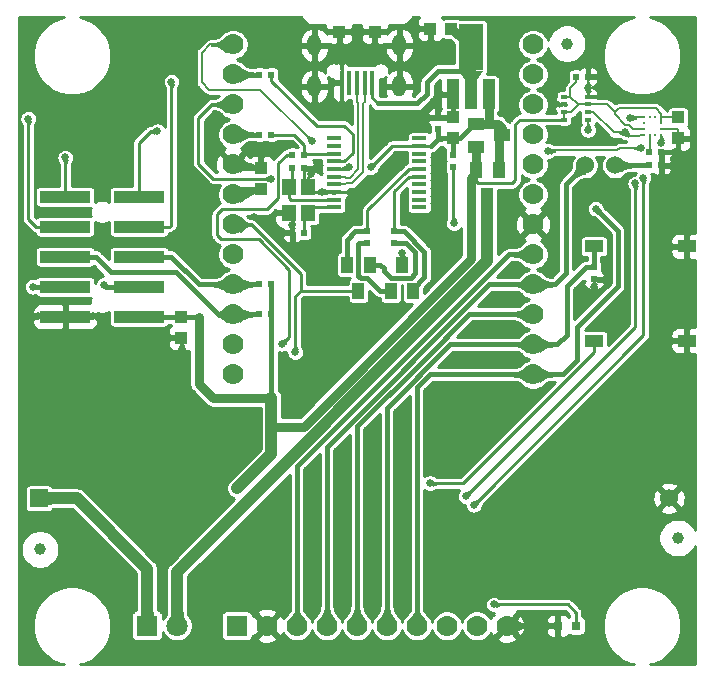
<source format=gbr>
G04 #@! TF.GenerationSoftware,KiCad,Pcbnew,5.1.5+dfsg1-2build2*
G04 #@! TF.CreationDate,2021-03-17T14:18:53+02:00*
G04 #@! TF.ProjectId,LoRa-STM32WL-DevKit_RevA,4c6f5261-2d53-4544-9d33-32574c2d4465,rev?*
G04 #@! TF.SameCoordinates,Original*
G04 #@! TF.FileFunction,Copper,L1,Top*
G04 #@! TF.FilePolarity,Positive*
%FSLAX46Y46*%
G04 Gerber Fmt 4.6, Leading zero omitted, Abs format (unit mm)*
G04 Created by KiCad (PCBNEW 5.1.5+dfsg1-2build2) date 2021-03-17 14:18:53*
%MOMM*%
%LPD*%
G04 APERTURE LIST*
%ADD10C,1.778000*%
%ADD11C,1.000000*%
%ADD12R,1.270000X0.325000*%
%ADD13O,1.200000X1.800000*%
%ADD14R,1.100000X1.000000*%
%ADD15R,0.400000X2.150000*%
%ADD16R,0.250000X0.275000*%
%ADD17R,0.275000X0.250000*%
%ADD18R,0.500000X0.325000*%
%ADD19R,4.250000X1.000000*%
%ADD20C,0.100000*%
%ADD21R,1.998980X4.000500*%
%ADD22R,1.000760X2.501900*%
%ADD23C,1.800000*%
%ADD24R,1.800000X1.800000*%
%ADD25R,1.524000X1.016000*%
%ADD26R,0.500000X0.550000*%
%ADD27C,1.524000*%
%ADD28R,0.550000X0.500000*%
%ADD29R,1.000000X1.400000*%
%ADD30R,1.200000X1.400000*%
%ADD31R,0.800000X0.800000*%
%ADD32R,1.400000X1.000000*%
%ADD33R,1.778000X1.778000*%
%ADD34R,1.016000X1.016000*%
%ADD35R,1.524000X1.524000*%
%ADD36C,0.650000*%
%ADD37C,0.405000*%
%ADD38C,0.250000*%
%ADD39C,0.457200*%
%ADD40C,0.203200*%
%ADD41C,0.787400*%
%ADD42C,1.000000*%
%ADD43C,0.200000*%
%ADD44C,0.254000*%
%ADD45C,0.025400*%
G04 APERTURE END LIST*
D10*
X98724000Y-89210000D03*
X98724000Y-91750000D03*
X98724000Y-94290000D03*
X98724000Y-96830000D03*
X98724000Y-99370000D03*
X98724000Y-101910000D03*
X98724000Y-104450000D03*
X98724000Y-106990000D03*
X98724000Y-109530000D03*
X98724000Y-112070000D03*
X98724000Y-114610000D03*
X98724000Y-117150000D03*
X73324000Y-89210000D03*
X73324000Y-91750000D03*
X73324000Y-94290000D03*
X73324000Y-96830000D03*
X73324000Y-99370000D03*
X73324000Y-101910000D03*
X73324000Y-104450000D03*
X73324000Y-106990000D03*
X73324000Y-109530000D03*
X73324000Y-112070000D03*
X73324000Y-114610000D03*
X73324000Y-117150000D03*
D11*
X56980000Y-131960000D03*
X110990000Y-131000000D03*
X101600000Y-89154000D03*
D12*
X81851500Y-97151000D03*
X81851500Y-97801000D03*
X81851500Y-98451000D03*
X81851500Y-99101000D03*
X81851500Y-99751000D03*
X81851500Y-100401000D03*
X81851500Y-101051000D03*
X81851500Y-101701000D03*
X81851500Y-102351000D03*
X81851500Y-103001000D03*
X89090500Y-103001000D03*
X89090500Y-102351000D03*
X89090500Y-101701000D03*
X89090500Y-101051000D03*
X89090500Y-100401000D03*
X89090500Y-99751000D03*
X89090500Y-99101000D03*
X89090500Y-98451000D03*
X89090500Y-97801000D03*
X89090500Y-97151000D03*
D13*
X80220000Y-89272000D03*
X80220000Y-92742000D03*
X87420000Y-92742000D03*
X87420000Y-89272000D03*
D14*
X82320000Y-88122000D03*
X85320000Y-88122000D03*
D15*
X82520000Y-92432000D03*
X83170000Y-92432000D03*
X83820000Y-92432000D03*
X84470000Y-92432000D03*
X85120000Y-92432000D03*
D16*
X108589000Y-95389000D03*
X109089000Y-95389000D03*
D17*
X109589000Y-95389000D03*
X109589000Y-95889000D03*
X109589000Y-96389000D03*
X109589000Y-96889000D03*
D16*
X109089000Y-96889000D03*
X108589000Y-96889000D03*
D17*
X108089000Y-96889000D03*
X108089000Y-96389000D03*
X108089000Y-95889000D03*
X108089000Y-95389000D03*
D18*
X101337000Y-93640000D03*
X101337000Y-94290000D03*
X101337000Y-94940000D03*
X101337000Y-95590000D03*
X103387000Y-95590000D03*
X103387000Y-94940000D03*
X103387000Y-94290000D03*
X103387000Y-93640000D03*
D19*
X65355000Y-112268000D03*
X59105000Y-112268000D03*
X65355000Y-109728000D03*
X59105000Y-109728000D03*
X65355000Y-107188000D03*
X59105000Y-107188000D03*
X65355000Y-104648000D03*
X59105000Y-104648000D03*
X65355000Y-102108000D03*
X59105000Y-102108000D03*
G04 #@! TA.AperFunction,SMDPad,CuDef*
D20*
G36*
X94472760Y-91433650D02*
G01*
X93972380Y-92182950D01*
X92971620Y-92182950D01*
X92471240Y-91433650D01*
X94472760Y-91433650D01*
G37*
G04 #@! TD.AperFunction*
D21*
X93472000Y-89458800D03*
D22*
X94973140Y-93411040D03*
X93472000Y-93411040D03*
X91970860Y-93411040D03*
D23*
X68580000Y-138430000D03*
D24*
X66040000Y-138430000D03*
D25*
X111760000Y-106299000D03*
X103886000Y-106299000D03*
X111760000Y-114300000D03*
X103886000Y-114300000D03*
D26*
X75565000Y-109524800D03*
X76581000Y-109524800D03*
X75565000Y-112064800D03*
X76581000Y-112064800D03*
X108585000Y-99441000D03*
X109601000Y-99441000D03*
D27*
X105664000Y-99441000D03*
X103124000Y-99441000D03*
D26*
X79375000Y-98552000D03*
X78359000Y-98552000D03*
X76581000Y-91757500D03*
X75565000Y-91757500D03*
X76581000Y-96837500D03*
X75565000Y-96837500D03*
D28*
X84709000Y-105029000D03*
X84709000Y-106045000D03*
X86995000Y-105029000D03*
X86995000Y-106045000D03*
X90678000Y-96393000D03*
X90678000Y-95377000D03*
X91948000Y-98552000D03*
X91948000Y-99568000D03*
D29*
X86680040Y-110073440D03*
X88582500Y-110073440D03*
X87627460Y-107863640D03*
X84896960Y-107858560D03*
X82994500Y-107858560D03*
X83949540Y-110068360D03*
D30*
X79667000Y-101262000D03*
X78067000Y-103462000D03*
X79667000Y-103462000D03*
X78067000Y-101262000D03*
D31*
X102362000Y-138430000D03*
X100838000Y-138430000D03*
D32*
X93888560Y-95951040D03*
X93888560Y-97853500D03*
X96098360Y-96898460D03*
D29*
X95818960Y-99857560D03*
X93916500Y-99857560D03*
X94871540Y-102067360D03*
D10*
X81280000Y-138430000D03*
X78740000Y-138430000D03*
X76200000Y-138430000D03*
D33*
X73660000Y-138430000D03*
D10*
X83820000Y-138430000D03*
X86360000Y-138430000D03*
X91440000Y-138430000D03*
X88900000Y-138430000D03*
X93980000Y-138430000D03*
X96520000Y-138430000D03*
D28*
X103886000Y-109093000D03*
X103886000Y-108077000D03*
D34*
X68961000Y-112268000D03*
X68961000Y-114046000D03*
D26*
X103378000Y-91948000D03*
X102362000Y-91948000D03*
D34*
X75692000Y-99695000D03*
X75692000Y-101473000D03*
D26*
X109601000Y-98298000D03*
X108585000Y-98298000D03*
D34*
X110998000Y-97155000D03*
X110998000Y-95377000D03*
X91948000Y-95377000D03*
X91948000Y-97155000D03*
D26*
X78359000Y-105156000D03*
X79375000Y-105156000D03*
X79375000Y-99695000D03*
X78359000Y-99695000D03*
D34*
X91821000Y-87884000D03*
X90043000Y-87884000D03*
D27*
X110240000Y-127640000D03*
D35*
X56900000Y-127640000D03*
D36*
X79921100Y-100203000D03*
X78333600Y-104533700D03*
X80899000Y-101688900D03*
X68999100Y-114998500D03*
X61506100Y-112242600D03*
X56794400Y-112242600D03*
X110755300Y-98310700D03*
X103403400Y-92900500D03*
X100660200Y-94284800D03*
X103898700Y-109753400D03*
X82664300Y-95123000D03*
X81318100Y-95123000D03*
X85509100Y-95148400D03*
X85534500Y-97472500D03*
X87223600Y-98945700D03*
X82410300Y-109232700D03*
X79159100Y-106197400D03*
X75107800Y-103822500D03*
X71501000Y-102870000D03*
X101409500Y-99034600D03*
X101409500Y-97129600D03*
X95516700Y-87706200D03*
X91541600Y-89293700D03*
X90766900Y-93408500D03*
X90779600Y-94678500D03*
X103136700Y-104470200D03*
X109423200Y-104482900D03*
X69164200Y-99364800D03*
X69176900Y-97904300D03*
X80187800Y-109270800D03*
X80187800Y-111213900D03*
X82410300Y-111213900D03*
X75095100Y-120675400D03*
X78308200Y-120205500D03*
X75082400Y-122885200D03*
X80060800Y-128358900D03*
X82740500Y-128358900D03*
X84988400Y-128320800D03*
X87579200Y-128333500D03*
X71437500Y-96888300D03*
X69570600Y-94030800D03*
X63512700Y-96685100D03*
X58331100Y-96850200D03*
X82524600Y-104267000D03*
X90233500Y-103962200D03*
X91579700Y-107569000D03*
X92671900Y-121462800D03*
X94843600Y-115773200D03*
X95224600Y-113080800D03*
X95808800Y-110883700D03*
X96850200Y-108458000D03*
X90004900Y-126365000D03*
X78587600Y-115265200D03*
X93700600Y-128193800D03*
X108064300Y-100482400D03*
X106541384Y-96652190D03*
X83159600Y-99593400D03*
X84988400Y-99606100D03*
X87642700Y-106870500D03*
X76528108Y-100583995D03*
X106921300Y-95402400D03*
X103378000Y-96443800D03*
X93014800Y-127457200D03*
X107378500Y-100977700D03*
X104025700Y-103111300D03*
X92024200Y-104343200D03*
X55994300Y-95491300D03*
X66903600Y-96545400D03*
X68110100Y-92354400D03*
X77457300Y-114566700D03*
X95402400Y-136626600D03*
X109575600Y-97520198D03*
X99987100Y-98234500D03*
X79984600Y-97370900D03*
X107834310Y-97976861D03*
X56349900Y-109728000D03*
X62407800Y-109537500D03*
X59118500Y-98780600D03*
X70459600Y-112268000D03*
X73660000Y-126784100D03*
D37*
X100838000Y-138430000D02*
X96520000Y-138430000D01*
D38*
X79375000Y-100970000D02*
X79667000Y-101262000D01*
X79375000Y-99695000D02*
X79375000Y-100970000D01*
X80106000Y-101701000D02*
X79667000Y-101262000D01*
X78359000Y-103754000D02*
X78067000Y-103462000D01*
D39*
X73649000Y-99695000D02*
X73324000Y-99370000D01*
X75692000Y-99695000D02*
X73649000Y-99695000D01*
D37*
X91970860Y-95354140D02*
X91948000Y-95377000D01*
X91970860Y-93411040D02*
X91970860Y-95354140D01*
X90678000Y-95377000D02*
X91948000Y-95377000D01*
D38*
X79667000Y-100457100D02*
X79921100Y-100203000D01*
X79667000Y-101262000D02*
X79667000Y-100457100D01*
X78359000Y-104508300D02*
X78333600Y-104533700D01*
X78359000Y-105156000D02*
X78359000Y-104508300D01*
X78359000Y-104508300D02*
X78359000Y-103754000D01*
X80911100Y-101701000D02*
X80899000Y-101688900D01*
X81851500Y-101701000D02*
X80911100Y-101701000D01*
X80911100Y-101701000D02*
X80106000Y-101701000D01*
X68961000Y-114960400D02*
X68999100Y-114998500D01*
X68961000Y-114046000D02*
X68961000Y-114960400D01*
X61480700Y-112268000D02*
X61506100Y-112242600D01*
X59105000Y-112268000D02*
X61480700Y-112268000D01*
X56819800Y-112268000D02*
X56794400Y-112242600D01*
X59105000Y-112268000D02*
X56819800Y-112268000D01*
D37*
X109601000Y-98298000D02*
X109601000Y-99441000D01*
X110998000Y-98068000D02*
X110755300Y-98310700D01*
X110998000Y-97155000D02*
X110998000Y-98068000D01*
X110256000Y-98298000D02*
X109601000Y-98298000D01*
X110742600Y-98298000D02*
X110256000Y-98298000D01*
X110755300Y-98310700D02*
X110742600Y-98298000D01*
D40*
X110998000Y-96443800D02*
X110998000Y-97155000D01*
X110943200Y-96389000D02*
X110998000Y-96443800D01*
X109589000Y-96389000D02*
X110943200Y-96389000D01*
X103387000Y-91957000D02*
X103378000Y-91948000D01*
X103387000Y-92884100D02*
X103403400Y-92900500D01*
X103387000Y-93640000D02*
X103387000Y-92884100D01*
X103387000Y-92884100D02*
X103387000Y-91957000D01*
X100665400Y-94290000D02*
X100660200Y-94284800D01*
X101337000Y-94290000D02*
X100665400Y-94290000D01*
X103886000Y-109740700D02*
X103898700Y-109753400D01*
X103886000Y-109093000D02*
X103886000Y-109740700D01*
D39*
X91968320Y-93408500D02*
X91970860Y-93411040D01*
X90766900Y-93408500D02*
X91968320Y-93408500D01*
D38*
X80187800Y-118325900D02*
X78308200Y-120205500D01*
X80187800Y-111213900D02*
X80187800Y-118325900D01*
X78359000Y-100970000D02*
X78067000Y-101262000D01*
X78359000Y-99695000D02*
X78359000Y-100970000D01*
X80966500Y-102351000D02*
X81851500Y-102351000D01*
X78067000Y-102212000D02*
X78206000Y-102351000D01*
X78206000Y-102351000D02*
X80966500Y-102351000D01*
X78067000Y-101262000D02*
X78067000Y-102212000D01*
X81734660Y-110068360D02*
X83949540Y-110068360D01*
X92789616Y-126365000D02*
X90004900Y-126365000D01*
X103886000Y-115268616D02*
X92789616Y-126365000D01*
X103886000Y-114300000D02*
X103886000Y-115268616D01*
X79054960Y-110068360D02*
X81734660Y-110068360D01*
X78587600Y-110535720D02*
X79054960Y-110068360D01*
X78587600Y-115265200D02*
X78587600Y-110535720D01*
X79054960Y-108663244D02*
X79054960Y-110068360D01*
X74841716Y-104450000D02*
X79054960Y-108663244D01*
X73324000Y-104450000D02*
X74841716Y-104450000D01*
D39*
X73329200Y-112064800D02*
X73324000Y-112070000D01*
X75565000Y-112064800D02*
X73329200Y-112064800D01*
X72066765Y-112070000D02*
X73324000Y-112070000D01*
X72055962Y-112070000D02*
X72066765Y-112070000D01*
X68482062Y-108496100D02*
X72055962Y-112070000D01*
X62995300Y-108496100D02*
X68482062Y-108496100D01*
X61687200Y-107188000D02*
X62995300Y-108496100D01*
X59105000Y-107188000D02*
X61687200Y-107188000D01*
D38*
X108064300Y-113830100D02*
X108064300Y-100482400D01*
X93700600Y-128193800D02*
X108064300Y-113830100D01*
D40*
X103840200Y-94940000D02*
X103387000Y-94940000D01*
X108089000Y-96889000D02*
X107748300Y-96889000D01*
X105552390Y-96652190D02*
X106541384Y-96652190D01*
X105478600Y-96578400D02*
X105552390Y-96652190D01*
X105478600Y-96578400D02*
X103840200Y-94940000D01*
X106866383Y-96977189D02*
X106541384Y-96652190D01*
X107660111Y-96977189D02*
X106866383Y-96977189D01*
X107748300Y-96889000D02*
X107660111Y-96977189D01*
D41*
X94973140Y-95951040D02*
X93888560Y-95951040D01*
X94973140Y-93411040D02*
X94973140Y-95951040D01*
X96098360Y-96276160D02*
X96098360Y-96898460D01*
X95773240Y-95951040D02*
X96098360Y-96276160D01*
X94973140Y-95951040D02*
X95773240Y-95951040D01*
X95818960Y-97177860D02*
X96098360Y-96898460D01*
X95818960Y-99857560D02*
X95818960Y-97177860D01*
D37*
X91948000Y-97155000D02*
X91948000Y-98552000D01*
X90678000Y-97253500D02*
X90678000Y-96393000D01*
X90130500Y-97801000D02*
X90678000Y-97253500D01*
X90936500Y-97253500D02*
X90678000Y-97253500D01*
X91035000Y-97155000D02*
X90936500Y-97253500D01*
X91948000Y-97155000D02*
X91035000Y-97155000D01*
X92519500Y-97155000D02*
X91948000Y-97155000D01*
X93723460Y-95951040D02*
X92519500Y-97155000D01*
X93888560Y-95951040D02*
X93723460Y-95951040D01*
D38*
X90130500Y-97801000D02*
X89090500Y-97801000D01*
X83002000Y-99751000D02*
X83159600Y-99593400D01*
X81851500Y-99751000D02*
X83002000Y-99751000D01*
X86793500Y-97801000D02*
X89090500Y-97801000D01*
X84988400Y-99606100D02*
X86793500Y-97801000D01*
X87627460Y-106885740D02*
X87642700Y-106870500D01*
X87627460Y-107863640D02*
X87627460Y-106885740D01*
X76068489Y-100583995D02*
X76528108Y-100583995D01*
X71666095Y-100583995D02*
X76068489Y-100583995D01*
X70383400Y-99301300D02*
X71666095Y-100583995D01*
X70383400Y-95440500D02*
X70383400Y-99301300D01*
X71533900Y-94290000D02*
X70383400Y-95440500D01*
X73324000Y-94290000D02*
X71533900Y-94290000D01*
D39*
X65355000Y-107188000D02*
X68072000Y-107188000D01*
X70414000Y-109530000D02*
X73324000Y-109530000D01*
X68072000Y-107188000D02*
X70414000Y-109530000D01*
X75559800Y-109530000D02*
X75565000Y-109524800D01*
X73324000Y-109530000D02*
X75559800Y-109530000D01*
D40*
X106934700Y-95389000D02*
X106921300Y-95402400D01*
X108089000Y-95389000D02*
X106934700Y-95389000D01*
X103378000Y-95599000D02*
X103387000Y-95590000D01*
X103378000Y-96443800D02*
X103378000Y-95599000D01*
D38*
X93014800Y-127457200D02*
X107378500Y-113093500D01*
X107378500Y-113093500D02*
X107378500Y-100977700D01*
D37*
X88900000Y-118237000D02*
X88900000Y-137172765D01*
X88900000Y-137172765D02*
X88900000Y-138430000D01*
X89987000Y-117150000D02*
X88900000Y-118237000D01*
X98724000Y-117150000D02*
X89987000Y-117150000D01*
X108585000Y-99441000D02*
X105664000Y-99441000D01*
X102489000Y-115951000D02*
X101295200Y-117144800D01*
X102489000Y-113118900D02*
X102489000Y-115951000D01*
X105918000Y-109689900D02*
X102489000Y-113118900D01*
X101295200Y-117144800D02*
X98724000Y-117150000D01*
X105918000Y-105003600D02*
X105918000Y-109689900D01*
X104025700Y-103111300D02*
X105918000Y-105003600D01*
D38*
X91948000Y-99568000D02*
X91948000Y-104267000D01*
X91948000Y-104267000D02*
X92024200Y-104343200D01*
D37*
X81280000Y-138430000D02*
X81280000Y-123254781D01*
X81280000Y-123254781D02*
X95004781Y-109530000D01*
X95004781Y-109530000D02*
X97466765Y-109530000D01*
X97466765Y-109530000D02*
X98724000Y-109530000D01*
X98741900Y-109512100D02*
X98724000Y-109530000D01*
X100584000Y-109512100D02*
X98741900Y-109512100D01*
X101511100Y-108585000D02*
X100584000Y-109512100D01*
X101511100Y-101053900D02*
X101511100Y-108585000D01*
X103124000Y-99441000D02*
X101511100Y-101053900D01*
X73331500Y-91757500D02*
X73324000Y-91750000D01*
X75565000Y-91757500D02*
X73331500Y-91757500D01*
X73331500Y-96837500D02*
X73324000Y-96830000D01*
X75565000Y-96837500D02*
X73331500Y-96837500D01*
D38*
X55994300Y-95491300D02*
X55994300Y-104000300D01*
X56642000Y-104648000D02*
X59105000Y-104648000D01*
X55994300Y-104000300D02*
X56642000Y-104648000D01*
X65355000Y-97573300D02*
X65355000Y-102108000D01*
X66382900Y-96545400D02*
X65355000Y-97573300D01*
X66903600Y-96545400D02*
X66382900Y-96545400D01*
D37*
X98724000Y-106990000D02*
X96680246Y-106990000D01*
X96680246Y-106990000D02*
X78740000Y-124930246D01*
X78740000Y-124930246D02*
X78740000Y-137172765D01*
X78740000Y-137172765D02*
X78740000Y-138430000D01*
D38*
X68110100Y-92354400D02*
X68110100Y-104508300D01*
X67970400Y-104648000D02*
X65355000Y-104648000D01*
X68110100Y-104508300D02*
X67970400Y-104648000D01*
X95402400Y-136626600D02*
X101663500Y-136626600D01*
X102362000Y-137325100D02*
X102362000Y-138430000D01*
X101663500Y-136626600D02*
X102362000Y-137325100D01*
X78079600Y-113944400D02*
X77457300Y-114566700D01*
X75488800Y-105702100D02*
X78079600Y-108292900D01*
X71970900Y-103581200D02*
X71970900Y-105346500D01*
X76206340Y-103162100D02*
X72390000Y-103162100D01*
X77164199Y-102204241D02*
X76206340Y-103162100D01*
X78079600Y-108292900D02*
X78079600Y-113944400D01*
X72326500Y-105702100D02*
X75488800Y-105702100D01*
X77164199Y-99246801D02*
X77164199Y-102204241D01*
X71970900Y-105346500D02*
X72326500Y-105702100D01*
X72390000Y-103162100D02*
X71970900Y-103581200D01*
X77859000Y-98552000D02*
X77164199Y-99246801D01*
X78359000Y-98552000D02*
X77859000Y-98552000D01*
D40*
X109589000Y-97506798D02*
X109575600Y-97520198D01*
X109589000Y-96889000D02*
X109589000Y-97506798D01*
X70688200Y-89916000D02*
X70688200Y-92417900D01*
X75641200Y-93027500D02*
X79984600Y-97370900D01*
X71394200Y-89210000D02*
X70688200Y-89916000D01*
X71297800Y-93027500D02*
X75641200Y-93027500D01*
X70688200Y-92417900D02*
X71297800Y-93027500D01*
X73324000Y-89210000D02*
X71394200Y-89210000D01*
X106066761Y-97976861D02*
X107834310Y-97976861D01*
X105859922Y-98183700D02*
X106066761Y-97976861D01*
X100037900Y-98183700D02*
X105859922Y-98183700D01*
X99987100Y-98234500D02*
X100037900Y-98183700D01*
D37*
X86360000Y-138430000D02*
X86360000Y-119952781D01*
X97466765Y-114610000D02*
X98724000Y-114610000D01*
X86360000Y-119952781D02*
X91702781Y-114610000D01*
X91702781Y-114610000D02*
X97466765Y-114610000D01*
X103886000Y-106299000D02*
X103886000Y-108077000D01*
X100782000Y-114610000D02*
X98724000Y-114610000D01*
X101600000Y-113792000D02*
X100782000Y-114610000D01*
X101600000Y-109683000D02*
X101600000Y-113792000D01*
X103206000Y-108077000D02*
X101600000Y-109683000D01*
X103886000Y-108077000D02*
X103206000Y-108077000D01*
X98668000Y-112014000D02*
X98724000Y-112070000D01*
X93345000Y-112014000D02*
X98668000Y-112014000D01*
X89377184Y-115981816D02*
X93345000Y-112014000D01*
X89377184Y-115984378D02*
X89377184Y-115981816D01*
X83820000Y-121541562D02*
X89377184Y-115984378D01*
X83820000Y-138430000D02*
X83820000Y-121541562D01*
D39*
X59105000Y-109728000D02*
X56349900Y-109728000D01*
X62598300Y-109728000D02*
X62407800Y-109537500D01*
X65355000Y-109728000D02*
X62598300Y-109728000D01*
D38*
X59118500Y-102094500D02*
X59105000Y-102108000D01*
X59118500Y-98780600D02*
X59118500Y-102094500D01*
D42*
X56900000Y-127640000D02*
X60076000Y-127640000D01*
X66040000Y-133604000D02*
X66040000Y-138430000D01*
X60076000Y-127640000D02*
X66040000Y-133604000D01*
D41*
X93472000Y-89458800D02*
X93472000Y-93411040D01*
X91897200Y-87884000D02*
X93472000Y-89458800D01*
X91821000Y-87884000D02*
X91897200Y-87884000D01*
D38*
X85120000Y-93757000D02*
X85558900Y-94195900D01*
X85120000Y-92432000D02*
X85120000Y-93757000D01*
D39*
X93097350Y-91433650D02*
X93472000Y-91808300D01*
X89763600Y-92367100D02*
X90697050Y-91433650D01*
X89763600Y-93370400D02*
X89763600Y-92367100D01*
X90697050Y-91433650D02*
X93097350Y-91433650D01*
X88938100Y-94195900D02*
X89763600Y-93370400D01*
X85558900Y-94195900D02*
X88938100Y-94195900D01*
D38*
X80128000Y-103001000D02*
X79667000Y-103462000D01*
X81851500Y-103001000D02*
X80128000Y-103001000D01*
X79375000Y-103754000D02*
X79667000Y-103462000D01*
X79375000Y-105156000D02*
X79375000Y-103754000D01*
D39*
X68961000Y-112268000D02*
X65355000Y-112268000D01*
X73761000Y-101473000D02*
X73324000Y-101910000D01*
X75692000Y-101473000D02*
X73761000Y-101473000D01*
X76581000Y-112064800D02*
X76581000Y-109524800D01*
X70459600Y-112268000D02*
X68961000Y-112268000D01*
D41*
X93916500Y-97881440D02*
X93888560Y-97853500D01*
X93916500Y-99857560D02*
X93916500Y-97881440D01*
X74307700Y-119164100D02*
X71653400Y-119164100D01*
X70459600Y-117970300D02*
X70459600Y-112268000D01*
X71653400Y-119164100D02*
X70459600Y-117970300D01*
D39*
X76568300Y-119164100D02*
X74307700Y-119164100D01*
X76581000Y-119151400D02*
X76568300Y-119164100D01*
X76581000Y-112064800D02*
X76581000Y-119151400D01*
D40*
X110986000Y-95389000D02*
X110998000Y-95377000D01*
X109589000Y-95389000D02*
X110986000Y-95389000D01*
X109589000Y-95889000D02*
X109589000Y-95389000D01*
X104970700Y-94290000D02*
X103387000Y-94290000D01*
X105638600Y-94957900D02*
X104970700Y-94290000D01*
X109589000Y-95060800D02*
X109117800Y-94589600D01*
X109589000Y-95389000D02*
X109589000Y-95060800D01*
X106006900Y-94589600D02*
X105638600Y-94957900D01*
X109117800Y-94589600D02*
X106006900Y-94589600D01*
X101337000Y-93640000D02*
X101856900Y-93640000D01*
X102623500Y-94290000D02*
X103387000Y-94290000D01*
X101337000Y-95590000D02*
X101337000Y-94940000D01*
X101856900Y-92931300D02*
X101856900Y-93640000D01*
X102362000Y-92426200D02*
X101856900Y-92931300D01*
X102362000Y-91948000D02*
X102362000Y-92426200D01*
X102506900Y-94290000D02*
X102623500Y-94290000D01*
X101856900Y-93640000D02*
X102506900Y-94290000D01*
X101973500Y-94940000D02*
X101337000Y-94940000D01*
X102623500Y-94290000D02*
X101973500Y-94940000D01*
D41*
X76581000Y-119176800D02*
X74307700Y-119164100D01*
D42*
X76581000Y-123863100D02*
X73660000Y-126784100D01*
X76581000Y-119176800D02*
X76581000Y-123863100D01*
D41*
X76581000Y-121589800D02*
X76581000Y-123863100D01*
X79294842Y-121589800D02*
X76581000Y-121589800D01*
X93472000Y-107412642D02*
X79294842Y-121589800D01*
X93472000Y-100502060D02*
X93472000Y-107412642D01*
X93916500Y-100057560D02*
X93472000Y-100502060D01*
X93916500Y-99857560D02*
X93916500Y-100057560D01*
D38*
X97637600Y-95567500D02*
X101314500Y-95567500D01*
X97231200Y-95973900D02*
X97637600Y-95567500D01*
X96964500Y-100952300D02*
X97231200Y-100685600D01*
X94061240Y-100952300D02*
X96964500Y-100952300D01*
X101314500Y-95567500D02*
X101337000Y-95590000D01*
X93916500Y-100807560D02*
X94061240Y-100952300D01*
X97231200Y-100685600D02*
X97231200Y-95973900D01*
X93916500Y-99857560D02*
X93916500Y-100807560D01*
D40*
X105638600Y-95134292D02*
X105638600Y-94957900D01*
X107172708Y-96389000D02*
X106831497Y-96047789D01*
X108089000Y-96389000D02*
X107172708Y-96389000D01*
X106831497Y-96047789D02*
X106552097Y-96047789D01*
X106552097Y-96047789D02*
X105638600Y-95134292D01*
X108589000Y-98294000D02*
X108585000Y-98298000D01*
X108589000Y-96889000D02*
X108589000Y-98294000D01*
D42*
X94871540Y-107553760D02*
X94871540Y-102067360D01*
X68580000Y-133845300D02*
X94871540Y-107553760D01*
X68580000Y-138430000D02*
X68580000Y-133845300D01*
D37*
X86106000Y-108162600D02*
X85801960Y-107858560D01*
X86106000Y-108353722D02*
X86106000Y-108162600D01*
X88409642Y-108966000D02*
X86718278Y-108966000D01*
X88773000Y-108602642D02*
X88409642Y-108966000D01*
X88773000Y-106807000D02*
X88773000Y-108602642D01*
X88011000Y-106045000D02*
X88773000Y-106807000D01*
X85801960Y-107858560D02*
X84896960Y-107858560D01*
X86718278Y-108966000D02*
X86106000Y-108353722D01*
X86995000Y-106045000D02*
X88011000Y-106045000D01*
X82994500Y-107858560D02*
X82994500Y-105727500D01*
X83693000Y-105029000D02*
X84709000Y-105029000D01*
X82994500Y-105727500D02*
X83693000Y-105029000D01*
D38*
X84709000Y-104529000D02*
X84709000Y-105029000D01*
X84709000Y-103247500D02*
X84709000Y-104529000D01*
X88205500Y-99751000D02*
X84709000Y-103247500D01*
X89090500Y-99751000D02*
X88205500Y-99751000D01*
D37*
X84689659Y-108988059D02*
X85775040Y-110073440D01*
X84141917Y-108988059D02*
X84689659Y-108988059D01*
X83947000Y-108793142D02*
X84141917Y-108988059D01*
X83947000Y-106127000D02*
X83947000Y-108793142D01*
X85775040Y-110073440D02*
X86680040Y-110073440D01*
X84029000Y-106045000D02*
X83947000Y-106127000D01*
X84709000Y-106045000D02*
X84029000Y-106045000D01*
D38*
X86995000Y-104529000D02*
X86995000Y-105029000D01*
X86995000Y-101611500D02*
X86995000Y-104529000D01*
X88205500Y-100401000D02*
X86995000Y-101611500D01*
X89090500Y-100401000D02*
X88205500Y-100401000D01*
D37*
X88582500Y-109873440D02*
X88582500Y-110073440D01*
X89535000Y-106744784D02*
X89535000Y-108920940D01*
X87819216Y-105029000D02*
X89535000Y-106744784D01*
X86995000Y-105029000D02*
X87819216Y-105029000D01*
X89535000Y-108920940D02*
X88582500Y-109873440D01*
D38*
X79476000Y-98451000D02*
X79375000Y-98552000D01*
X81851500Y-98451000D02*
X79476000Y-98451000D01*
X79375000Y-97688400D02*
X79375000Y-98552000D01*
X78524100Y-96837500D02*
X79375000Y-97688400D01*
X76581000Y-96837500D02*
X78524100Y-96837500D01*
X82736500Y-99101000D02*
X81851500Y-99101000D01*
X83451700Y-98385800D02*
X82736500Y-99101000D01*
X83451700Y-96824800D02*
X83451700Y-98385800D01*
X82727800Y-96100900D02*
X83451700Y-96824800D01*
X80399400Y-96100900D02*
X82727800Y-96100900D01*
X76581000Y-92282500D02*
X80399400Y-96100900D01*
X76581000Y-91757500D02*
X76581000Y-92282500D01*
D43*
X84370000Y-94144501D02*
X84370000Y-99983900D01*
X84470000Y-92432000D02*
X84470000Y-94044501D01*
X84470000Y-94044501D02*
X84370000Y-94144501D01*
X82804001Y-101051000D02*
X81851500Y-101051000D01*
X82904001Y-100951000D02*
X82804001Y-101051000D01*
X84370000Y-99983900D02*
X83402900Y-100951000D01*
X83402900Y-100951000D02*
X82904001Y-100951000D01*
X83920000Y-94144501D02*
X83920000Y-99797500D01*
X83820000Y-94044501D02*
X83920000Y-94144501D01*
X83820000Y-92432000D02*
X83820000Y-94044501D01*
X82804001Y-100401000D02*
X81851500Y-100401000D01*
X82904001Y-100501000D02*
X82804001Y-100401000D01*
X83216500Y-100501000D02*
X82904001Y-100501000D01*
X83920000Y-99797500D02*
X83216500Y-100501000D01*
D44*
G36*
X58719550Y-86970855D02*
G01*
X58114075Y-87221651D01*
X57569161Y-87585750D01*
X57105750Y-88049161D01*
X56741651Y-88594075D01*
X56490855Y-89199550D01*
X56363000Y-89842319D01*
X56363000Y-90497681D01*
X56490855Y-91140450D01*
X56741651Y-91745925D01*
X57105750Y-92290839D01*
X57569161Y-92754250D01*
X58114075Y-93118349D01*
X58719550Y-93369145D01*
X59362319Y-93497000D01*
X60017681Y-93497000D01*
X60660450Y-93369145D01*
X61265925Y-93118349D01*
X61810839Y-92754250D01*
X62274250Y-92290839D01*
X62638349Y-91745925D01*
X62889145Y-91140450D01*
X63017000Y-90497681D01*
X63017000Y-89842319D01*
X62889145Y-89199550D01*
X62638349Y-88594075D01*
X62274250Y-88049161D01*
X61810839Y-87585750D01*
X61265925Y-87221651D01*
X60660450Y-86970855D01*
X60374621Y-86914000D01*
X79108734Y-86914000D01*
X79418492Y-87301198D01*
X79420137Y-87304275D01*
X79452544Y-87343762D01*
X79467398Y-87362330D01*
X79469821Y-87364814D01*
X79489368Y-87388632D01*
X79507826Y-87403780D01*
X79524502Y-87420878D01*
X79549905Y-87438314D01*
X79573725Y-87457863D01*
X79594788Y-87469121D01*
X79614475Y-87482634D01*
X79642794Y-87494781D01*
X79669968Y-87509305D01*
X79692818Y-87516237D01*
X79714767Y-87525651D01*
X79744909Y-87532039D01*
X79774397Y-87540984D01*
X79798167Y-87543325D01*
X79821525Y-87548275D01*
X79852334Y-87548660D01*
X79855788Y-87549000D01*
X79879568Y-87549000D01*
X79930645Y-87549638D01*
X79934075Y-87549000D01*
X81139118Y-87549000D01*
X81131928Y-87622000D01*
X81135000Y-87836250D01*
X81293750Y-87995000D01*
X82193000Y-87995000D01*
X82193000Y-87975000D01*
X82447000Y-87975000D01*
X82447000Y-87995000D01*
X83346250Y-87995000D01*
X83505000Y-87836250D01*
X83508072Y-87622000D01*
X83500882Y-87549000D01*
X84139118Y-87549000D01*
X84131928Y-87622000D01*
X84135000Y-87836250D01*
X84293750Y-87995000D01*
X85193000Y-87995000D01*
X85193000Y-87975000D01*
X85447000Y-87975000D01*
X85447000Y-87995000D01*
X86346250Y-87995000D01*
X86505000Y-87836250D01*
X86508072Y-87622000D01*
X86500882Y-87549000D01*
X87705930Y-87549000D01*
X87709355Y-87549637D01*
X87760352Y-87549000D01*
X87784212Y-87549000D01*
X87787678Y-87548659D01*
X87818474Y-87548274D01*
X87841824Y-87543326D01*
X87865603Y-87540984D01*
X87895097Y-87532037D01*
X87925232Y-87525651D01*
X87947177Y-87516238D01*
X87970032Y-87509305D01*
X87997216Y-87494775D01*
X88025524Y-87482633D01*
X88045203Y-87469126D01*
X88066275Y-87457863D01*
X88090098Y-87438312D01*
X88115498Y-87420878D01*
X88132174Y-87403780D01*
X88150632Y-87388632D01*
X88170179Y-87364814D01*
X88172602Y-87362330D01*
X88187456Y-87343762D01*
X88219863Y-87304275D01*
X88221508Y-87301198D01*
X88531266Y-86914000D01*
X89096993Y-86914000D01*
X89083815Y-86924815D01*
X89004463Y-87021506D01*
X88945498Y-87131820D01*
X88909188Y-87251518D01*
X88896928Y-87376000D01*
X88900000Y-87598250D01*
X89058750Y-87757000D01*
X89916000Y-87757000D01*
X89916000Y-87737000D01*
X90170000Y-87737000D01*
X90170000Y-87757000D01*
X90190000Y-87757000D01*
X90190000Y-88011000D01*
X90170000Y-88011000D01*
X90170000Y-88868250D01*
X90328750Y-89027000D01*
X90551000Y-89030072D01*
X90675482Y-89017812D01*
X90795180Y-88981502D01*
X90905494Y-88922537D01*
X91002185Y-88843185D01*
X91078139Y-88750634D01*
X91148804Y-88788405D01*
X91229293Y-88812822D01*
X91313000Y-88821066D01*
X91673622Y-88821066D01*
X92043444Y-89190889D01*
X92043444Y-90778050D01*
X90729256Y-90778050D01*
X90697050Y-90774878D01*
X90664844Y-90778050D01*
X90568530Y-90787536D01*
X90444949Y-90825024D01*
X90331056Y-90885901D01*
X90231228Y-90967828D01*
X90210697Y-90992845D01*
X89322790Y-91880752D01*
X89297779Y-91901278D01*
X89277253Y-91926289D01*
X89277248Y-91926294D01*
X89215852Y-92001106D01*
X89154975Y-92114999D01*
X89117487Y-92238580D01*
X89104829Y-92367100D01*
X89108001Y-92399306D01*
X89108000Y-93098841D01*
X88666542Y-93540300D01*
X88550814Y-93540300D01*
X88606493Y-93407496D01*
X88655000Y-93169000D01*
X88655000Y-92869000D01*
X87547000Y-92869000D01*
X87547000Y-92889000D01*
X87293000Y-92889000D01*
X87293000Y-92869000D01*
X86185000Y-92869000D01*
X86185000Y-93169000D01*
X86233507Y-93407496D01*
X86289186Y-93540300D01*
X85745786Y-93540300D01*
X85749066Y-93507000D01*
X85749066Y-92123643D01*
X85750859Y-92124000D01*
X85889141Y-92124000D01*
X86024766Y-92097023D01*
X86152522Y-92044105D01*
X86267499Y-91967279D01*
X86287821Y-91946957D01*
X86233507Y-92076504D01*
X86185000Y-92315000D01*
X86185000Y-92615000D01*
X87293000Y-92615000D01*
X87293000Y-91373269D01*
X87547000Y-91373269D01*
X87547000Y-92615000D01*
X88655000Y-92615000D01*
X88655000Y-92315000D01*
X88606493Y-92076504D01*
X88512390Y-91852054D01*
X88376307Y-91650275D01*
X88203474Y-91478922D01*
X88000533Y-91344579D01*
X87775282Y-91252409D01*
X87737609Y-91248538D01*
X87547000Y-91373269D01*
X87293000Y-91373269D01*
X87102391Y-91248538D01*
X87064718Y-91252409D01*
X86839467Y-91344579D01*
X86636526Y-91478922D01*
X86496894Y-91617358D01*
X86522000Y-91491141D01*
X86522000Y-91352859D01*
X86495023Y-91217234D01*
X86442105Y-91089478D01*
X86365279Y-90974501D01*
X86267499Y-90876721D01*
X86152522Y-90799895D01*
X86024766Y-90746977D01*
X85889141Y-90720000D01*
X85750859Y-90720000D01*
X85615234Y-90746977D01*
X85487478Y-90799895D01*
X85372501Y-90876721D01*
X85321173Y-90928049D01*
X85320000Y-90927934D01*
X84920000Y-90927934D01*
X84836293Y-90936178D01*
X84795000Y-90948705D01*
X84753707Y-90936178D01*
X84670000Y-90927934D01*
X84270000Y-90927934D01*
X84186293Y-90936178D01*
X84145000Y-90948705D01*
X84103707Y-90936178D01*
X84020000Y-90927934D01*
X83620000Y-90927934D01*
X83536293Y-90936178D01*
X83495000Y-90948705D01*
X83453707Y-90936178D01*
X83370000Y-90927934D01*
X83189886Y-90927934D01*
X83176299Y-90910988D01*
X83080519Y-90830538D01*
X82970884Y-90770320D01*
X82851608Y-90732648D01*
X82751750Y-90722000D01*
X82593000Y-90880750D01*
X82593000Y-91156500D01*
X82573595Y-91192804D01*
X82549178Y-91273293D01*
X82540934Y-91357000D01*
X82540934Y-93507000D01*
X82549178Y-93590707D01*
X82573595Y-93671196D01*
X82593000Y-93707500D01*
X82593000Y-93983250D01*
X82751750Y-94142000D01*
X82851608Y-94131352D01*
X82970884Y-94093680D01*
X83080519Y-94033462D01*
X83176299Y-93953012D01*
X83189886Y-93936066D01*
X83293001Y-93936066D01*
X83293001Y-94018611D01*
X83290451Y-94044501D01*
X83300626Y-94147810D01*
X83330761Y-94247150D01*
X83379696Y-94338702D01*
X83385256Y-94345477D01*
X83393000Y-94354913D01*
X83393000Y-95985456D01*
X83137300Y-95729756D01*
X83120011Y-95708689D01*
X83035958Y-95639709D01*
X82940063Y-95588452D01*
X82836011Y-95556888D01*
X82754909Y-95548900D01*
X82754906Y-95548900D01*
X82727800Y-95546230D01*
X82700694Y-95548900D01*
X80628046Y-95548900D01*
X77948145Y-92869000D01*
X78985000Y-92869000D01*
X78985000Y-93169000D01*
X79033507Y-93407496D01*
X79127610Y-93631946D01*
X79263693Y-93833725D01*
X79436526Y-94005078D01*
X79639467Y-94139421D01*
X79864718Y-94231591D01*
X79902391Y-94235462D01*
X80093000Y-94110731D01*
X80093000Y-92869000D01*
X80347000Y-92869000D01*
X80347000Y-94110731D01*
X80537609Y-94235462D01*
X80575282Y-94231591D01*
X80800533Y-94139421D01*
X81003474Y-94005078D01*
X81176307Y-93833725D01*
X81312390Y-93631946D01*
X81367824Y-93499726D01*
X81681969Y-93499726D01*
X81692810Y-93624340D01*
X81727753Y-93744444D01*
X81785456Y-93855423D01*
X81863701Y-93953012D01*
X81959481Y-94033462D01*
X82069116Y-94093680D01*
X82188392Y-94131352D01*
X82288250Y-94142000D01*
X82447000Y-93983250D01*
X82447000Y-92559000D01*
X81843750Y-92559000D01*
X81685000Y-92717750D01*
X81681969Y-93499726D01*
X81367824Y-93499726D01*
X81406493Y-93407496D01*
X81455000Y-93169000D01*
X81455000Y-92869000D01*
X80347000Y-92869000D01*
X80093000Y-92869000D01*
X78985000Y-92869000D01*
X77948145Y-92869000D01*
X77394145Y-92315000D01*
X78985000Y-92315000D01*
X78985000Y-92615000D01*
X80093000Y-92615000D01*
X80093000Y-91373269D01*
X80347000Y-91373269D01*
X80347000Y-92615000D01*
X81455000Y-92615000D01*
X81455000Y-92315000D01*
X81406493Y-92076504D01*
X81352179Y-91946957D01*
X81372501Y-91967279D01*
X81487478Y-92044105D01*
X81615234Y-92097023D01*
X81684863Y-92110873D01*
X81685000Y-92146250D01*
X81843750Y-92305000D01*
X82447000Y-92305000D01*
X82447000Y-91742704D01*
X82495023Y-91626766D01*
X82522000Y-91491141D01*
X82522000Y-91352859D01*
X82495023Y-91217234D01*
X82447000Y-91101296D01*
X82447000Y-90880750D01*
X82288250Y-90722000D01*
X82188392Y-90732648D01*
X82075927Y-90768169D01*
X82024766Y-90746977D01*
X81889141Y-90720000D01*
X81750859Y-90720000D01*
X81615234Y-90746977D01*
X81487478Y-90799895D01*
X81372501Y-90876721D01*
X81274721Y-90974501D01*
X81197895Y-91089478D01*
X81144977Y-91217234D01*
X81118000Y-91352859D01*
X81118000Y-91491141D01*
X81143106Y-91617358D01*
X81003474Y-91478922D01*
X80800533Y-91344579D01*
X80575282Y-91252409D01*
X80537609Y-91248538D01*
X80347000Y-91373269D01*
X80093000Y-91373269D01*
X79902391Y-91248538D01*
X79864718Y-91252409D01*
X79639467Y-91344579D01*
X79436526Y-91478922D01*
X79263693Y-91650275D01*
X79127610Y-91852054D01*
X79033507Y-92076504D01*
X78985000Y-92315000D01*
X77394145Y-92315000D01*
X77238678Y-92159534D01*
X77251822Y-92116207D01*
X77260066Y-92032500D01*
X77260066Y-91482500D01*
X77251822Y-91398793D01*
X77227405Y-91318304D01*
X77187755Y-91244124D01*
X77134395Y-91179105D01*
X77069376Y-91125745D01*
X76995196Y-91086095D01*
X76914707Y-91061678D01*
X76831000Y-91053434D01*
X76331000Y-91053434D01*
X76247293Y-91061678D01*
X76166804Y-91086095D01*
X76092624Y-91125745D01*
X76073000Y-91141850D01*
X76053376Y-91125745D01*
X75979196Y-91086095D01*
X75898707Y-91061678D01*
X75815000Y-91053434D01*
X75315000Y-91053434D01*
X75231293Y-91061678D01*
X75150804Y-91086095D01*
X75076624Y-91125745D01*
X75073876Y-91128000D01*
X74998687Y-91128000D01*
X74902163Y-91123537D01*
X74815739Y-91113335D01*
X74734601Y-91097504D01*
X74658219Y-91076269D01*
X74585915Y-91049701D01*
X74517045Y-91017730D01*
X74450895Y-90980072D01*
X74386930Y-90936338D01*
X74324677Y-90885983D01*
X74257840Y-90822735D01*
X74162901Y-90727796D01*
X73947360Y-90583776D01*
X73707863Y-90484573D01*
X73684873Y-90480000D01*
X73707863Y-90475427D01*
X73947360Y-90376224D01*
X74162901Y-90232204D01*
X74346204Y-90048901D01*
X74490224Y-89833360D01*
X74589427Y-89593863D01*
X74628187Y-89399000D01*
X78985000Y-89399000D01*
X78985000Y-89699000D01*
X79033507Y-89937496D01*
X79127610Y-90161946D01*
X79263693Y-90363725D01*
X79436526Y-90535078D01*
X79639467Y-90669421D01*
X79864718Y-90761591D01*
X79902391Y-90765462D01*
X80093000Y-90640731D01*
X80093000Y-89399000D01*
X80347000Y-89399000D01*
X80347000Y-90640731D01*
X80537609Y-90765462D01*
X80575282Y-90761591D01*
X80800533Y-90669421D01*
X81003474Y-90535078D01*
X81176307Y-90363725D01*
X81312390Y-90161946D01*
X81406493Y-89937496D01*
X81455000Y-89699000D01*
X81455000Y-89399000D01*
X86185000Y-89399000D01*
X86185000Y-89699000D01*
X86233507Y-89937496D01*
X86327610Y-90161946D01*
X86463693Y-90363725D01*
X86636526Y-90535078D01*
X86839467Y-90669421D01*
X87064718Y-90761591D01*
X87102391Y-90765462D01*
X87293000Y-90640731D01*
X87293000Y-89399000D01*
X87547000Y-89399000D01*
X87547000Y-90640731D01*
X87737609Y-90765462D01*
X87775282Y-90761591D01*
X88000533Y-90669421D01*
X88203474Y-90535078D01*
X88376307Y-90363725D01*
X88512390Y-90161946D01*
X88606493Y-89937496D01*
X88655000Y-89699000D01*
X88655000Y-89399000D01*
X87547000Y-89399000D01*
X87293000Y-89399000D01*
X86185000Y-89399000D01*
X81455000Y-89399000D01*
X80347000Y-89399000D01*
X80093000Y-89399000D01*
X78985000Y-89399000D01*
X74628187Y-89399000D01*
X74640000Y-89339615D01*
X74640000Y-89080385D01*
X74593180Y-88845000D01*
X78985000Y-88845000D01*
X78985000Y-89145000D01*
X80093000Y-89145000D01*
X80093000Y-87903269D01*
X80347000Y-87903269D01*
X80347000Y-89145000D01*
X81406322Y-89145000D01*
X81415506Y-89152537D01*
X81525820Y-89211502D01*
X81645518Y-89247812D01*
X81770000Y-89260072D01*
X82034250Y-89257000D01*
X82193000Y-89098250D01*
X82193000Y-88249000D01*
X82447000Y-88249000D01*
X82447000Y-89098250D01*
X82605750Y-89257000D01*
X82870000Y-89260072D01*
X82994482Y-89247812D01*
X83114180Y-89211502D01*
X83224494Y-89152537D01*
X83321185Y-89073185D01*
X83400537Y-88976494D01*
X83459502Y-88866180D01*
X83495812Y-88746482D01*
X83508072Y-88622000D01*
X84131928Y-88622000D01*
X84144188Y-88746482D01*
X84180498Y-88866180D01*
X84239463Y-88976494D01*
X84318815Y-89073185D01*
X84415506Y-89152537D01*
X84525820Y-89211502D01*
X84645518Y-89247812D01*
X84770000Y-89260072D01*
X85034250Y-89257000D01*
X85193000Y-89098250D01*
X85193000Y-88249000D01*
X85447000Y-88249000D01*
X85447000Y-89098250D01*
X85605750Y-89257000D01*
X85870000Y-89260072D01*
X85994482Y-89247812D01*
X86114180Y-89211502D01*
X86224494Y-89152537D01*
X86233678Y-89145000D01*
X87293000Y-89145000D01*
X87293000Y-87903269D01*
X87547000Y-87903269D01*
X87547000Y-89145000D01*
X88655000Y-89145000D01*
X88655000Y-88845000D01*
X88606493Y-88606504D01*
X88516560Y-88392000D01*
X88896928Y-88392000D01*
X88909188Y-88516482D01*
X88945498Y-88636180D01*
X89004463Y-88746494D01*
X89083815Y-88843185D01*
X89180506Y-88922537D01*
X89290820Y-88981502D01*
X89410518Y-89017812D01*
X89535000Y-89030072D01*
X89757250Y-89027000D01*
X89916000Y-88868250D01*
X89916000Y-88011000D01*
X89058750Y-88011000D01*
X88900000Y-88169750D01*
X88896928Y-88392000D01*
X88516560Y-88392000D01*
X88512390Y-88382054D01*
X88376307Y-88180275D01*
X88203474Y-88008922D01*
X88000533Y-87874579D01*
X87775282Y-87782409D01*
X87737609Y-87778538D01*
X87547000Y-87903269D01*
X87293000Y-87903269D01*
X87102391Y-87778538D01*
X87064718Y-87782409D01*
X86839467Y-87874579D01*
X86636526Y-88008922D01*
X86463693Y-88180275D01*
X86388709Y-88291459D01*
X86346250Y-88249000D01*
X85447000Y-88249000D01*
X85193000Y-88249000D01*
X84293750Y-88249000D01*
X84135000Y-88407750D01*
X84131928Y-88622000D01*
X83508072Y-88622000D01*
X83505000Y-88407750D01*
X83346250Y-88249000D01*
X82447000Y-88249000D01*
X82193000Y-88249000D01*
X81293750Y-88249000D01*
X81251291Y-88291459D01*
X81176307Y-88180275D01*
X81003474Y-88008922D01*
X80800533Y-87874579D01*
X80575282Y-87782409D01*
X80537609Y-87778538D01*
X80347000Y-87903269D01*
X80093000Y-87903269D01*
X79902391Y-87778538D01*
X79864718Y-87782409D01*
X79639467Y-87874579D01*
X79436526Y-88008922D01*
X79263693Y-88180275D01*
X79127610Y-88382054D01*
X79033507Y-88606504D01*
X78985000Y-88845000D01*
X74593180Y-88845000D01*
X74589427Y-88826137D01*
X74490224Y-88586640D01*
X74346204Y-88371099D01*
X74162901Y-88187796D01*
X73947360Y-88043776D01*
X73707863Y-87944573D01*
X73453615Y-87894000D01*
X73194385Y-87894000D01*
X72940137Y-87944573D01*
X72700640Y-88043776D01*
X72485099Y-88187796D01*
X72390160Y-88282735D01*
X72303147Y-88365088D01*
X72220046Y-88432305D01*
X72134611Y-88490664D01*
X72046393Y-88540741D01*
X71954830Y-88582983D01*
X71859210Y-88617703D01*
X71758843Y-88645011D01*
X71653028Y-88664849D01*
X71541161Y-88677003D01*
X71418964Y-88681282D01*
X71394200Y-88678843D01*
X71368238Y-88681400D01*
X71290576Y-88689049D01*
X71190935Y-88719275D01*
X71099105Y-88768359D01*
X71018615Y-88834415D01*
X71002062Y-88854585D01*
X70332790Y-89523858D01*
X70312615Y-89540415D01*
X70246559Y-89620905D01*
X70226668Y-89658119D01*
X70197475Y-89712736D01*
X70167249Y-89812377D01*
X70157043Y-89916000D01*
X70159600Y-89941962D01*
X70159601Y-92391928D01*
X70157043Y-92417900D01*
X70167249Y-92521523D01*
X70197475Y-92621164D01*
X70246559Y-92712994D01*
X70246560Y-92712995D01*
X70312616Y-92793485D01*
X70332786Y-92810038D01*
X70905662Y-93382915D01*
X70922215Y-93403085D01*
X70996854Y-93464339D01*
X71002705Y-93469141D01*
X71094535Y-93518225D01*
X71194176Y-93548451D01*
X71297800Y-93558657D01*
X71323762Y-93556100D01*
X72157562Y-93556100D01*
X72149482Y-93561759D01*
X72069330Y-93608818D01*
X71987650Y-93648109D01*
X71903872Y-93680068D01*
X71817297Y-93704989D01*
X71727199Y-93722978D01*
X71632861Y-93733961D01*
X71551272Y-93737041D01*
X71533900Y-93735330D01*
X71506791Y-93738000D01*
X71449701Y-93743623D01*
X71425689Y-93745988D01*
X71321637Y-93777552D01*
X71225742Y-93828809D01*
X71193313Y-93855423D01*
X71141689Y-93897789D01*
X71124408Y-93918846D01*
X70012256Y-95031000D01*
X69991189Y-95048289D01*
X69922209Y-95132342D01*
X69870952Y-95228238D01*
X69839388Y-95332290D01*
X69831400Y-95413391D01*
X69828730Y-95440500D01*
X69831400Y-95467606D01*
X69831401Y-99274184D01*
X69828730Y-99301300D01*
X69835896Y-99374050D01*
X69839389Y-99409511D01*
X69847538Y-99436373D01*
X69870952Y-99513562D01*
X69918635Y-99602770D01*
X69922210Y-99609458D01*
X69991190Y-99693511D01*
X70012252Y-99710796D01*
X71256603Y-100955149D01*
X71273884Y-100976206D01*
X71294940Y-100993486D01*
X71294941Y-100993487D01*
X71309748Y-101005639D01*
X71357937Y-101045186D01*
X71453832Y-101096443D01*
X71557884Y-101128007D01*
X71567804Y-101128984D01*
X71666095Y-101138665D01*
X71693203Y-101135995D01*
X72258434Y-101135995D01*
X72157776Y-101286640D01*
X72058573Y-101526137D01*
X72008000Y-101780385D01*
X72008000Y-102039615D01*
X72058573Y-102293863D01*
X72157776Y-102533360D01*
X72225748Y-102635088D01*
X72177737Y-102649652D01*
X72081842Y-102700909D01*
X71997789Y-102769889D01*
X71980504Y-102790952D01*
X71599756Y-103171700D01*
X71578689Y-103188989D01*
X71509709Y-103273042D01*
X71458452Y-103368938D01*
X71426888Y-103472990D01*
X71419605Y-103546932D01*
X71416230Y-103581200D01*
X71418900Y-103608306D01*
X71418901Y-105319384D01*
X71416230Y-105346500D01*
X71424873Y-105434245D01*
X71426889Y-105454711D01*
X71433431Y-105476277D01*
X71458452Y-105558762D01*
X71509709Y-105654657D01*
X71509710Y-105654658D01*
X71578690Y-105738711D01*
X71599752Y-105755996D01*
X71917004Y-106073248D01*
X71934289Y-106094311D01*
X71972738Y-106125865D01*
X72018341Y-106163291D01*
X72061967Y-106186609D01*
X72114237Y-106214548D01*
X72218289Y-106246112D01*
X72237074Y-106247962D01*
X72157776Y-106366640D01*
X72058573Y-106606137D01*
X72008000Y-106860385D01*
X72008000Y-107119615D01*
X72058573Y-107373863D01*
X72157776Y-107613360D01*
X72301796Y-107828901D01*
X72485099Y-108012204D01*
X72700640Y-108156224D01*
X72940137Y-108255427D01*
X72963127Y-108260000D01*
X72940137Y-108264573D01*
X72700640Y-108363776D01*
X72485099Y-108507796D01*
X72390175Y-108602720D01*
X72328710Y-108660877D01*
X72272312Y-108706459D01*
X72214728Y-108745743D01*
X72155491Y-108779312D01*
X72094033Y-108807606D01*
X72029654Y-108830925D01*
X71961630Y-108849381D01*
X71889283Y-108862901D01*
X71812023Y-108871267D01*
X71722225Y-108874400D01*
X70685559Y-108874400D01*
X68558353Y-106747195D01*
X68537822Y-106722178D01*
X68437994Y-106640251D01*
X68324101Y-106579374D01*
X68200520Y-106541886D01*
X68104206Y-106532400D01*
X68104196Y-106532400D01*
X68072000Y-106529229D01*
X68039804Y-106532400D01*
X67879013Y-106532400D01*
X67876405Y-106523804D01*
X67836755Y-106449624D01*
X67783395Y-106384605D01*
X67718376Y-106331245D01*
X67644196Y-106291595D01*
X67563707Y-106267178D01*
X67480000Y-106258934D01*
X63230000Y-106258934D01*
X63146293Y-106267178D01*
X63065804Y-106291595D01*
X62991624Y-106331245D01*
X62926605Y-106384605D01*
X62873245Y-106449624D01*
X62833595Y-106523804D01*
X62809178Y-106604293D01*
X62800934Y-106688000D01*
X62800934Y-107374576D01*
X62173553Y-106747195D01*
X62153022Y-106722178D01*
X62053194Y-106640251D01*
X61939301Y-106579374D01*
X61815720Y-106541886D01*
X61719406Y-106532400D01*
X61719396Y-106532400D01*
X61687200Y-106529229D01*
X61655004Y-106532400D01*
X61629013Y-106532400D01*
X61626405Y-106523804D01*
X61586755Y-106449624D01*
X61533395Y-106384605D01*
X61468376Y-106331245D01*
X61394196Y-106291595D01*
X61313707Y-106267178D01*
X61230000Y-106258934D01*
X56980000Y-106258934D01*
X56896293Y-106267178D01*
X56815804Y-106291595D01*
X56741624Y-106331245D01*
X56676605Y-106384605D01*
X56623245Y-106449624D01*
X56583595Y-106523804D01*
X56559178Y-106604293D01*
X56550934Y-106688000D01*
X56550934Y-107688000D01*
X56559178Y-107771707D01*
X56583595Y-107852196D01*
X56623245Y-107926376D01*
X56676605Y-107991395D01*
X56741624Y-108044755D01*
X56815804Y-108084405D01*
X56896293Y-108108822D01*
X56980000Y-108117066D01*
X61230000Y-108117066D01*
X61313707Y-108108822D01*
X61394196Y-108084405D01*
X61468376Y-108044755D01*
X61533395Y-107991395D01*
X61546937Y-107974895D01*
X62357542Y-108785500D01*
X62333734Y-108785500D01*
X62188450Y-108814399D01*
X62051594Y-108871086D01*
X61928428Y-108953383D01*
X61823683Y-109058128D01*
X61741386Y-109181294D01*
X61684699Y-109318150D01*
X61659066Y-109447015D01*
X61659066Y-109228000D01*
X61650822Y-109144293D01*
X61626405Y-109063804D01*
X61586755Y-108989624D01*
X61533395Y-108924605D01*
X61468376Y-108871245D01*
X61394196Y-108831595D01*
X61313707Y-108807178D01*
X61230000Y-108798934D01*
X56980000Y-108798934D01*
X56896293Y-108807178D01*
X56815804Y-108831595D01*
X56741624Y-108871245D01*
X56676605Y-108924605D01*
X56623245Y-108989624D01*
X56606773Y-109020441D01*
X56569250Y-109004899D01*
X56423966Y-108976000D01*
X56275834Y-108976000D01*
X56130550Y-109004899D01*
X55993694Y-109061586D01*
X55870528Y-109143883D01*
X55765783Y-109248628D01*
X55683486Y-109371794D01*
X55626799Y-109508650D01*
X55597900Y-109653934D01*
X55597900Y-109802066D01*
X55626799Y-109947350D01*
X55683486Y-110084206D01*
X55765783Y-110207372D01*
X55870528Y-110312117D01*
X55993694Y-110394414D01*
X56130550Y-110451101D01*
X56275834Y-110480000D01*
X56423966Y-110480000D01*
X56569250Y-110451101D01*
X56606773Y-110435559D01*
X56623245Y-110466376D01*
X56676605Y-110531395D01*
X56741624Y-110584755D01*
X56815804Y-110624405D01*
X56896293Y-110648822D01*
X56980000Y-110657066D01*
X61230000Y-110657066D01*
X61260862Y-110654027D01*
X61242467Y-110698435D01*
X61203000Y-110896849D01*
X61203000Y-111099151D01*
X61209129Y-111129963D01*
X59390750Y-111133000D01*
X59232000Y-111291750D01*
X59232000Y-112141000D01*
X60871057Y-112141000D01*
X60870860Y-112143000D01*
X60870860Y-112393000D01*
X60870970Y-112395000D01*
X59232000Y-112395000D01*
X59232000Y-113244250D01*
X59390750Y-113403000D01*
X61230000Y-113406072D01*
X61354482Y-113393812D01*
X61474180Y-113357502D01*
X61584494Y-113298537D01*
X61681185Y-113219185D01*
X61760537Y-113122494D01*
X61819502Y-113012180D01*
X61855812Y-112892482D01*
X61868072Y-112768000D01*
X61865000Y-112553750D01*
X61706250Y-112395000D01*
X61658532Y-112395000D01*
X61732033Y-112352624D01*
X61745974Y-112343309D01*
X61764135Y-112326279D01*
X61778624Y-112306033D01*
X61788885Y-112283350D01*
X61794524Y-112259100D01*
X61795323Y-112234217D01*
X61791253Y-112209655D01*
X61782469Y-112186360D01*
X61769309Y-112165226D01*
X61752279Y-112147065D01*
X61732033Y-112132576D01*
X61721022Y-112126228D01*
X61865000Y-111982250D01*
X61865340Y-111958569D01*
X61930435Y-111985533D01*
X62128849Y-112025000D01*
X62331151Y-112025000D01*
X62529565Y-111985533D01*
X62716467Y-111908115D01*
X62800934Y-111851676D01*
X62800934Y-112768000D01*
X62809178Y-112851707D01*
X62833595Y-112932196D01*
X62873245Y-113006376D01*
X62926605Y-113071395D01*
X62991624Y-113124755D01*
X63065804Y-113164405D01*
X63146293Y-113188822D01*
X63230000Y-113197066D01*
X67480000Y-113197066D01*
X67563707Y-113188822D01*
X67644196Y-113164405D01*
X67718376Y-113124755D01*
X67783395Y-113071395D01*
X67836755Y-113006376D01*
X67876405Y-112932196D01*
X67879013Y-112923600D01*
X68051560Y-112923600D01*
X68056595Y-112940196D01*
X68094366Y-113010861D01*
X68001815Y-113086815D01*
X67922463Y-113183506D01*
X67863498Y-113293820D01*
X67827188Y-113413518D01*
X67814928Y-113538000D01*
X67818000Y-113760250D01*
X67976750Y-113919000D01*
X68834000Y-113919000D01*
X68834000Y-113899000D01*
X69088000Y-113899000D01*
X69088000Y-113919000D01*
X69108000Y-113919000D01*
X69108000Y-114173000D01*
X69088000Y-114173000D01*
X69088000Y-114193000D01*
X68834000Y-114193000D01*
X68834000Y-114173000D01*
X67976750Y-114173000D01*
X67818000Y-114331750D01*
X67814928Y-114554000D01*
X67827188Y-114678482D01*
X67863498Y-114798180D01*
X67922463Y-114908494D01*
X68001815Y-115005185D01*
X68098506Y-115084537D01*
X68208820Y-115143502D01*
X68328518Y-115179812D01*
X68453000Y-115192072D01*
X68675250Y-115189000D01*
X68797922Y-115066328D01*
X68833998Y-115128901D01*
X68833998Y-115189000D01*
X68868647Y-115189000D01*
X68889076Y-115224433D01*
X68898391Y-115238374D01*
X68915421Y-115256535D01*
X68935667Y-115271024D01*
X68958350Y-115281285D01*
X68982600Y-115286924D01*
X69007483Y-115287723D01*
X69032045Y-115283653D01*
X69055340Y-115274869D01*
X69076474Y-115261709D01*
X69094635Y-115244679D01*
X69109124Y-115224433D01*
X69172412Y-115114662D01*
X69246750Y-115189000D01*
X69469000Y-115192072D01*
X69593482Y-115179812D01*
X69638900Y-115166034D01*
X69638900Y-117929990D01*
X69634930Y-117970300D01*
X69638900Y-118010610D01*
X69638900Y-118010617D01*
X69648778Y-118110904D01*
X69650775Y-118131185D01*
X69658045Y-118155150D01*
X69697703Y-118285887D01*
X69773911Y-118428462D01*
X69876470Y-118553430D01*
X69907790Y-118579134D01*
X71044571Y-119715915D01*
X71070270Y-119747230D01*
X71195237Y-119849789D01*
X71337812Y-119925997D01*
X71445586Y-119958689D01*
X71492514Y-119972925D01*
X71507766Y-119974427D01*
X71613082Y-119984800D01*
X71613089Y-119984800D01*
X71653399Y-119988770D01*
X71693709Y-119984800D01*
X74305577Y-119984800D01*
X75654000Y-119992333D01*
X75654001Y-123479123D01*
X72972312Y-126160813D01*
X72885499Y-126266595D01*
X72799420Y-126427637D01*
X72746414Y-126602377D01*
X72728516Y-126784100D01*
X72746414Y-126965823D01*
X72799420Y-127140563D01*
X72885499Y-127301605D01*
X73001341Y-127442759D01*
X73142495Y-127558601D01*
X73303537Y-127644680D01*
X73430985Y-127683340D01*
X67956709Y-133157616D01*
X67921342Y-133186641D01*
X67892317Y-133222008D01*
X67892312Y-133222013D01*
X67805499Y-133327795D01*
X67719420Y-133488837D01*
X67666414Y-133663577D01*
X67648516Y-133845300D01*
X67653001Y-133890837D01*
X67653000Y-137256364D01*
X67651894Y-137322089D01*
X67648933Y-137376609D01*
X67644387Y-137423003D01*
X67638770Y-137460595D01*
X67632815Y-137488820D01*
X67628127Y-137505212D01*
X67549252Y-137584087D01*
X67404028Y-137801430D01*
X67369066Y-137885836D01*
X67369066Y-137530000D01*
X67360822Y-137446293D01*
X67336405Y-137365804D01*
X67296755Y-137291624D01*
X67243395Y-137226605D01*
X67178376Y-137173245D01*
X67104196Y-137133595D01*
X67023707Y-137109178D01*
X66967000Y-137103593D01*
X66967000Y-133649527D01*
X66971484Y-133604000D01*
X66967000Y-133558473D01*
X66967000Y-133558462D01*
X66953587Y-133422276D01*
X66900580Y-133247536D01*
X66868031Y-133186641D01*
X66814502Y-133086494D01*
X66727688Y-132980712D01*
X66727684Y-132980708D01*
X66698659Y-132945341D01*
X66663294Y-132916318D01*
X60763688Y-127016713D01*
X60734659Y-126981341D01*
X60593505Y-126865499D01*
X60432464Y-126779420D01*
X60257724Y-126726413D01*
X60121538Y-126713000D01*
X60121527Y-126713000D01*
X60076000Y-126708516D01*
X60030473Y-126713000D01*
X58057975Y-126713000D01*
X58018755Y-126639624D01*
X57965395Y-126574605D01*
X57900376Y-126521245D01*
X57826196Y-126481595D01*
X57745707Y-126457178D01*
X57662000Y-126448934D01*
X56138000Y-126448934D01*
X56054293Y-126457178D01*
X55973804Y-126481595D01*
X55899624Y-126521245D01*
X55834605Y-126574605D01*
X55781245Y-126639624D01*
X55741595Y-126713804D01*
X55717178Y-126794293D01*
X55708934Y-126878000D01*
X55708934Y-128402000D01*
X55717178Y-128485707D01*
X55741595Y-128566196D01*
X55781245Y-128640376D01*
X55834605Y-128705395D01*
X55899624Y-128758755D01*
X55973804Y-128798405D01*
X56054293Y-128822822D01*
X56138000Y-128831066D01*
X57662000Y-128831066D01*
X57745707Y-128822822D01*
X57826196Y-128798405D01*
X57900376Y-128758755D01*
X57965395Y-128705395D01*
X58018755Y-128640376D01*
X58057975Y-128567000D01*
X59692025Y-128567000D01*
X65113000Y-133987976D01*
X65113001Y-137103593D01*
X65056293Y-137109178D01*
X64975804Y-137133595D01*
X64901624Y-137173245D01*
X64836605Y-137226605D01*
X64783245Y-137291624D01*
X64743595Y-137365804D01*
X64719178Y-137446293D01*
X64710934Y-137530000D01*
X64710934Y-139330000D01*
X64719178Y-139413707D01*
X64743595Y-139494196D01*
X64783245Y-139568376D01*
X64836605Y-139633395D01*
X64901624Y-139686755D01*
X64975804Y-139726405D01*
X65056293Y-139750822D01*
X65140000Y-139759066D01*
X66940000Y-139759066D01*
X67023707Y-139750822D01*
X67104196Y-139726405D01*
X67178376Y-139686755D01*
X67243395Y-139633395D01*
X67296755Y-139568376D01*
X67336405Y-139494196D01*
X67360822Y-139413707D01*
X67369066Y-139330000D01*
X67369066Y-138974164D01*
X67404028Y-139058570D01*
X67549252Y-139275913D01*
X67734087Y-139460748D01*
X67951430Y-139605972D01*
X68192928Y-139706004D01*
X68449302Y-139757000D01*
X68710698Y-139757000D01*
X68967072Y-139706004D01*
X69208570Y-139605972D01*
X69425913Y-139460748D01*
X69610748Y-139275913D01*
X69755972Y-139058570D01*
X69856004Y-138817072D01*
X69907000Y-138560698D01*
X69907000Y-138299302D01*
X69856004Y-138042928D01*
X69755972Y-137801430D01*
X69610748Y-137584087D01*
X69567661Y-137541000D01*
X72341934Y-137541000D01*
X72341934Y-139319000D01*
X72350178Y-139402707D01*
X72374595Y-139483196D01*
X72414245Y-139557376D01*
X72467605Y-139622395D01*
X72532624Y-139675755D01*
X72606804Y-139715405D01*
X72687293Y-139739822D01*
X72771000Y-139748066D01*
X74549000Y-139748066D01*
X74632707Y-139739822D01*
X74713196Y-139715405D01*
X74787376Y-139675755D01*
X74852395Y-139622395D01*
X74905755Y-139557376D01*
X74943782Y-139486231D01*
X75323374Y-139486231D01*
X75405727Y-139739289D01*
X75676418Y-139869086D01*
X75967230Y-139943580D01*
X76266988Y-139959908D01*
X76564171Y-139917443D01*
X76847359Y-139817816D01*
X76994273Y-139739289D01*
X77076626Y-139486231D01*
X76200000Y-138609605D01*
X75323374Y-139486231D01*
X74943782Y-139486231D01*
X74945405Y-139483196D01*
X74969822Y-139402707D01*
X74978066Y-139319000D01*
X74978066Y-139252701D01*
X75143769Y-139306626D01*
X76020395Y-138430000D01*
X75143769Y-137553374D01*
X74978066Y-137607299D01*
X74978066Y-137541000D01*
X74969822Y-137457293D01*
X74945405Y-137376804D01*
X74943783Y-137373769D01*
X75323374Y-137373769D01*
X76200000Y-138250395D01*
X77076626Y-137373769D01*
X76994273Y-137120711D01*
X76723582Y-136990914D01*
X76432770Y-136916420D01*
X76133012Y-136900092D01*
X75835829Y-136942557D01*
X75552641Y-137042184D01*
X75405727Y-137120711D01*
X75323374Y-137373769D01*
X74943783Y-137373769D01*
X74905755Y-137302624D01*
X74852395Y-137237605D01*
X74787376Y-137184245D01*
X74713196Y-137144595D01*
X74632707Y-137120178D01*
X74549000Y-137111934D01*
X72771000Y-137111934D01*
X72687293Y-137120178D01*
X72606804Y-137144595D01*
X72532624Y-137184245D01*
X72467605Y-137237605D01*
X72414245Y-137302624D01*
X72374595Y-137376804D01*
X72350178Y-137457293D01*
X72341934Y-137541000D01*
X69567661Y-137541000D01*
X69531873Y-137505212D01*
X69527185Y-137488820D01*
X69521230Y-137460595D01*
X69515613Y-137423003D01*
X69511067Y-137376609D01*
X69508106Y-137322089D01*
X69507000Y-137256380D01*
X69507000Y-134229275D01*
X78110500Y-125625775D01*
X78110501Y-137140195D01*
X78099691Y-137160876D01*
X78077973Y-137195497D01*
X78046046Y-137239913D01*
X78003936Y-137292580D01*
X77951847Y-137352359D01*
X77890027Y-137418435D01*
X77824852Y-137484043D01*
X77717796Y-137591099D01*
X77588504Y-137784598D01*
X77587816Y-137782641D01*
X77509289Y-137635727D01*
X77256231Y-137553374D01*
X76379605Y-138430000D01*
X77256231Y-139306626D01*
X77509289Y-139224273D01*
X77583945Y-139068579D01*
X77717796Y-139268901D01*
X77901099Y-139452204D01*
X78116640Y-139596224D01*
X78356137Y-139695427D01*
X78610385Y-139746000D01*
X78869615Y-139746000D01*
X79123863Y-139695427D01*
X79363360Y-139596224D01*
X79578901Y-139452204D01*
X79762204Y-139268901D01*
X79906224Y-139053360D01*
X80005427Y-138813863D01*
X80010000Y-138790873D01*
X80014573Y-138813863D01*
X80113776Y-139053360D01*
X80257796Y-139268901D01*
X80441099Y-139452204D01*
X80656640Y-139596224D01*
X80896137Y-139695427D01*
X81150385Y-139746000D01*
X81409615Y-139746000D01*
X81663863Y-139695427D01*
X81903360Y-139596224D01*
X82118901Y-139452204D01*
X82302204Y-139268901D01*
X82446224Y-139053360D01*
X82545427Y-138813863D01*
X82550000Y-138790873D01*
X82554573Y-138813863D01*
X82653776Y-139053360D01*
X82797796Y-139268901D01*
X82981099Y-139452204D01*
X83196640Y-139596224D01*
X83436137Y-139695427D01*
X83690385Y-139746000D01*
X83949615Y-139746000D01*
X84203863Y-139695427D01*
X84443360Y-139596224D01*
X84658901Y-139452204D01*
X84842204Y-139268901D01*
X84986224Y-139053360D01*
X85085427Y-138813863D01*
X85090000Y-138790873D01*
X85094573Y-138813863D01*
X85193776Y-139053360D01*
X85337796Y-139268901D01*
X85521099Y-139452204D01*
X85736640Y-139596224D01*
X85976137Y-139695427D01*
X86230385Y-139746000D01*
X86489615Y-139746000D01*
X86743863Y-139695427D01*
X86983360Y-139596224D01*
X87198901Y-139452204D01*
X87382204Y-139268901D01*
X87526224Y-139053360D01*
X87625427Y-138813863D01*
X87630000Y-138790873D01*
X87634573Y-138813863D01*
X87733776Y-139053360D01*
X87877796Y-139268901D01*
X88061099Y-139452204D01*
X88276640Y-139596224D01*
X88516137Y-139695427D01*
X88770385Y-139746000D01*
X89029615Y-139746000D01*
X89283863Y-139695427D01*
X89523360Y-139596224D01*
X89738901Y-139452204D01*
X89922204Y-139268901D01*
X90066224Y-139053360D01*
X90165427Y-138813863D01*
X90170000Y-138790873D01*
X90174573Y-138813863D01*
X90273776Y-139053360D01*
X90417796Y-139268901D01*
X90601099Y-139452204D01*
X90816640Y-139596224D01*
X91056137Y-139695427D01*
X91310385Y-139746000D01*
X91569615Y-139746000D01*
X91823863Y-139695427D01*
X92063360Y-139596224D01*
X92278901Y-139452204D01*
X92462204Y-139268901D01*
X92606224Y-139053360D01*
X92705427Y-138813863D01*
X92710000Y-138790873D01*
X92714573Y-138813863D01*
X92813776Y-139053360D01*
X92957796Y-139268901D01*
X93141099Y-139452204D01*
X93356640Y-139596224D01*
X93596137Y-139695427D01*
X93850385Y-139746000D01*
X94109615Y-139746000D01*
X94363863Y-139695427D01*
X94603360Y-139596224D01*
X94818901Y-139452204D01*
X95002204Y-139268901D01*
X95131496Y-139075402D01*
X95132184Y-139077359D01*
X95210711Y-139224273D01*
X95463769Y-139306626D01*
X96150537Y-138619858D01*
X96378385Y-138751220D01*
X95643374Y-139486231D01*
X95725727Y-139739289D01*
X95996418Y-139869086D01*
X96287230Y-139943580D01*
X96586988Y-139959908D01*
X96884171Y-139917443D01*
X97167359Y-139817816D01*
X97314273Y-139739289D01*
X97396626Y-139486231D01*
X97047232Y-139136837D01*
X97091439Y-139162324D01*
X97103052Y-139168247D01*
X97126668Y-139176129D01*
X97151367Y-139179252D01*
X97176202Y-139177496D01*
X97200216Y-139170929D01*
X97222488Y-139159804D01*
X97242162Y-139144547D01*
X97322860Y-139068185D01*
X97331116Y-139061511D01*
X97576231Y-139306626D01*
X97829289Y-139224273D01*
X97959086Y-138953582D01*
X97990742Y-138830000D01*
X99799928Y-138830000D01*
X99812188Y-138954482D01*
X99848498Y-139074180D01*
X99907463Y-139184494D01*
X99986815Y-139281185D01*
X100083506Y-139360537D01*
X100193820Y-139419502D01*
X100313518Y-139455812D01*
X100438000Y-139468072D01*
X100552250Y-139465000D01*
X100711000Y-139306250D01*
X100711000Y-138557000D01*
X99961750Y-138557000D01*
X99803000Y-138715750D01*
X99799928Y-138830000D01*
X97990742Y-138830000D01*
X98006120Y-138769970D01*
X98066213Y-138763458D01*
X98181781Y-138759422D01*
X98202124Y-138757059D01*
X98225949Y-138749832D01*
X98247905Y-138738096D01*
X98267151Y-138722302D01*
X98282945Y-138703056D01*
X98294681Y-138681100D01*
X98301908Y-138657275D01*
X98304348Y-138632499D01*
X98304348Y-138227501D01*
X98302697Y-138207088D01*
X98296306Y-138183026D01*
X98285344Y-138160673D01*
X98270231Y-138140888D01*
X98251549Y-138124432D01*
X98230015Y-138111937D01*
X98206458Y-138103882D01*
X98181782Y-138100578D01*
X98066213Y-138096541D01*
X98010976Y-138090555D01*
X98007443Y-138065829D01*
X97994839Y-138030000D01*
X99799928Y-138030000D01*
X99803000Y-138144250D01*
X99961750Y-138303000D01*
X100711000Y-138303000D01*
X100711000Y-137553750D01*
X100552250Y-137395000D01*
X100438000Y-137391928D01*
X100313518Y-137404188D01*
X100193820Y-137440498D01*
X100083506Y-137499463D01*
X99986815Y-137578815D01*
X99907463Y-137675506D01*
X99848498Y-137785820D01*
X99812188Y-137905518D01*
X99799928Y-138030000D01*
X97994839Y-138030000D01*
X97907816Y-137782641D01*
X97829289Y-137635727D01*
X97576231Y-137553374D01*
X97331116Y-137798489D01*
X97322860Y-137791814D01*
X97242162Y-137715453D01*
X97232246Y-137706991D01*
X97211112Y-137693831D01*
X97187817Y-137685047D01*
X97163255Y-137680977D01*
X97138372Y-137681776D01*
X97114122Y-137687415D01*
X97091439Y-137697676D01*
X97047232Y-137723163D01*
X97396626Y-137373769D01*
X97333112Y-137178600D01*
X101434856Y-137178600D01*
X101810000Y-137553746D01*
X101810000Y-137629895D01*
X101797804Y-137633595D01*
X101753553Y-137657248D01*
X101689185Y-137578815D01*
X101592494Y-137499463D01*
X101482180Y-137440498D01*
X101362482Y-137404188D01*
X101238000Y-137391928D01*
X101123750Y-137395000D01*
X100965000Y-137553750D01*
X100965000Y-138303000D01*
X100985000Y-138303000D01*
X100985000Y-138557000D01*
X100965000Y-138557000D01*
X100965000Y-139306250D01*
X101123750Y-139465000D01*
X101238000Y-139468072D01*
X101362482Y-139455812D01*
X101482180Y-139419502D01*
X101592494Y-139360537D01*
X101689185Y-139281185D01*
X101753553Y-139202752D01*
X101797804Y-139226405D01*
X101878293Y-139250822D01*
X101962000Y-139259066D01*
X102762000Y-139259066D01*
X102845707Y-139250822D01*
X102926196Y-139226405D01*
X103000376Y-139186755D01*
X103065395Y-139133395D01*
X103118755Y-139068376D01*
X103158405Y-138994196D01*
X103182822Y-138913707D01*
X103191066Y-138830000D01*
X103191066Y-138030000D01*
X103182822Y-137946293D01*
X103158405Y-137865804D01*
X103118755Y-137791624D01*
X103065395Y-137726605D01*
X103000376Y-137673245D01*
X102926196Y-137633595D01*
X102914000Y-137629895D01*
X102914000Y-137352197D01*
X102916669Y-137325099D01*
X102914000Y-137298001D01*
X102914000Y-137297991D01*
X102906012Y-137216889D01*
X102874448Y-137112837D01*
X102823191Y-137016942D01*
X102754211Y-136932889D01*
X102733154Y-136915608D01*
X102073000Y-136255456D01*
X102055711Y-136234389D01*
X101971658Y-136165409D01*
X101875763Y-136114152D01*
X101771711Y-136082588D01*
X101690609Y-136074600D01*
X101690606Y-136074600D01*
X101663500Y-136071930D01*
X101636394Y-136074600D01*
X95913889Y-136074600D01*
X95881772Y-136042483D01*
X95758606Y-135960186D01*
X95621750Y-135903499D01*
X95476466Y-135874600D01*
X95328334Y-135874600D01*
X95183050Y-135903499D01*
X95046194Y-135960186D01*
X94923028Y-136042483D01*
X94818283Y-136147228D01*
X94735986Y-136270394D01*
X94679299Y-136407250D01*
X94650400Y-136552534D01*
X94650400Y-136700666D01*
X94679299Y-136845950D01*
X94735986Y-136982806D01*
X94818283Y-137105972D01*
X94923028Y-137210717D01*
X95046194Y-137293014D01*
X95183050Y-137349701D01*
X95328334Y-137378600D01*
X95406580Y-137378600D01*
X95347786Y-137437394D01*
X95463767Y-137553375D01*
X95210711Y-137635727D01*
X95136055Y-137791421D01*
X95002204Y-137591099D01*
X94818901Y-137407796D01*
X94603360Y-137263776D01*
X94363863Y-137164573D01*
X94109615Y-137114000D01*
X93850385Y-137114000D01*
X93596137Y-137164573D01*
X93356640Y-137263776D01*
X93141099Y-137407796D01*
X92957796Y-137591099D01*
X92813776Y-137806640D01*
X92714573Y-138046137D01*
X92710000Y-138069127D01*
X92705427Y-138046137D01*
X92606224Y-137806640D01*
X92462204Y-137591099D01*
X92278901Y-137407796D01*
X92063360Y-137263776D01*
X91823863Y-137164573D01*
X91569615Y-137114000D01*
X91310385Y-137114000D01*
X91056137Y-137164573D01*
X90816640Y-137263776D01*
X90601099Y-137407796D01*
X90417796Y-137591099D01*
X90273776Y-137806640D01*
X90174573Y-138046137D01*
X90170000Y-138069127D01*
X90165427Y-138046137D01*
X90066224Y-137806640D01*
X89922204Y-137591099D01*
X89815126Y-137484021D01*
X89749972Y-137418435D01*
X89688152Y-137352359D01*
X89636063Y-137292580D01*
X89593953Y-137239913D01*
X89562026Y-137195497D01*
X89540308Y-137160876D01*
X89529500Y-137140199D01*
X89529500Y-126951771D01*
X89648694Y-127031414D01*
X89785550Y-127088101D01*
X89930834Y-127117000D01*
X90078966Y-127117000D01*
X90224250Y-127088101D01*
X90361106Y-127031414D01*
X90484272Y-126949117D01*
X90516389Y-126917000D01*
X92491511Y-126917000D01*
X92430683Y-126977828D01*
X92348386Y-127100994D01*
X92291699Y-127237850D01*
X92262800Y-127383134D01*
X92262800Y-127531266D01*
X92291699Y-127676550D01*
X92348386Y-127813406D01*
X92430683Y-127936572D01*
X92535428Y-128041317D01*
X92658594Y-128123614D01*
X92795450Y-128180301D01*
X92940734Y-128209200D01*
X92948600Y-128209200D01*
X92948600Y-128267866D01*
X92977499Y-128413150D01*
X93034186Y-128550006D01*
X93116483Y-128673172D01*
X93221228Y-128777917D01*
X93344394Y-128860214D01*
X93481250Y-128916901D01*
X93626534Y-128945800D01*
X93774666Y-128945800D01*
X93919950Y-128916901D01*
X94056806Y-128860214D01*
X94179972Y-128777917D01*
X94284717Y-128673172D01*
X94329890Y-128605565D01*
X109454040Y-128605565D01*
X109521020Y-128845656D01*
X109770048Y-128962756D01*
X110037135Y-129029023D01*
X110312017Y-129041910D01*
X110584133Y-129000922D01*
X110843023Y-128907636D01*
X110958980Y-128845656D01*
X111025960Y-128605565D01*
X110240000Y-127819605D01*
X109454040Y-128605565D01*
X94329890Y-128605565D01*
X94367014Y-128550006D01*
X94423701Y-128413150D01*
X94452600Y-128267866D01*
X94452600Y-128222444D01*
X94963027Y-127712017D01*
X108838090Y-127712017D01*
X108879078Y-127984133D01*
X108972364Y-128243023D01*
X109034344Y-128358980D01*
X109274435Y-128425960D01*
X110060395Y-127640000D01*
X110419605Y-127640000D01*
X111205565Y-128425960D01*
X111445656Y-128358980D01*
X111562756Y-128109952D01*
X111629023Y-127842865D01*
X111641910Y-127567983D01*
X111600922Y-127295867D01*
X111507636Y-127036977D01*
X111445656Y-126921020D01*
X111205565Y-126854040D01*
X110419605Y-127640000D01*
X110060395Y-127640000D01*
X109274435Y-126854040D01*
X109034344Y-126921020D01*
X108917244Y-127170048D01*
X108850977Y-127437135D01*
X108838090Y-127712017D01*
X94963027Y-127712017D01*
X96000609Y-126674435D01*
X109454040Y-126674435D01*
X110240000Y-127460395D01*
X111025960Y-126674435D01*
X110958980Y-126434344D01*
X110709952Y-126317244D01*
X110442865Y-126250977D01*
X110167983Y-126238090D01*
X109895867Y-126279078D01*
X109636977Y-126372364D01*
X109521020Y-126434344D01*
X109454040Y-126674435D01*
X96000609Y-126674435D01*
X107867045Y-114808000D01*
X110359928Y-114808000D01*
X110372188Y-114932482D01*
X110408498Y-115052180D01*
X110467463Y-115162494D01*
X110546815Y-115259185D01*
X110643506Y-115338537D01*
X110753820Y-115397502D01*
X110873518Y-115433812D01*
X110998000Y-115446072D01*
X111474250Y-115443000D01*
X111633000Y-115284250D01*
X111633000Y-114427000D01*
X110521750Y-114427000D01*
X110363000Y-114585750D01*
X110359928Y-114808000D01*
X107867045Y-114808000D01*
X108435455Y-114239591D01*
X108456511Y-114222311D01*
X108488927Y-114182812D01*
X108525491Y-114138259D01*
X108558533Y-114076441D01*
X108576748Y-114042363D01*
X108608312Y-113938311D01*
X108616300Y-113857209D01*
X108616300Y-113857199D01*
X108618969Y-113830101D01*
X108616300Y-113803003D01*
X108616300Y-113792000D01*
X110359928Y-113792000D01*
X110363000Y-114014250D01*
X110521750Y-114173000D01*
X111633000Y-114173000D01*
X111633000Y-113315750D01*
X111474250Y-113157000D01*
X110998000Y-113153928D01*
X110873518Y-113166188D01*
X110753820Y-113202498D01*
X110643506Y-113261463D01*
X110546815Y-113340815D01*
X110467463Y-113437506D01*
X110408498Y-113547820D01*
X110372188Y-113667518D01*
X110359928Y-113792000D01*
X108616300Y-113792000D01*
X108616300Y-106807000D01*
X110359928Y-106807000D01*
X110372188Y-106931482D01*
X110408498Y-107051180D01*
X110467463Y-107161494D01*
X110546815Y-107258185D01*
X110643506Y-107337537D01*
X110753820Y-107396502D01*
X110873518Y-107432812D01*
X110998000Y-107445072D01*
X111474250Y-107442000D01*
X111633000Y-107283250D01*
X111633000Y-106426000D01*
X110521750Y-106426000D01*
X110363000Y-106584750D01*
X110359928Y-106807000D01*
X108616300Y-106807000D01*
X108616300Y-105791000D01*
X110359928Y-105791000D01*
X110363000Y-106013250D01*
X110521750Y-106172000D01*
X111633000Y-106172000D01*
X111633000Y-105314750D01*
X111474250Y-105156000D01*
X110998000Y-105152928D01*
X110873518Y-105165188D01*
X110753820Y-105201498D01*
X110643506Y-105260463D01*
X110546815Y-105339815D01*
X110467463Y-105436506D01*
X110408498Y-105546820D01*
X110372188Y-105666518D01*
X110359928Y-105791000D01*
X108616300Y-105791000D01*
X108616300Y-100993889D01*
X108648417Y-100961772D01*
X108730714Y-100838606D01*
X108787401Y-100701750D01*
X108816300Y-100556466D01*
X108816300Y-100408334D01*
X108787401Y-100263050D01*
X108738531Y-100145066D01*
X108835000Y-100145066D01*
X108877009Y-100140929D01*
X108887892Y-100154939D01*
X108982424Y-100236853D01*
X109091119Y-100298750D01*
X109209801Y-100338253D01*
X109319250Y-100351000D01*
X109478000Y-100192250D01*
X109478000Y-99568000D01*
X109724000Y-99568000D01*
X109724000Y-100192250D01*
X109882750Y-100351000D01*
X109992199Y-100338253D01*
X110110881Y-100298750D01*
X110219576Y-100236853D01*
X110314108Y-100154939D01*
X110390842Y-100056157D01*
X110446830Y-99944303D01*
X110479921Y-99823676D01*
X110486000Y-99726750D01*
X110327250Y-99568000D01*
X109724000Y-99568000D01*
X109478000Y-99568000D01*
X109454000Y-99568000D01*
X109454000Y-99314000D01*
X109478000Y-99314000D01*
X109478000Y-98425000D01*
X109454000Y-98425000D01*
X109454000Y-98262743D01*
X109501534Y-98272198D01*
X109649666Y-98272198D01*
X109748000Y-98252638D01*
X109748000Y-98425000D01*
X109724000Y-98425000D01*
X109724000Y-99314000D01*
X110327250Y-99314000D01*
X110486000Y-99155250D01*
X110479921Y-99058324D01*
X110446830Y-98937697D01*
X110412694Y-98869500D01*
X110446830Y-98801303D01*
X110479921Y-98680676D01*
X110481374Y-98657503D01*
X110490259Y-98660853D01*
X110514821Y-98664923D01*
X110539704Y-98664124D01*
X110563954Y-98658485D01*
X110586637Y-98648224D01*
X110981233Y-98420724D01*
X110995174Y-98411409D01*
X111013335Y-98394379D01*
X111027824Y-98374133D01*
X111038085Y-98351450D01*
X111043724Y-98327200D01*
X111044523Y-98302317D01*
X111043808Y-98298000D01*
X111125002Y-98298000D01*
X111125002Y-98139252D01*
X111283750Y-98298000D01*
X111506000Y-98301072D01*
X111630482Y-98288812D01*
X111750180Y-98252502D01*
X111860494Y-98193537D01*
X111957185Y-98114185D01*
X112036537Y-98017494D01*
X112095502Y-97907180D01*
X112131812Y-97787482D01*
X112144072Y-97663000D01*
X112141000Y-97440750D01*
X111982250Y-97282000D01*
X111125000Y-97282000D01*
X111125000Y-97302000D01*
X110871000Y-97302000D01*
X110871000Y-97282000D01*
X110851000Y-97282000D01*
X110851000Y-97028000D01*
X110871000Y-97028000D01*
X110871000Y-97008000D01*
X111125000Y-97008000D01*
X111125000Y-97028000D01*
X111982250Y-97028000D01*
X112141000Y-96869250D01*
X112144072Y-96647000D01*
X112131812Y-96522518D01*
X112095502Y-96402820D01*
X112036537Y-96292506D01*
X111957185Y-96195815D01*
X111864634Y-96119861D01*
X111902405Y-96049196D01*
X111926822Y-95968707D01*
X111935066Y-95885000D01*
X111935066Y-94869000D01*
X111926822Y-94785293D01*
X111902405Y-94704804D01*
X111862755Y-94630624D01*
X111809395Y-94565605D01*
X111744376Y-94512245D01*
X111670196Y-94472595D01*
X111589707Y-94448178D01*
X111506000Y-94439934D01*
X110490000Y-94439934D01*
X110406293Y-94448178D01*
X110325804Y-94472595D01*
X110251624Y-94512245D01*
X110186605Y-94565605D01*
X110133245Y-94630624D01*
X110093595Y-94704804D01*
X110069178Y-94785293D01*
X110064811Y-94829633D01*
X110030641Y-94765705D01*
X109964585Y-94685215D01*
X109944420Y-94668666D01*
X109509942Y-94234190D01*
X109493385Y-94214015D01*
X109412895Y-94147959D01*
X109321065Y-94098875D01*
X109221424Y-94068649D01*
X109143762Y-94061000D01*
X109117800Y-94058443D01*
X109091838Y-94061000D01*
X106032862Y-94061000D01*
X106006900Y-94058443D01*
X105980938Y-94061000D01*
X105903276Y-94068649D01*
X105803635Y-94098875D01*
X105711805Y-94147959D01*
X105637331Y-94209078D01*
X105362842Y-93934590D01*
X105346285Y-93914415D01*
X105265795Y-93848359D01*
X105173965Y-93799275D01*
X105074324Y-93769049D01*
X104996662Y-93761400D01*
X104970700Y-93758843D01*
X104944738Y-93761400D01*
X104199150Y-93761400D01*
X104113250Y-93675500D01*
X103510000Y-93675500D01*
X103510000Y-93698434D01*
X103264000Y-93698434D01*
X103264000Y-93675500D01*
X103240000Y-93675500D01*
X103240000Y-93604500D01*
X103264000Y-93604500D01*
X103264000Y-93548324D01*
X103285400Y-93550432D01*
X103488600Y-93550432D01*
X103510000Y-93547622D01*
X103510000Y-93604500D01*
X104113250Y-93604500D01*
X104272000Y-93445750D01*
X104259086Y-93335568D01*
X104219443Y-93216932D01*
X104157417Y-93108310D01*
X104075392Y-93013875D01*
X103976520Y-92937257D01*
X103864600Y-92881401D01*
X103743934Y-92848452D01*
X103742623Y-92848348D01*
X103769199Y-92845253D01*
X103887881Y-92805750D01*
X103996576Y-92743853D01*
X104091108Y-92661939D01*
X104167842Y-92563157D01*
X104223830Y-92451303D01*
X104256921Y-92330676D01*
X104263000Y-92233750D01*
X104104250Y-92075000D01*
X103501000Y-92075000D01*
X103501000Y-92095000D01*
X103255000Y-92095000D01*
X103255000Y-92075000D01*
X103231000Y-92075000D01*
X103231000Y-91821000D01*
X103255000Y-91821000D01*
X103255000Y-91196750D01*
X103501000Y-91196750D01*
X103501000Y-91821000D01*
X104104250Y-91821000D01*
X104263000Y-91662250D01*
X104256921Y-91565324D01*
X104223830Y-91444697D01*
X104167842Y-91332843D01*
X104091108Y-91234061D01*
X103996576Y-91152147D01*
X103887881Y-91090250D01*
X103769199Y-91050747D01*
X103659750Y-91038000D01*
X103501000Y-91196750D01*
X103255000Y-91196750D01*
X103096250Y-91038000D01*
X102986801Y-91050747D01*
X102868119Y-91090250D01*
X102759424Y-91152147D01*
X102664892Y-91234061D01*
X102654009Y-91248071D01*
X102612000Y-91243934D01*
X102112000Y-91243934D01*
X102028293Y-91252178D01*
X101947804Y-91276595D01*
X101873624Y-91316245D01*
X101808605Y-91369605D01*
X101755245Y-91434624D01*
X101715595Y-91508804D01*
X101691178Y-91589293D01*
X101682934Y-91673000D01*
X101682934Y-92223000D01*
X101691178Y-92306707D01*
X101701131Y-92339517D01*
X101501490Y-92539158D01*
X101481315Y-92555715D01*
X101415259Y-92636205D01*
X101371673Y-92717750D01*
X101366175Y-92728036D01*
X101335949Y-92827677D01*
X101325743Y-92931300D01*
X101328300Y-92957262D01*
X101328300Y-93048434D01*
X101087000Y-93048434D01*
X101003293Y-93056678D01*
X100922804Y-93081095D01*
X100848624Y-93120745D01*
X100783605Y-93174105D01*
X100730245Y-93239124D01*
X100690595Y-93313304D01*
X100666178Y-93393793D01*
X100657934Y-93477500D01*
X100657934Y-93656648D01*
X100648608Y-93663875D01*
X100566583Y-93758310D01*
X100504557Y-93866932D01*
X100464914Y-93985568D01*
X100452000Y-94095750D01*
X100495641Y-94139391D01*
X100454696Y-94162998D01*
X100452000Y-94162998D01*
X100452000Y-94164552D01*
X100434267Y-94174776D01*
X100420326Y-94184091D01*
X100402165Y-94201121D01*
X100387676Y-94221367D01*
X100377415Y-94244050D01*
X100371776Y-94268300D01*
X100370977Y-94293183D01*
X100375047Y-94317745D01*
X100383831Y-94341040D01*
X100396991Y-94362174D01*
X100414021Y-94380335D01*
X100434267Y-94394824D01*
X100452000Y-94405048D01*
X100452000Y-94417002D01*
X100472734Y-94417002D01*
X100502238Y-94434012D01*
X100452000Y-94484250D01*
X100464914Y-94594432D01*
X100504557Y-94713068D01*
X100566583Y-94821690D01*
X100648608Y-94916125D01*
X100657934Y-94923352D01*
X100657934Y-95015500D01*
X99821976Y-95015500D01*
X99890224Y-94913360D01*
X99989427Y-94673863D01*
X100040000Y-94419615D01*
X100040000Y-94160385D01*
X99989427Y-93906137D01*
X99890224Y-93666640D01*
X99746204Y-93451099D01*
X99562901Y-93267796D01*
X99347360Y-93123776D01*
X99107863Y-93024573D01*
X99084873Y-93020000D01*
X99107863Y-93015427D01*
X99347360Y-92916224D01*
X99562901Y-92772204D01*
X99746204Y-92588901D01*
X99890224Y-92373360D01*
X99989427Y-92133863D01*
X100040000Y-91879615D01*
X100040000Y-91620385D01*
X99989427Y-91366137D01*
X99890224Y-91126640D01*
X99746204Y-90911099D01*
X99562901Y-90727796D01*
X99347360Y-90583776D01*
X99107863Y-90484573D01*
X99084873Y-90480000D01*
X99107863Y-90475427D01*
X99347360Y-90376224D01*
X99562901Y-90232204D01*
X99746204Y-90048901D01*
X99890224Y-89833360D01*
X99989427Y-89593863D01*
X100000866Y-89536354D01*
X100020139Y-89633245D01*
X100143992Y-89932252D01*
X100323798Y-90201352D01*
X100552648Y-90430202D01*
X100821748Y-90610008D01*
X101120755Y-90733861D01*
X101438179Y-90797000D01*
X101761821Y-90797000D01*
X102079245Y-90733861D01*
X102378252Y-90610008D01*
X102647352Y-90430202D01*
X102876202Y-90201352D01*
X103056008Y-89932252D01*
X103179861Y-89633245D01*
X103243000Y-89315821D01*
X103243000Y-88992179D01*
X103179861Y-88674755D01*
X103056008Y-88375748D01*
X102876202Y-88106648D01*
X102647352Y-87877798D01*
X102378252Y-87697992D01*
X102079245Y-87574139D01*
X101761821Y-87511000D01*
X101438179Y-87511000D01*
X101120755Y-87574139D01*
X100821748Y-87697992D01*
X100552648Y-87877798D01*
X100323798Y-88106648D01*
X100143992Y-88375748D01*
X100020139Y-88674755D01*
X99989727Y-88827647D01*
X99989427Y-88826137D01*
X99890224Y-88586640D01*
X99746204Y-88371099D01*
X99562901Y-88187796D01*
X99347360Y-88043776D01*
X99107863Y-87944573D01*
X98853615Y-87894000D01*
X98594385Y-87894000D01*
X98340137Y-87944573D01*
X98100640Y-88043776D01*
X97885099Y-88187796D01*
X97701796Y-88371099D01*
X97557776Y-88586640D01*
X97458573Y-88826137D01*
X97408000Y-89080385D01*
X97408000Y-89339615D01*
X97458573Y-89593863D01*
X97557776Y-89833360D01*
X97701796Y-90048901D01*
X97885099Y-90232204D01*
X98100640Y-90376224D01*
X98340137Y-90475427D01*
X98363127Y-90480000D01*
X98340137Y-90484573D01*
X98100640Y-90583776D01*
X97885099Y-90727796D01*
X97701796Y-90911099D01*
X97557776Y-91126640D01*
X97458573Y-91366137D01*
X97408000Y-91620385D01*
X97408000Y-91879615D01*
X97458573Y-92133863D01*
X97557776Y-92373360D01*
X97701796Y-92588901D01*
X97885099Y-92772204D01*
X98100640Y-92916224D01*
X98340137Y-93015427D01*
X98363127Y-93020000D01*
X98340137Y-93024573D01*
X98100640Y-93123776D01*
X97885099Y-93267796D01*
X97701796Y-93451099D01*
X97557776Y-93666640D01*
X97458573Y-93906137D01*
X97408000Y-94160385D01*
X97408000Y-94419615D01*
X97458573Y-94673863D01*
X97557776Y-94913360D01*
X97625065Y-95014065D01*
X97610501Y-95015500D01*
X97610491Y-95015500D01*
X97529389Y-95023488D01*
X97425337Y-95055052D01*
X97390612Y-95073613D01*
X97329441Y-95106309D01*
X97272279Y-95153221D01*
X97245389Y-95175289D01*
X97228108Y-95196346D01*
X96860051Y-95564405D01*
X96838990Y-95581689D01*
X96796056Y-95634005D01*
X96770009Y-95665743D01*
X96726263Y-95747586D01*
X96681490Y-95693030D01*
X96650171Y-95667327D01*
X96382074Y-95399230D01*
X96356370Y-95367910D01*
X96231403Y-95265351D01*
X96088828Y-95189143D01*
X95934125Y-95142215D01*
X95813558Y-95130340D01*
X95813550Y-95130340D01*
X95793840Y-95128399D01*
X95793840Y-94944762D01*
X95830275Y-94900366D01*
X95869925Y-94826186D01*
X95894342Y-94745697D01*
X95902586Y-94661990D01*
X95902586Y-92160090D01*
X95894342Y-92076383D01*
X95869925Y-91995894D01*
X95830275Y-91921714D01*
X95776915Y-91856695D01*
X95711896Y-91803335D01*
X95637716Y-91763685D01*
X95557227Y-91739268D01*
X95473520Y-91731024D01*
X94800672Y-91731024D01*
X94828245Y-91697426D01*
X94867895Y-91623246D01*
X94892312Y-91542757D01*
X94900556Y-91459050D01*
X94900556Y-91446545D01*
X94901826Y-91433650D01*
X94900556Y-91420755D01*
X94900556Y-87458550D01*
X94892312Y-87374843D01*
X94867895Y-87294354D01*
X94828245Y-87220174D01*
X94774885Y-87155155D01*
X94709866Y-87101795D01*
X94635686Y-87062145D01*
X94555197Y-87037728D01*
X94471490Y-87029484D01*
X92579852Y-87029484D01*
X92567376Y-87019245D01*
X92493196Y-86979595D01*
X92412707Y-86955178D01*
X92329000Y-86946934D01*
X91313000Y-86946934D01*
X91229293Y-86955178D01*
X91148804Y-86979595D01*
X91078139Y-87017366D01*
X91002185Y-86924815D01*
X90989007Y-86914000D01*
X107265379Y-86914000D01*
X106979550Y-86970855D01*
X106374075Y-87221651D01*
X105829161Y-87585750D01*
X105365750Y-88049161D01*
X105001651Y-88594075D01*
X104750855Y-89199550D01*
X104623000Y-89842319D01*
X104623000Y-90497681D01*
X104750855Y-91140450D01*
X105001651Y-91745925D01*
X105365750Y-92290839D01*
X105829161Y-92754250D01*
X106374075Y-93118349D01*
X106979550Y-93369145D01*
X107622319Y-93497000D01*
X108277681Y-93497000D01*
X108920450Y-93369145D01*
X109525925Y-93118349D01*
X110070839Y-92754250D01*
X110534250Y-92290839D01*
X110898349Y-91745925D01*
X111149145Y-91140450D01*
X111277000Y-90497681D01*
X111277000Y-89842319D01*
X111149145Y-89199550D01*
X110898349Y-88594075D01*
X110534250Y-88049161D01*
X110070839Y-87585750D01*
X109525925Y-87221651D01*
X108920450Y-86970855D01*
X108634621Y-86914000D01*
X112476000Y-86914000D01*
X112476000Y-105153225D01*
X112045750Y-105156000D01*
X111887000Y-105314750D01*
X111887000Y-106172000D01*
X111907000Y-106172000D01*
X111907000Y-106426000D01*
X111887000Y-106426000D01*
X111887000Y-107283250D01*
X112045750Y-107442000D01*
X112476000Y-107444775D01*
X112476000Y-113154225D01*
X112045750Y-113157000D01*
X111887000Y-113315750D01*
X111887000Y-114173000D01*
X111907000Y-114173000D01*
X111907000Y-114427000D01*
X111887000Y-114427000D01*
X111887000Y-115284250D01*
X112045750Y-115443000D01*
X112476001Y-115445775D01*
X112476001Y-130294157D01*
X112446008Y-130221748D01*
X112266202Y-129952648D01*
X112037352Y-129723798D01*
X111768252Y-129543992D01*
X111469245Y-129420139D01*
X111151821Y-129357000D01*
X110828179Y-129357000D01*
X110510755Y-129420139D01*
X110211748Y-129543992D01*
X109942648Y-129723798D01*
X109713798Y-129952648D01*
X109533992Y-130221748D01*
X109410139Y-130520755D01*
X109347000Y-130838179D01*
X109347000Y-131161821D01*
X109410139Y-131479245D01*
X109533992Y-131778252D01*
X109713798Y-132047352D01*
X109942648Y-132276202D01*
X110211748Y-132456008D01*
X110510755Y-132579861D01*
X110828179Y-132643000D01*
X111151821Y-132643000D01*
X111469245Y-132579861D01*
X111768252Y-132456008D01*
X112037352Y-132276202D01*
X112266202Y-132047352D01*
X112446008Y-131778252D01*
X112476001Y-131705843D01*
X112476001Y-141686000D01*
X108634621Y-141686000D01*
X108920450Y-141629145D01*
X109525925Y-141378349D01*
X110070839Y-141014250D01*
X110534250Y-140550839D01*
X110898349Y-140005925D01*
X111149145Y-139400450D01*
X111277000Y-138757681D01*
X111277000Y-138102319D01*
X111149145Y-137459550D01*
X110898349Y-136854075D01*
X110534250Y-136309161D01*
X110070839Y-135845750D01*
X109525925Y-135481651D01*
X108920450Y-135230855D01*
X108277681Y-135103000D01*
X107622319Y-135103000D01*
X106979550Y-135230855D01*
X106374075Y-135481651D01*
X105829161Y-135845750D01*
X105365750Y-136309161D01*
X105001651Y-136854075D01*
X104750855Y-137459550D01*
X104623000Y-138102319D01*
X104623000Y-138757681D01*
X104750855Y-139400450D01*
X105001651Y-140005925D01*
X105365750Y-140550839D01*
X105829161Y-141014250D01*
X106374075Y-141378349D01*
X106979550Y-141629145D01*
X107265379Y-141686000D01*
X60374621Y-141686000D01*
X60660450Y-141629145D01*
X61265925Y-141378349D01*
X61810839Y-141014250D01*
X62274250Y-140550839D01*
X62638349Y-140005925D01*
X62889145Y-139400450D01*
X63017000Y-138757681D01*
X63017000Y-138102319D01*
X62889145Y-137459550D01*
X62638349Y-136854075D01*
X62274250Y-136309161D01*
X61810839Y-135845750D01*
X61265925Y-135481651D01*
X60660450Y-135230855D01*
X60017681Y-135103000D01*
X59362319Y-135103000D01*
X58719550Y-135230855D01*
X58114075Y-135481651D01*
X57569161Y-135845750D01*
X57105750Y-136309161D01*
X56741651Y-136854075D01*
X56490855Y-137459550D01*
X56363000Y-138102319D01*
X56363000Y-138757681D01*
X56490855Y-139400450D01*
X56741651Y-140005925D01*
X57105750Y-140550839D01*
X57569161Y-141014250D01*
X58114075Y-141378349D01*
X58719550Y-141629145D01*
X59005379Y-141686000D01*
X55164000Y-141686000D01*
X55164000Y-131798179D01*
X55337000Y-131798179D01*
X55337000Y-132121821D01*
X55400139Y-132439245D01*
X55523992Y-132738252D01*
X55703798Y-133007352D01*
X55932648Y-133236202D01*
X56201748Y-133416008D01*
X56500755Y-133539861D01*
X56818179Y-133603000D01*
X57141821Y-133603000D01*
X57459245Y-133539861D01*
X57758252Y-133416008D01*
X58027352Y-133236202D01*
X58256202Y-133007352D01*
X58436008Y-132738252D01*
X58559861Y-132439245D01*
X58623000Y-132121821D01*
X58623000Y-131798179D01*
X58559861Y-131480755D01*
X58436008Y-131181748D01*
X58256202Y-130912648D01*
X58027352Y-130683798D01*
X57758252Y-130503992D01*
X57459245Y-130380139D01*
X57141821Y-130317000D01*
X56818179Y-130317000D01*
X56500755Y-130380139D01*
X56201748Y-130503992D01*
X55932648Y-130683798D01*
X55703798Y-130912648D01*
X55523992Y-131181748D01*
X55400139Y-131480755D01*
X55337000Y-131798179D01*
X55164000Y-131798179D01*
X55164000Y-111768000D01*
X56341928Y-111768000D01*
X56345000Y-111982250D01*
X56503750Y-112141000D01*
X56555859Y-112141000D01*
X56554526Y-112141891D01*
X56536365Y-112158921D01*
X56521876Y-112179167D01*
X56511615Y-112201850D01*
X56505976Y-112226100D01*
X56505177Y-112250983D01*
X56509247Y-112275545D01*
X56518031Y-112298840D01*
X56531191Y-112319974D01*
X56548221Y-112338135D01*
X56568467Y-112352624D01*
X56641968Y-112395000D01*
X56503750Y-112395000D01*
X56345000Y-112553750D01*
X56341928Y-112768000D01*
X56354188Y-112892482D01*
X56390498Y-113012180D01*
X56449463Y-113122494D01*
X56528815Y-113219185D01*
X56625506Y-113298537D01*
X56735820Y-113357502D01*
X56855518Y-113393812D01*
X56980000Y-113406072D01*
X58819250Y-113403000D01*
X58978000Y-113244250D01*
X58978000Y-112395000D01*
X57429443Y-112395000D01*
X57429640Y-112393000D01*
X57429640Y-112143000D01*
X57429415Y-112141000D01*
X58978000Y-112141000D01*
X58978000Y-111291750D01*
X58819250Y-111133000D01*
X56980000Y-111129928D01*
X56855518Y-111142188D01*
X56735820Y-111178498D01*
X56625506Y-111237463D01*
X56528815Y-111316815D01*
X56449463Y-111413506D01*
X56390498Y-111523820D01*
X56354188Y-111643518D01*
X56341928Y-111768000D01*
X55164000Y-111768000D01*
X55164000Y-95417234D01*
X55242300Y-95417234D01*
X55242300Y-95565366D01*
X55271199Y-95710650D01*
X55327886Y-95847506D01*
X55410183Y-95970672D01*
X55442300Y-96002789D01*
X55442301Y-103973184D01*
X55439630Y-104000300D01*
X55446115Y-104066137D01*
X55450289Y-104108511D01*
X55452588Y-104116089D01*
X55481852Y-104212562D01*
X55533109Y-104308457D01*
X55533110Y-104308458D01*
X55602090Y-104392511D01*
X55623151Y-104409796D01*
X56232508Y-105019154D01*
X56249789Y-105040211D01*
X56333842Y-105109191D01*
X56429737Y-105160448D01*
X56533789Y-105192012D01*
X56555479Y-105194148D01*
X56559178Y-105231707D01*
X56583595Y-105312196D01*
X56623245Y-105386376D01*
X56676605Y-105451395D01*
X56741624Y-105504755D01*
X56815804Y-105544405D01*
X56896293Y-105568822D01*
X56980000Y-105577066D01*
X61230000Y-105577066D01*
X61313707Y-105568822D01*
X61394196Y-105544405D01*
X61468376Y-105504755D01*
X61533395Y-105451395D01*
X61586755Y-105386376D01*
X61626405Y-105312196D01*
X61650822Y-105231707D01*
X61659066Y-105148000D01*
X61659066Y-104231676D01*
X61743533Y-104288115D01*
X61930435Y-104365533D01*
X62128849Y-104405000D01*
X62331151Y-104405000D01*
X62529565Y-104365533D01*
X62716467Y-104288115D01*
X62800934Y-104231676D01*
X62800934Y-105148000D01*
X62809178Y-105231707D01*
X62833595Y-105312196D01*
X62873245Y-105386376D01*
X62926605Y-105451395D01*
X62991624Y-105504755D01*
X63065804Y-105544405D01*
X63146293Y-105568822D01*
X63230000Y-105577066D01*
X67480000Y-105577066D01*
X67563707Y-105568822D01*
X67644196Y-105544405D01*
X67718376Y-105504755D01*
X67783395Y-105451395D01*
X67836755Y-105386376D01*
X67876405Y-105312196D01*
X67900822Y-105231707D01*
X67903945Y-105200000D01*
X67943294Y-105200000D01*
X67970400Y-105202670D01*
X67997506Y-105200000D01*
X67997509Y-105200000D01*
X68078611Y-105192012D01*
X68182663Y-105160448D01*
X68278558Y-105109191D01*
X68362611Y-105040211D01*
X68379900Y-105019145D01*
X68481248Y-104917797D01*
X68502311Y-104900511D01*
X68571291Y-104816458D01*
X68622548Y-104720563D01*
X68654112Y-104616511D01*
X68662100Y-104535409D01*
X68664770Y-104508300D01*
X68662100Y-104481192D01*
X68662100Y-92865889D01*
X68694217Y-92833772D01*
X68776514Y-92710606D01*
X68833201Y-92573750D01*
X68862100Y-92428466D01*
X68862100Y-92280334D01*
X68833201Y-92135050D01*
X68776514Y-91998194D01*
X68694217Y-91875028D01*
X68589472Y-91770283D01*
X68466306Y-91687986D01*
X68329450Y-91631299D01*
X68184166Y-91602400D01*
X68036034Y-91602400D01*
X67890750Y-91631299D01*
X67753894Y-91687986D01*
X67630728Y-91770283D01*
X67525983Y-91875028D01*
X67443686Y-91998194D01*
X67386999Y-92135050D01*
X67358100Y-92280334D01*
X67358100Y-92428466D01*
X67386999Y-92573750D01*
X67443686Y-92710606D01*
X67525983Y-92833772D01*
X67558100Y-92865889D01*
X67558100Y-96171364D01*
X67487717Y-96066028D01*
X67382972Y-95961283D01*
X67259806Y-95878986D01*
X67122950Y-95822299D01*
X66977666Y-95793400D01*
X66829534Y-95793400D01*
X66684250Y-95822299D01*
X66547394Y-95878986D01*
X66424228Y-95961283D01*
X66393716Y-95991795D01*
X66382899Y-95990730D01*
X66355793Y-95993400D01*
X66355791Y-95993400D01*
X66274689Y-96001388D01*
X66170637Y-96032952D01*
X66074742Y-96084209D01*
X65990689Y-96153189D01*
X65973408Y-96174246D01*
X64983856Y-97163800D01*
X64962789Y-97181089D01*
X64893809Y-97265142D01*
X64842552Y-97361038D01*
X64810988Y-97465090D01*
X64805558Y-97520223D01*
X64800330Y-97573300D01*
X64803000Y-97600406D01*
X64803001Y-101178934D01*
X63230000Y-101178934D01*
X63146293Y-101187178D01*
X63065804Y-101211595D01*
X62991624Y-101251245D01*
X62926605Y-101304605D01*
X62873245Y-101369624D01*
X62833595Y-101443804D01*
X62809178Y-101524293D01*
X62800934Y-101608000D01*
X62800934Y-102524324D01*
X62716467Y-102467885D01*
X62529565Y-102390467D01*
X62331151Y-102351000D01*
X62128849Y-102351000D01*
X61930435Y-102390467D01*
X61743533Y-102467885D01*
X61659066Y-102524324D01*
X61659066Y-101608000D01*
X61650822Y-101524293D01*
X61626405Y-101443804D01*
X61586755Y-101369624D01*
X61533395Y-101304605D01*
X61468376Y-101251245D01*
X61394196Y-101211595D01*
X61313707Y-101187178D01*
X61230000Y-101178934D01*
X59670500Y-101178934D01*
X59670500Y-99292089D01*
X59702617Y-99259972D01*
X59784914Y-99136806D01*
X59841601Y-98999950D01*
X59870500Y-98854666D01*
X59870500Y-98706534D01*
X59841601Y-98561250D01*
X59784914Y-98424394D01*
X59702617Y-98301228D01*
X59597872Y-98196483D01*
X59474706Y-98114186D01*
X59337850Y-98057499D01*
X59192566Y-98028600D01*
X59044434Y-98028600D01*
X58899150Y-98057499D01*
X58762294Y-98114186D01*
X58639128Y-98196483D01*
X58534383Y-98301228D01*
X58452086Y-98424394D01*
X58395399Y-98561250D01*
X58366500Y-98706534D01*
X58366500Y-98854666D01*
X58395399Y-98999950D01*
X58452086Y-99136806D01*
X58534383Y-99259972D01*
X58566500Y-99292089D01*
X58566501Y-101178934D01*
X56980000Y-101178934D01*
X56896293Y-101187178D01*
X56815804Y-101211595D01*
X56741624Y-101251245D01*
X56676605Y-101304605D01*
X56623245Y-101369624D01*
X56583595Y-101443804D01*
X56559178Y-101524293D01*
X56550934Y-101608000D01*
X56550934Y-102608000D01*
X56559178Y-102691707D01*
X56583595Y-102772196D01*
X56623245Y-102846376D01*
X56676605Y-102911395D01*
X56741624Y-102964755D01*
X56815804Y-103004405D01*
X56896293Y-103028822D01*
X56980000Y-103037066D01*
X61230000Y-103037066D01*
X61260862Y-103034027D01*
X61242467Y-103078435D01*
X61203000Y-103276849D01*
X61203000Y-103479151D01*
X61242467Y-103677565D01*
X61260862Y-103721973D01*
X61230000Y-103718934D01*
X56980000Y-103718934D01*
X56896293Y-103727178D01*
X56815804Y-103751595D01*
X56741624Y-103791245D01*
X56676605Y-103844605D01*
X56650752Y-103876107D01*
X56546300Y-103771655D01*
X56546300Y-96002789D01*
X56578417Y-95970672D01*
X56660714Y-95847506D01*
X56717401Y-95710650D01*
X56746300Y-95565366D01*
X56746300Y-95417234D01*
X56717401Y-95271950D01*
X56660714Y-95135094D01*
X56578417Y-95011928D01*
X56473672Y-94907183D01*
X56350506Y-94824886D01*
X56213650Y-94768199D01*
X56068366Y-94739300D01*
X55920234Y-94739300D01*
X55774950Y-94768199D01*
X55638094Y-94824886D01*
X55514928Y-94907183D01*
X55410183Y-95011928D01*
X55327886Y-95135094D01*
X55271199Y-95271950D01*
X55242300Y-95417234D01*
X55164000Y-95417234D01*
X55164000Y-86914000D01*
X59005379Y-86914000D01*
X58719550Y-86970855D01*
G37*
X58719550Y-86970855D02*
X58114075Y-87221651D01*
X57569161Y-87585750D01*
X57105750Y-88049161D01*
X56741651Y-88594075D01*
X56490855Y-89199550D01*
X56363000Y-89842319D01*
X56363000Y-90497681D01*
X56490855Y-91140450D01*
X56741651Y-91745925D01*
X57105750Y-92290839D01*
X57569161Y-92754250D01*
X58114075Y-93118349D01*
X58719550Y-93369145D01*
X59362319Y-93497000D01*
X60017681Y-93497000D01*
X60660450Y-93369145D01*
X61265925Y-93118349D01*
X61810839Y-92754250D01*
X62274250Y-92290839D01*
X62638349Y-91745925D01*
X62889145Y-91140450D01*
X63017000Y-90497681D01*
X63017000Y-89842319D01*
X62889145Y-89199550D01*
X62638349Y-88594075D01*
X62274250Y-88049161D01*
X61810839Y-87585750D01*
X61265925Y-87221651D01*
X60660450Y-86970855D01*
X60374621Y-86914000D01*
X79108734Y-86914000D01*
X79418492Y-87301198D01*
X79420137Y-87304275D01*
X79452544Y-87343762D01*
X79467398Y-87362330D01*
X79469821Y-87364814D01*
X79489368Y-87388632D01*
X79507826Y-87403780D01*
X79524502Y-87420878D01*
X79549905Y-87438314D01*
X79573725Y-87457863D01*
X79594788Y-87469121D01*
X79614475Y-87482634D01*
X79642794Y-87494781D01*
X79669968Y-87509305D01*
X79692818Y-87516237D01*
X79714767Y-87525651D01*
X79744909Y-87532039D01*
X79774397Y-87540984D01*
X79798167Y-87543325D01*
X79821525Y-87548275D01*
X79852334Y-87548660D01*
X79855788Y-87549000D01*
X79879568Y-87549000D01*
X79930645Y-87549638D01*
X79934075Y-87549000D01*
X81139118Y-87549000D01*
X81131928Y-87622000D01*
X81135000Y-87836250D01*
X81293750Y-87995000D01*
X82193000Y-87995000D01*
X82193000Y-87975000D01*
X82447000Y-87975000D01*
X82447000Y-87995000D01*
X83346250Y-87995000D01*
X83505000Y-87836250D01*
X83508072Y-87622000D01*
X83500882Y-87549000D01*
X84139118Y-87549000D01*
X84131928Y-87622000D01*
X84135000Y-87836250D01*
X84293750Y-87995000D01*
X85193000Y-87995000D01*
X85193000Y-87975000D01*
X85447000Y-87975000D01*
X85447000Y-87995000D01*
X86346250Y-87995000D01*
X86505000Y-87836250D01*
X86508072Y-87622000D01*
X86500882Y-87549000D01*
X87705930Y-87549000D01*
X87709355Y-87549637D01*
X87760352Y-87549000D01*
X87784212Y-87549000D01*
X87787678Y-87548659D01*
X87818474Y-87548274D01*
X87841824Y-87543326D01*
X87865603Y-87540984D01*
X87895097Y-87532037D01*
X87925232Y-87525651D01*
X87947177Y-87516238D01*
X87970032Y-87509305D01*
X87997216Y-87494775D01*
X88025524Y-87482633D01*
X88045203Y-87469126D01*
X88066275Y-87457863D01*
X88090098Y-87438312D01*
X88115498Y-87420878D01*
X88132174Y-87403780D01*
X88150632Y-87388632D01*
X88170179Y-87364814D01*
X88172602Y-87362330D01*
X88187456Y-87343762D01*
X88219863Y-87304275D01*
X88221508Y-87301198D01*
X88531266Y-86914000D01*
X89096993Y-86914000D01*
X89083815Y-86924815D01*
X89004463Y-87021506D01*
X88945498Y-87131820D01*
X88909188Y-87251518D01*
X88896928Y-87376000D01*
X88900000Y-87598250D01*
X89058750Y-87757000D01*
X89916000Y-87757000D01*
X89916000Y-87737000D01*
X90170000Y-87737000D01*
X90170000Y-87757000D01*
X90190000Y-87757000D01*
X90190000Y-88011000D01*
X90170000Y-88011000D01*
X90170000Y-88868250D01*
X90328750Y-89027000D01*
X90551000Y-89030072D01*
X90675482Y-89017812D01*
X90795180Y-88981502D01*
X90905494Y-88922537D01*
X91002185Y-88843185D01*
X91078139Y-88750634D01*
X91148804Y-88788405D01*
X91229293Y-88812822D01*
X91313000Y-88821066D01*
X91673622Y-88821066D01*
X92043444Y-89190889D01*
X92043444Y-90778050D01*
X90729256Y-90778050D01*
X90697050Y-90774878D01*
X90664844Y-90778050D01*
X90568530Y-90787536D01*
X90444949Y-90825024D01*
X90331056Y-90885901D01*
X90231228Y-90967828D01*
X90210697Y-90992845D01*
X89322790Y-91880752D01*
X89297779Y-91901278D01*
X89277253Y-91926289D01*
X89277248Y-91926294D01*
X89215852Y-92001106D01*
X89154975Y-92114999D01*
X89117487Y-92238580D01*
X89104829Y-92367100D01*
X89108001Y-92399306D01*
X89108000Y-93098841D01*
X88666542Y-93540300D01*
X88550814Y-93540300D01*
X88606493Y-93407496D01*
X88655000Y-93169000D01*
X88655000Y-92869000D01*
X87547000Y-92869000D01*
X87547000Y-92889000D01*
X87293000Y-92889000D01*
X87293000Y-92869000D01*
X86185000Y-92869000D01*
X86185000Y-93169000D01*
X86233507Y-93407496D01*
X86289186Y-93540300D01*
X85745786Y-93540300D01*
X85749066Y-93507000D01*
X85749066Y-92123643D01*
X85750859Y-92124000D01*
X85889141Y-92124000D01*
X86024766Y-92097023D01*
X86152522Y-92044105D01*
X86267499Y-91967279D01*
X86287821Y-91946957D01*
X86233507Y-92076504D01*
X86185000Y-92315000D01*
X86185000Y-92615000D01*
X87293000Y-92615000D01*
X87293000Y-91373269D01*
X87547000Y-91373269D01*
X87547000Y-92615000D01*
X88655000Y-92615000D01*
X88655000Y-92315000D01*
X88606493Y-92076504D01*
X88512390Y-91852054D01*
X88376307Y-91650275D01*
X88203474Y-91478922D01*
X88000533Y-91344579D01*
X87775282Y-91252409D01*
X87737609Y-91248538D01*
X87547000Y-91373269D01*
X87293000Y-91373269D01*
X87102391Y-91248538D01*
X87064718Y-91252409D01*
X86839467Y-91344579D01*
X86636526Y-91478922D01*
X86496894Y-91617358D01*
X86522000Y-91491141D01*
X86522000Y-91352859D01*
X86495023Y-91217234D01*
X86442105Y-91089478D01*
X86365279Y-90974501D01*
X86267499Y-90876721D01*
X86152522Y-90799895D01*
X86024766Y-90746977D01*
X85889141Y-90720000D01*
X85750859Y-90720000D01*
X85615234Y-90746977D01*
X85487478Y-90799895D01*
X85372501Y-90876721D01*
X85321173Y-90928049D01*
X85320000Y-90927934D01*
X84920000Y-90927934D01*
X84836293Y-90936178D01*
X84795000Y-90948705D01*
X84753707Y-90936178D01*
X84670000Y-90927934D01*
X84270000Y-90927934D01*
X84186293Y-90936178D01*
X84145000Y-90948705D01*
X84103707Y-90936178D01*
X84020000Y-90927934D01*
X83620000Y-90927934D01*
X83536293Y-90936178D01*
X83495000Y-90948705D01*
X83453707Y-90936178D01*
X83370000Y-90927934D01*
X83189886Y-90927934D01*
X83176299Y-90910988D01*
X83080519Y-90830538D01*
X82970884Y-90770320D01*
X82851608Y-90732648D01*
X82751750Y-90722000D01*
X82593000Y-90880750D01*
X82593000Y-91156500D01*
X82573595Y-91192804D01*
X82549178Y-91273293D01*
X82540934Y-91357000D01*
X82540934Y-93507000D01*
X82549178Y-93590707D01*
X82573595Y-93671196D01*
X82593000Y-93707500D01*
X82593000Y-93983250D01*
X82751750Y-94142000D01*
X82851608Y-94131352D01*
X82970884Y-94093680D01*
X83080519Y-94033462D01*
X83176299Y-93953012D01*
X83189886Y-93936066D01*
X83293001Y-93936066D01*
X83293001Y-94018611D01*
X83290451Y-94044501D01*
X83300626Y-94147810D01*
X83330761Y-94247150D01*
X83379696Y-94338702D01*
X83385256Y-94345477D01*
X83393000Y-94354913D01*
X83393000Y-95985456D01*
X83137300Y-95729756D01*
X83120011Y-95708689D01*
X83035958Y-95639709D01*
X82940063Y-95588452D01*
X82836011Y-95556888D01*
X82754909Y-95548900D01*
X82754906Y-95548900D01*
X82727800Y-95546230D01*
X82700694Y-95548900D01*
X80628046Y-95548900D01*
X77948145Y-92869000D01*
X78985000Y-92869000D01*
X78985000Y-93169000D01*
X79033507Y-93407496D01*
X79127610Y-93631946D01*
X79263693Y-93833725D01*
X79436526Y-94005078D01*
X79639467Y-94139421D01*
X79864718Y-94231591D01*
X79902391Y-94235462D01*
X80093000Y-94110731D01*
X80093000Y-92869000D01*
X80347000Y-92869000D01*
X80347000Y-94110731D01*
X80537609Y-94235462D01*
X80575282Y-94231591D01*
X80800533Y-94139421D01*
X81003474Y-94005078D01*
X81176307Y-93833725D01*
X81312390Y-93631946D01*
X81367824Y-93499726D01*
X81681969Y-93499726D01*
X81692810Y-93624340D01*
X81727753Y-93744444D01*
X81785456Y-93855423D01*
X81863701Y-93953012D01*
X81959481Y-94033462D01*
X82069116Y-94093680D01*
X82188392Y-94131352D01*
X82288250Y-94142000D01*
X82447000Y-93983250D01*
X82447000Y-92559000D01*
X81843750Y-92559000D01*
X81685000Y-92717750D01*
X81681969Y-93499726D01*
X81367824Y-93499726D01*
X81406493Y-93407496D01*
X81455000Y-93169000D01*
X81455000Y-92869000D01*
X80347000Y-92869000D01*
X80093000Y-92869000D01*
X78985000Y-92869000D01*
X77948145Y-92869000D01*
X77394145Y-92315000D01*
X78985000Y-92315000D01*
X78985000Y-92615000D01*
X80093000Y-92615000D01*
X80093000Y-91373269D01*
X80347000Y-91373269D01*
X80347000Y-92615000D01*
X81455000Y-92615000D01*
X81455000Y-92315000D01*
X81406493Y-92076504D01*
X81352179Y-91946957D01*
X81372501Y-91967279D01*
X81487478Y-92044105D01*
X81615234Y-92097023D01*
X81684863Y-92110873D01*
X81685000Y-92146250D01*
X81843750Y-92305000D01*
X82447000Y-92305000D01*
X82447000Y-91742704D01*
X82495023Y-91626766D01*
X82522000Y-91491141D01*
X82522000Y-91352859D01*
X82495023Y-91217234D01*
X82447000Y-91101296D01*
X82447000Y-90880750D01*
X82288250Y-90722000D01*
X82188392Y-90732648D01*
X82075927Y-90768169D01*
X82024766Y-90746977D01*
X81889141Y-90720000D01*
X81750859Y-90720000D01*
X81615234Y-90746977D01*
X81487478Y-90799895D01*
X81372501Y-90876721D01*
X81274721Y-90974501D01*
X81197895Y-91089478D01*
X81144977Y-91217234D01*
X81118000Y-91352859D01*
X81118000Y-91491141D01*
X81143106Y-91617358D01*
X81003474Y-91478922D01*
X80800533Y-91344579D01*
X80575282Y-91252409D01*
X80537609Y-91248538D01*
X80347000Y-91373269D01*
X80093000Y-91373269D01*
X79902391Y-91248538D01*
X79864718Y-91252409D01*
X79639467Y-91344579D01*
X79436526Y-91478922D01*
X79263693Y-91650275D01*
X79127610Y-91852054D01*
X79033507Y-92076504D01*
X78985000Y-92315000D01*
X77394145Y-92315000D01*
X77238678Y-92159534D01*
X77251822Y-92116207D01*
X77260066Y-92032500D01*
X77260066Y-91482500D01*
X77251822Y-91398793D01*
X77227405Y-91318304D01*
X77187755Y-91244124D01*
X77134395Y-91179105D01*
X77069376Y-91125745D01*
X76995196Y-91086095D01*
X76914707Y-91061678D01*
X76831000Y-91053434D01*
X76331000Y-91053434D01*
X76247293Y-91061678D01*
X76166804Y-91086095D01*
X76092624Y-91125745D01*
X76073000Y-91141850D01*
X76053376Y-91125745D01*
X75979196Y-91086095D01*
X75898707Y-91061678D01*
X75815000Y-91053434D01*
X75315000Y-91053434D01*
X75231293Y-91061678D01*
X75150804Y-91086095D01*
X75076624Y-91125745D01*
X75073876Y-91128000D01*
X74998687Y-91128000D01*
X74902163Y-91123537D01*
X74815739Y-91113335D01*
X74734601Y-91097504D01*
X74658219Y-91076269D01*
X74585915Y-91049701D01*
X74517045Y-91017730D01*
X74450895Y-90980072D01*
X74386930Y-90936338D01*
X74324677Y-90885983D01*
X74257840Y-90822735D01*
X74162901Y-90727796D01*
X73947360Y-90583776D01*
X73707863Y-90484573D01*
X73684873Y-90480000D01*
X73707863Y-90475427D01*
X73947360Y-90376224D01*
X74162901Y-90232204D01*
X74346204Y-90048901D01*
X74490224Y-89833360D01*
X74589427Y-89593863D01*
X74628187Y-89399000D01*
X78985000Y-89399000D01*
X78985000Y-89699000D01*
X79033507Y-89937496D01*
X79127610Y-90161946D01*
X79263693Y-90363725D01*
X79436526Y-90535078D01*
X79639467Y-90669421D01*
X79864718Y-90761591D01*
X79902391Y-90765462D01*
X80093000Y-90640731D01*
X80093000Y-89399000D01*
X80347000Y-89399000D01*
X80347000Y-90640731D01*
X80537609Y-90765462D01*
X80575282Y-90761591D01*
X80800533Y-90669421D01*
X81003474Y-90535078D01*
X81176307Y-90363725D01*
X81312390Y-90161946D01*
X81406493Y-89937496D01*
X81455000Y-89699000D01*
X81455000Y-89399000D01*
X86185000Y-89399000D01*
X86185000Y-89699000D01*
X86233507Y-89937496D01*
X86327610Y-90161946D01*
X86463693Y-90363725D01*
X86636526Y-90535078D01*
X86839467Y-90669421D01*
X87064718Y-90761591D01*
X87102391Y-90765462D01*
X87293000Y-90640731D01*
X87293000Y-89399000D01*
X87547000Y-89399000D01*
X87547000Y-90640731D01*
X87737609Y-90765462D01*
X87775282Y-90761591D01*
X88000533Y-90669421D01*
X88203474Y-90535078D01*
X88376307Y-90363725D01*
X88512390Y-90161946D01*
X88606493Y-89937496D01*
X88655000Y-89699000D01*
X88655000Y-89399000D01*
X87547000Y-89399000D01*
X87293000Y-89399000D01*
X86185000Y-89399000D01*
X81455000Y-89399000D01*
X80347000Y-89399000D01*
X80093000Y-89399000D01*
X78985000Y-89399000D01*
X74628187Y-89399000D01*
X74640000Y-89339615D01*
X74640000Y-89080385D01*
X74593180Y-88845000D01*
X78985000Y-88845000D01*
X78985000Y-89145000D01*
X80093000Y-89145000D01*
X80093000Y-87903269D01*
X80347000Y-87903269D01*
X80347000Y-89145000D01*
X81406322Y-89145000D01*
X81415506Y-89152537D01*
X81525820Y-89211502D01*
X81645518Y-89247812D01*
X81770000Y-89260072D01*
X82034250Y-89257000D01*
X82193000Y-89098250D01*
X82193000Y-88249000D01*
X82447000Y-88249000D01*
X82447000Y-89098250D01*
X82605750Y-89257000D01*
X82870000Y-89260072D01*
X82994482Y-89247812D01*
X83114180Y-89211502D01*
X83224494Y-89152537D01*
X83321185Y-89073185D01*
X83400537Y-88976494D01*
X83459502Y-88866180D01*
X83495812Y-88746482D01*
X83508072Y-88622000D01*
X84131928Y-88622000D01*
X84144188Y-88746482D01*
X84180498Y-88866180D01*
X84239463Y-88976494D01*
X84318815Y-89073185D01*
X84415506Y-89152537D01*
X84525820Y-89211502D01*
X84645518Y-89247812D01*
X84770000Y-89260072D01*
X85034250Y-89257000D01*
X85193000Y-89098250D01*
X85193000Y-88249000D01*
X85447000Y-88249000D01*
X85447000Y-89098250D01*
X85605750Y-89257000D01*
X85870000Y-89260072D01*
X85994482Y-89247812D01*
X86114180Y-89211502D01*
X86224494Y-89152537D01*
X86233678Y-89145000D01*
X87293000Y-89145000D01*
X87293000Y-87903269D01*
X87547000Y-87903269D01*
X87547000Y-89145000D01*
X88655000Y-89145000D01*
X88655000Y-88845000D01*
X88606493Y-88606504D01*
X88516560Y-88392000D01*
X88896928Y-88392000D01*
X88909188Y-88516482D01*
X88945498Y-88636180D01*
X89004463Y-88746494D01*
X89083815Y-88843185D01*
X89180506Y-88922537D01*
X89290820Y-88981502D01*
X89410518Y-89017812D01*
X89535000Y-89030072D01*
X89757250Y-89027000D01*
X89916000Y-88868250D01*
X89916000Y-88011000D01*
X89058750Y-88011000D01*
X88900000Y-88169750D01*
X88896928Y-88392000D01*
X88516560Y-88392000D01*
X88512390Y-88382054D01*
X88376307Y-88180275D01*
X88203474Y-88008922D01*
X88000533Y-87874579D01*
X87775282Y-87782409D01*
X87737609Y-87778538D01*
X87547000Y-87903269D01*
X87293000Y-87903269D01*
X87102391Y-87778538D01*
X87064718Y-87782409D01*
X86839467Y-87874579D01*
X86636526Y-88008922D01*
X86463693Y-88180275D01*
X86388709Y-88291459D01*
X86346250Y-88249000D01*
X85447000Y-88249000D01*
X85193000Y-88249000D01*
X84293750Y-88249000D01*
X84135000Y-88407750D01*
X84131928Y-88622000D01*
X83508072Y-88622000D01*
X83505000Y-88407750D01*
X83346250Y-88249000D01*
X82447000Y-88249000D01*
X82193000Y-88249000D01*
X81293750Y-88249000D01*
X81251291Y-88291459D01*
X81176307Y-88180275D01*
X81003474Y-88008922D01*
X80800533Y-87874579D01*
X80575282Y-87782409D01*
X80537609Y-87778538D01*
X80347000Y-87903269D01*
X80093000Y-87903269D01*
X79902391Y-87778538D01*
X79864718Y-87782409D01*
X79639467Y-87874579D01*
X79436526Y-88008922D01*
X79263693Y-88180275D01*
X79127610Y-88382054D01*
X79033507Y-88606504D01*
X78985000Y-88845000D01*
X74593180Y-88845000D01*
X74589427Y-88826137D01*
X74490224Y-88586640D01*
X74346204Y-88371099D01*
X74162901Y-88187796D01*
X73947360Y-88043776D01*
X73707863Y-87944573D01*
X73453615Y-87894000D01*
X73194385Y-87894000D01*
X72940137Y-87944573D01*
X72700640Y-88043776D01*
X72485099Y-88187796D01*
X72390160Y-88282735D01*
X72303147Y-88365088D01*
X72220046Y-88432305D01*
X72134611Y-88490664D01*
X72046393Y-88540741D01*
X71954830Y-88582983D01*
X71859210Y-88617703D01*
X71758843Y-88645011D01*
X71653028Y-88664849D01*
X71541161Y-88677003D01*
X71418964Y-88681282D01*
X71394200Y-88678843D01*
X71368238Y-88681400D01*
X71290576Y-88689049D01*
X71190935Y-88719275D01*
X71099105Y-88768359D01*
X71018615Y-88834415D01*
X71002062Y-88854585D01*
X70332790Y-89523858D01*
X70312615Y-89540415D01*
X70246559Y-89620905D01*
X70226668Y-89658119D01*
X70197475Y-89712736D01*
X70167249Y-89812377D01*
X70157043Y-89916000D01*
X70159600Y-89941962D01*
X70159601Y-92391928D01*
X70157043Y-92417900D01*
X70167249Y-92521523D01*
X70197475Y-92621164D01*
X70246559Y-92712994D01*
X70246560Y-92712995D01*
X70312616Y-92793485D01*
X70332786Y-92810038D01*
X70905662Y-93382915D01*
X70922215Y-93403085D01*
X70996854Y-93464339D01*
X71002705Y-93469141D01*
X71094535Y-93518225D01*
X71194176Y-93548451D01*
X71297800Y-93558657D01*
X71323762Y-93556100D01*
X72157562Y-93556100D01*
X72149482Y-93561759D01*
X72069330Y-93608818D01*
X71987650Y-93648109D01*
X71903872Y-93680068D01*
X71817297Y-93704989D01*
X71727199Y-93722978D01*
X71632861Y-93733961D01*
X71551272Y-93737041D01*
X71533900Y-93735330D01*
X71506791Y-93738000D01*
X71449701Y-93743623D01*
X71425689Y-93745988D01*
X71321637Y-93777552D01*
X71225742Y-93828809D01*
X71193313Y-93855423D01*
X71141689Y-93897789D01*
X71124408Y-93918846D01*
X70012256Y-95031000D01*
X69991189Y-95048289D01*
X69922209Y-95132342D01*
X69870952Y-95228238D01*
X69839388Y-95332290D01*
X69831400Y-95413391D01*
X69828730Y-95440500D01*
X69831400Y-95467606D01*
X69831401Y-99274184D01*
X69828730Y-99301300D01*
X69835896Y-99374050D01*
X69839389Y-99409511D01*
X69847538Y-99436373D01*
X69870952Y-99513562D01*
X69918635Y-99602770D01*
X69922210Y-99609458D01*
X69991190Y-99693511D01*
X70012252Y-99710796D01*
X71256603Y-100955149D01*
X71273884Y-100976206D01*
X71294940Y-100993486D01*
X71294941Y-100993487D01*
X71309748Y-101005639D01*
X71357937Y-101045186D01*
X71453832Y-101096443D01*
X71557884Y-101128007D01*
X71567804Y-101128984D01*
X71666095Y-101138665D01*
X71693203Y-101135995D01*
X72258434Y-101135995D01*
X72157776Y-101286640D01*
X72058573Y-101526137D01*
X72008000Y-101780385D01*
X72008000Y-102039615D01*
X72058573Y-102293863D01*
X72157776Y-102533360D01*
X72225748Y-102635088D01*
X72177737Y-102649652D01*
X72081842Y-102700909D01*
X71997789Y-102769889D01*
X71980504Y-102790952D01*
X71599756Y-103171700D01*
X71578689Y-103188989D01*
X71509709Y-103273042D01*
X71458452Y-103368938D01*
X71426888Y-103472990D01*
X71419605Y-103546932D01*
X71416230Y-103581200D01*
X71418900Y-103608306D01*
X71418901Y-105319384D01*
X71416230Y-105346500D01*
X71424873Y-105434245D01*
X71426889Y-105454711D01*
X71433431Y-105476277D01*
X71458452Y-105558762D01*
X71509709Y-105654657D01*
X71509710Y-105654658D01*
X71578690Y-105738711D01*
X71599752Y-105755996D01*
X71917004Y-106073248D01*
X71934289Y-106094311D01*
X71972738Y-106125865D01*
X72018341Y-106163291D01*
X72061967Y-106186609D01*
X72114237Y-106214548D01*
X72218289Y-106246112D01*
X72237074Y-106247962D01*
X72157776Y-106366640D01*
X72058573Y-106606137D01*
X72008000Y-106860385D01*
X72008000Y-107119615D01*
X72058573Y-107373863D01*
X72157776Y-107613360D01*
X72301796Y-107828901D01*
X72485099Y-108012204D01*
X72700640Y-108156224D01*
X72940137Y-108255427D01*
X72963127Y-108260000D01*
X72940137Y-108264573D01*
X72700640Y-108363776D01*
X72485099Y-108507796D01*
X72390175Y-108602720D01*
X72328710Y-108660877D01*
X72272312Y-108706459D01*
X72214728Y-108745743D01*
X72155491Y-108779312D01*
X72094033Y-108807606D01*
X72029654Y-108830925D01*
X71961630Y-108849381D01*
X71889283Y-108862901D01*
X71812023Y-108871267D01*
X71722225Y-108874400D01*
X70685559Y-108874400D01*
X68558353Y-106747195D01*
X68537822Y-106722178D01*
X68437994Y-106640251D01*
X68324101Y-106579374D01*
X68200520Y-106541886D01*
X68104206Y-106532400D01*
X68104196Y-106532400D01*
X68072000Y-106529229D01*
X68039804Y-106532400D01*
X67879013Y-106532400D01*
X67876405Y-106523804D01*
X67836755Y-106449624D01*
X67783395Y-106384605D01*
X67718376Y-106331245D01*
X67644196Y-106291595D01*
X67563707Y-106267178D01*
X67480000Y-106258934D01*
X63230000Y-106258934D01*
X63146293Y-106267178D01*
X63065804Y-106291595D01*
X62991624Y-106331245D01*
X62926605Y-106384605D01*
X62873245Y-106449624D01*
X62833595Y-106523804D01*
X62809178Y-106604293D01*
X62800934Y-106688000D01*
X62800934Y-107374576D01*
X62173553Y-106747195D01*
X62153022Y-106722178D01*
X62053194Y-106640251D01*
X61939301Y-106579374D01*
X61815720Y-106541886D01*
X61719406Y-106532400D01*
X61719396Y-106532400D01*
X61687200Y-106529229D01*
X61655004Y-106532400D01*
X61629013Y-106532400D01*
X61626405Y-106523804D01*
X61586755Y-106449624D01*
X61533395Y-106384605D01*
X61468376Y-106331245D01*
X61394196Y-106291595D01*
X61313707Y-106267178D01*
X61230000Y-106258934D01*
X56980000Y-106258934D01*
X56896293Y-106267178D01*
X56815804Y-106291595D01*
X56741624Y-106331245D01*
X56676605Y-106384605D01*
X56623245Y-106449624D01*
X56583595Y-106523804D01*
X56559178Y-106604293D01*
X56550934Y-106688000D01*
X56550934Y-107688000D01*
X56559178Y-107771707D01*
X56583595Y-107852196D01*
X56623245Y-107926376D01*
X56676605Y-107991395D01*
X56741624Y-108044755D01*
X56815804Y-108084405D01*
X56896293Y-108108822D01*
X56980000Y-108117066D01*
X61230000Y-108117066D01*
X61313707Y-108108822D01*
X61394196Y-108084405D01*
X61468376Y-108044755D01*
X61533395Y-107991395D01*
X61546937Y-107974895D01*
X62357542Y-108785500D01*
X62333734Y-108785500D01*
X62188450Y-108814399D01*
X62051594Y-108871086D01*
X61928428Y-108953383D01*
X61823683Y-109058128D01*
X61741386Y-109181294D01*
X61684699Y-109318150D01*
X61659066Y-109447015D01*
X61659066Y-109228000D01*
X61650822Y-109144293D01*
X61626405Y-109063804D01*
X61586755Y-108989624D01*
X61533395Y-108924605D01*
X61468376Y-108871245D01*
X61394196Y-108831595D01*
X61313707Y-108807178D01*
X61230000Y-108798934D01*
X56980000Y-108798934D01*
X56896293Y-108807178D01*
X56815804Y-108831595D01*
X56741624Y-108871245D01*
X56676605Y-108924605D01*
X56623245Y-108989624D01*
X56606773Y-109020441D01*
X56569250Y-109004899D01*
X56423966Y-108976000D01*
X56275834Y-108976000D01*
X56130550Y-109004899D01*
X55993694Y-109061586D01*
X55870528Y-109143883D01*
X55765783Y-109248628D01*
X55683486Y-109371794D01*
X55626799Y-109508650D01*
X55597900Y-109653934D01*
X55597900Y-109802066D01*
X55626799Y-109947350D01*
X55683486Y-110084206D01*
X55765783Y-110207372D01*
X55870528Y-110312117D01*
X55993694Y-110394414D01*
X56130550Y-110451101D01*
X56275834Y-110480000D01*
X56423966Y-110480000D01*
X56569250Y-110451101D01*
X56606773Y-110435559D01*
X56623245Y-110466376D01*
X56676605Y-110531395D01*
X56741624Y-110584755D01*
X56815804Y-110624405D01*
X56896293Y-110648822D01*
X56980000Y-110657066D01*
X61230000Y-110657066D01*
X61260862Y-110654027D01*
X61242467Y-110698435D01*
X61203000Y-110896849D01*
X61203000Y-111099151D01*
X61209129Y-111129963D01*
X59390750Y-111133000D01*
X59232000Y-111291750D01*
X59232000Y-112141000D01*
X60871057Y-112141000D01*
X60870860Y-112143000D01*
X60870860Y-112393000D01*
X60870970Y-112395000D01*
X59232000Y-112395000D01*
X59232000Y-113244250D01*
X59390750Y-113403000D01*
X61230000Y-113406072D01*
X61354482Y-113393812D01*
X61474180Y-113357502D01*
X61584494Y-113298537D01*
X61681185Y-113219185D01*
X61760537Y-113122494D01*
X61819502Y-113012180D01*
X61855812Y-112892482D01*
X61868072Y-112768000D01*
X61865000Y-112553750D01*
X61706250Y-112395000D01*
X61658532Y-112395000D01*
X61732033Y-112352624D01*
X61745974Y-112343309D01*
X61764135Y-112326279D01*
X61778624Y-112306033D01*
X61788885Y-112283350D01*
X61794524Y-112259100D01*
X61795323Y-112234217D01*
X61791253Y-112209655D01*
X61782469Y-112186360D01*
X61769309Y-112165226D01*
X61752279Y-112147065D01*
X61732033Y-112132576D01*
X61721022Y-112126228D01*
X61865000Y-111982250D01*
X61865340Y-111958569D01*
X61930435Y-111985533D01*
X62128849Y-112025000D01*
X62331151Y-112025000D01*
X62529565Y-111985533D01*
X62716467Y-111908115D01*
X62800934Y-111851676D01*
X62800934Y-112768000D01*
X62809178Y-112851707D01*
X62833595Y-112932196D01*
X62873245Y-113006376D01*
X62926605Y-113071395D01*
X62991624Y-113124755D01*
X63065804Y-113164405D01*
X63146293Y-113188822D01*
X63230000Y-113197066D01*
X67480000Y-113197066D01*
X67563707Y-113188822D01*
X67644196Y-113164405D01*
X67718376Y-113124755D01*
X67783395Y-113071395D01*
X67836755Y-113006376D01*
X67876405Y-112932196D01*
X67879013Y-112923600D01*
X68051560Y-112923600D01*
X68056595Y-112940196D01*
X68094366Y-113010861D01*
X68001815Y-113086815D01*
X67922463Y-113183506D01*
X67863498Y-113293820D01*
X67827188Y-113413518D01*
X67814928Y-113538000D01*
X67818000Y-113760250D01*
X67976750Y-113919000D01*
X68834000Y-113919000D01*
X68834000Y-113899000D01*
X69088000Y-113899000D01*
X69088000Y-113919000D01*
X69108000Y-113919000D01*
X69108000Y-114173000D01*
X69088000Y-114173000D01*
X69088000Y-114193000D01*
X68834000Y-114193000D01*
X68834000Y-114173000D01*
X67976750Y-114173000D01*
X67818000Y-114331750D01*
X67814928Y-114554000D01*
X67827188Y-114678482D01*
X67863498Y-114798180D01*
X67922463Y-114908494D01*
X68001815Y-115005185D01*
X68098506Y-115084537D01*
X68208820Y-115143502D01*
X68328518Y-115179812D01*
X68453000Y-115192072D01*
X68675250Y-115189000D01*
X68797922Y-115066328D01*
X68833998Y-115128901D01*
X68833998Y-115189000D01*
X68868647Y-115189000D01*
X68889076Y-115224433D01*
X68898391Y-115238374D01*
X68915421Y-115256535D01*
X68935667Y-115271024D01*
X68958350Y-115281285D01*
X68982600Y-115286924D01*
X69007483Y-115287723D01*
X69032045Y-115283653D01*
X69055340Y-115274869D01*
X69076474Y-115261709D01*
X69094635Y-115244679D01*
X69109124Y-115224433D01*
X69172412Y-115114662D01*
X69246750Y-115189000D01*
X69469000Y-115192072D01*
X69593482Y-115179812D01*
X69638900Y-115166034D01*
X69638900Y-117929990D01*
X69634930Y-117970300D01*
X69638900Y-118010610D01*
X69638900Y-118010617D01*
X69648778Y-118110904D01*
X69650775Y-118131185D01*
X69658045Y-118155150D01*
X69697703Y-118285887D01*
X69773911Y-118428462D01*
X69876470Y-118553430D01*
X69907790Y-118579134D01*
X71044571Y-119715915D01*
X71070270Y-119747230D01*
X71195237Y-119849789D01*
X71337812Y-119925997D01*
X71445586Y-119958689D01*
X71492514Y-119972925D01*
X71507766Y-119974427D01*
X71613082Y-119984800D01*
X71613089Y-119984800D01*
X71653399Y-119988770D01*
X71693709Y-119984800D01*
X74305577Y-119984800D01*
X75654000Y-119992333D01*
X75654001Y-123479123D01*
X72972312Y-126160813D01*
X72885499Y-126266595D01*
X72799420Y-126427637D01*
X72746414Y-126602377D01*
X72728516Y-126784100D01*
X72746414Y-126965823D01*
X72799420Y-127140563D01*
X72885499Y-127301605D01*
X73001341Y-127442759D01*
X73142495Y-127558601D01*
X73303537Y-127644680D01*
X73430985Y-127683340D01*
X67956709Y-133157616D01*
X67921342Y-133186641D01*
X67892317Y-133222008D01*
X67892312Y-133222013D01*
X67805499Y-133327795D01*
X67719420Y-133488837D01*
X67666414Y-133663577D01*
X67648516Y-133845300D01*
X67653001Y-133890837D01*
X67653000Y-137256364D01*
X67651894Y-137322089D01*
X67648933Y-137376609D01*
X67644387Y-137423003D01*
X67638770Y-137460595D01*
X67632815Y-137488820D01*
X67628127Y-137505212D01*
X67549252Y-137584087D01*
X67404028Y-137801430D01*
X67369066Y-137885836D01*
X67369066Y-137530000D01*
X67360822Y-137446293D01*
X67336405Y-137365804D01*
X67296755Y-137291624D01*
X67243395Y-137226605D01*
X67178376Y-137173245D01*
X67104196Y-137133595D01*
X67023707Y-137109178D01*
X66967000Y-137103593D01*
X66967000Y-133649527D01*
X66971484Y-133604000D01*
X66967000Y-133558473D01*
X66967000Y-133558462D01*
X66953587Y-133422276D01*
X66900580Y-133247536D01*
X66868031Y-133186641D01*
X66814502Y-133086494D01*
X66727688Y-132980712D01*
X66727684Y-132980708D01*
X66698659Y-132945341D01*
X66663294Y-132916318D01*
X60763688Y-127016713D01*
X60734659Y-126981341D01*
X60593505Y-126865499D01*
X60432464Y-126779420D01*
X60257724Y-126726413D01*
X60121538Y-126713000D01*
X60121527Y-126713000D01*
X60076000Y-126708516D01*
X60030473Y-126713000D01*
X58057975Y-126713000D01*
X58018755Y-126639624D01*
X57965395Y-126574605D01*
X57900376Y-126521245D01*
X57826196Y-126481595D01*
X57745707Y-126457178D01*
X57662000Y-126448934D01*
X56138000Y-126448934D01*
X56054293Y-126457178D01*
X55973804Y-126481595D01*
X55899624Y-126521245D01*
X55834605Y-126574605D01*
X55781245Y-126639624D01*
X55741595Y-126713804D01*
X55717178Y-126794293D01*
X55708934Y-126878000D01*
X55708934Y-128402000D01*
X55717178Y-128485707D01*
X55741595Y-128566196D01*
X55781245Y-128640376D01*
X55834605Y-128705395D01*
X55899624Y-128758755D01*
X55973804Y-128798405D01*
X56054293Y-128822822D01*
X56138000Y-128831066D01*
X57662000Y-128831066D01*
X57745707Y-128822822D01*
X57826196Y-128798405D01*
X57900376Y-128758755D01*
X57965395Y-128705395D01*
X58018755Y-128640376D01*
X58057975Y-128567000D01*
X59692025Y-128567000D01*
X65113000Y-133987976D01*
X65113001Y-137103593D01*
X65056293Y-137109178D01*
X64975804Y-137133595D01*
X64901624Y-137173245D01*
X64836605Y-137226605D01*
X64783245Y-137291624D01*
X64743595Y-137365804D01*
X64719178Y-137446293D01*
X64710934Y-137530000D01*
X64710934Y-139330000D01*
X64719178Y-139413707D01*
X64743595Y-139494196D01*
X64783245Y-139568376D01*
X64836605Y-139633395D01*
X64901624Y-139686755D01*
X64975804Y-139726405D01*
X65056293Y-139750822D01*
X65140000Y-139759066D01*
X66940000Y-139759066D01*
X67023707Y-139750822D01*
X67104196Y-139726405D01*
X67178376Y-139686755D01*
X67243395Y-139633395D01*
X67296755Y-139568376D01*
X67336405Y-139494196D01*
X67360822Y-139413707D01*
X67369066Y-139330000D01*
X67369066Y-138974164D01*
X67404028Y-139058570D01*
X67549252Y-139275913D01*
X67734087Y-139460748D01*
X67951430Y-139605972D01*
X68192928Y-139706004D01*
X68449302Y-139757000D01*
X68710698Y-139757000D01*
X68967072Y-139706004D01*
X69208570Y-139605972D01*
X69425913Y-139460748D01*
X69610748Y-139275913D01*
X69755972Y-139058570D01*
X69856004Y-138817072D01*
X69907000Y-138560698D01*
X69907000Y-138299302D01*
X69856004Y-138042928D01*
X69755972Y-137801430D01*
X69610748Y-137584087D01*
X69567661Y-137541000D01*
X72341934Y-137541000D01*
X72341934Y-139319000D01*
X72350178Y-139402707D01*
X72374595Y-139483196D01*
X72414245Y-139557376D01*
X72467605Y-139622395D01*
X72532624Y-139675755D01*
X72606804Y-139715405D01*
X72687293Y-139739822D01*
X72771000Y-139748066D01*
X74549000Y-139748066D01*
X74632707Y-139739822D01*
X74713196Y-139715405D01*
X74787376Y-139675755D01*
X74852395Y-139622395D01*
X74905755Y-139557376D01*
X74943782Y-139486231D01*
X75323374Y-139486231D01*
X75405727Y-139739289D01*
X75676418Y-139869086D01*
X75967230Y-139943580D01*
X76266988Y-139959908D01*
X76564171Y-139917443D01*
X76847359Y-139817816D01*
X76994273Y-139739289D01*
X77076626Y-139486231D01*
X76200000Y-138609605D01*
X75323374Y-139486231D01*
X74943782Y-139486231D01*
X74945405Y-139483196D01*
X74969822Y-139402707D01*
X74978066Y-139319000D01*
X74978066Y-139252701D01*
X75143769Y-139306626D01*
X76020395Y-138430000D01*
X75143769Y-137553374D01*
X74978066Y-137607299D01*
X74978066Y-137541000D01*
X74969822Y-137457293D01*
X74945405Y-137376804D01*
X74943783Y-137373769D01*
X75323374Y-137373769D01*
X76200000Y-138250395D01*
X77076626Y-137373769D01*
X76994273Y-137120711D01*
X76723582Y-136990914D01*
X76432770Y-136916420D01*
X76133012Y-136900092D01*
X75835829Y-136942557D01*
X75552641Y-137042184D01*
X75405727Y-137120711D01*
X75323374Y-137373769D01*
X74943783Y-137373769D01*
X74905755Y-137302624D01*
X74852395Y-137237605D01*
X74787376Y-137184245D01*
X74713196Y-137144595D01*
X74632707Y-137120178D01*
X74549000Y-137111934D01*
X72771000Y-137111934D01*
X72687293Y-137120178D01*
X72606804Y-137144595D01*
X72532624Y-137184245D01*
X72467605Y-137237605D01*
X72414245Y-137302624D01*
X72374595Y-137376804D01*
X72350178Y-137457293D01*
X72341934Y-137541000D01*
X69567661Y-137541000D01*
X69531873Y-137505212D01*
X69527185Y-137488820D01*
X69521230Y-137460595D01*
X69515613Y-137423003D01*
X69511067Y-137376609D01*
X69508106Y-137322089D01*
X69507000Y-137256380D01*
X69507000Y-134229275D01*
X78110500Y-125625775D01*
X78110501Y-137140195D01*
X78099691Y-137160876D01*
X78077973Y-137195497D01*
X78046046Y-137239913D01*
X78003936Y-137292580D01*
X77951847Y-137352359D01*
X77890027Y-137418435D01*
X77824852Y-137484043D01*
X77717796Y-137591099D01*
X77588504Y-137784598D01*
X77587816Y-137782641D01*
X77509289Y-137635727D01*
X77256231Y-137553374D01*
X76379605Y-138430000D01*
X77256231Y-139306626D01*
X77509289Y-139224273D01*
X77583945Y-139068579D01*
X77717796Y-139268901D01*
X77901099Y-139452204D01*
X78116640Y-139596224D01*
X78356137Y-139695427D01*
X78610385Y-139746000D01*
X78869615Y-139746000D01*
X79123863Y-139695427D01*
X79363360Y-139596224D01*
X79578901Y-139452204D01*
X79762204Y-139268901D01*
X79906224Y-139053360D01*
X80005427Y-138813863D01*
X80010000Y-138790873D01*
X80014573Y-138813863D01*
X80113776Y-139053360D01*
X80257796Y-139268901D01*
X80441099Y-139452204D01*
X80656640Y-139596224D01*
X80896137Y-139695427D01*
X81150385Y-139746000D01*
X81409615Y-139746000D01*
X81663863Y-139695427D01*
X81903360Y-139596224D01*
X82118901Y-139452204D01*
X82302204Y-139268901D01*
X82446224Y-139053360D01*
X82545427Y-138813863D01*
X82550000Y-138790873D01*
X82554573Y-138813863D01*
X82653776Y-139053360D01*
X82797796Y-139268901D01*
X82981099Y-139452204D01*
X83196640Y-139596224D01*
X83436137Y-139695427D01*
X83690385Y-139746000D01*
X83949615Y-139746000D01*
X84203863Y-139695427D01*
X84443360Y-139596224D01*
X84658901Y-139452204D01*
X84842204Y-139268901D01*
X84986224Y-139053360D01*
X85085427Y-138813863D01*
X85090000Y-138790873D01*
X85094573Y-138813863D01*
X85193776Y-139053360D01*
X85337796Y-139268901D01*
X85521099Y-139452204D01*
X85736640Y-139596224D01*
X85976137Y-139695427D01*
X86230385Y-139746000D01*
X86489615Y-139746000D01*
X86743863Y-139695427D01*
X86983360Y-139596224D01*
X87198901Y-139452204D01*
X87382204Y-139268901D01*
X87526224Y-139053360D01*
X87625427Y-138813863D01*
X87630000Y-138790873D01*
X87634573Y-138813863D01*
X87733776Y-139053360D01*
X87877796Y-139268901D01*
X88061099Y-139452204D01*
X88276640Y-139596224D01*
X88516137Y-139695427D01*
X88770385Y-139746000D01*
X89029615Y-139746000D01*
X89283863Y-139695427D01*
X89523360Y-139596224D01*
X89738901Y-139452204D01*
X89922204Y-139268901D01*
X90066224Y-139053360D01*
X90165427Y-138813863D01*
X90170000Y-138790873D01*
X90174573Y-138813863D01*
X90273776Y-139053360D01*
X90417796Y-139268901D01*
X90601099Y-139452204D01*
X90816640Y-139596224D01*
X91056137Y-139695427D01*
X91310385Y-139746000D01*
X91569615Y-139746000D01*
X91823863Y-139695427D01*
X92063360Y-139596224D01*
X92278901Y-139452204D01*
X92462204Y-139268901D01*
X92606224Y-139053360D01*
X92705427Y-138813863D01*
X92710000Y-138790873D01*
X92714573Y-138813863D01*
X92813776Y-139053360D01*
X92957796Y-139268901D01*
X93141099Y-139452204D01*
X93356640Y-139596224D01*
X93596137Y-139695427D01*
X93850385Y-139746000D01*
X94109615Y-139746000D01*
X94363863Y-139695427D01*
X94603360Y-139596224D01*
X94818901Y-139452204D01*
X95002204Y-139268901D01*
X95131496Y-139075402D01*
X95132184Y-139077359D01*
X95210711Y-139224273D01*
X95463769Y-139306626D01*
X96150537Y-138619858D01*
X96378385Y-138751220D01*
X95643374Y-139486231D01*
X95725727Y-139739289D01*
X95996418Y-139869086D01*
X96287230Y-139943580D01*
X96586988Y-139959908D01*
X96884171Y-139917443D01*
X97167359Y-139817816D01*
X97314273Y-139739289D01*
X97396626Y-139486231D01*
X97047232Y-139136837D01*
X97091439Y-139162324D01*
X97103052Y-139168247D01*
X97126668Y-139176129D01*
X97151367Y-139179252D01*
X97176202Y-139177496D01*
X97200216Y-139170929D01*
X97222488Y-139159804D01*
X97242162Y-139144547D01*
X97322860Y-139068185D01*
X97331116Y-139061511D01*
X97576231Y-139306626D01*
X97829289Y-139224273D01*
X97959086Y-138953582D01*
X97990742Y-138830000D01*
X99799928Y-138830000D01*
X99812188Y-138954482D01*
X99848498Y-139074180D01*
X99907463Y-139184494D01*
X99986815Y-139281185D01*
X100083506Y-139360537D01*
X100193820Y-139419502D01*
X100313518Y-139455812D01*
X100438000Y-139468072D01*
X100552250Y-139465000D01*
X100711000Y-139306250D01*
X100711000Y-138557000D01*
X99961750Y-138557000D01*
X99803000Y-138715750D01*
X99799928Y-138830000D01*
X97990742Y-138830000D01*
X98006120Y-138769970D01*
X98066213Y-138763458D01*
X98181781Y-138759422D01*
X98202124Y-138757059D01*
X98225949Y-138749832D01*
X98247905Y-138738096D01*
X98267151Y-138722302D01*
X98282945Y-138703056D01*
X98294681Y-138681100D01*
X98301908Y-138657275D01*
X98304348Y-138632499D01*
X98304348Y-138227501D01*
X98302697Y-138207088D01*
X98296306Y-138183026D01*
X98285344Y-138160673D01*
X98270231Y-138140888D01*
X98251549Y-138124432D01*
X98230015Y-138111937D01*
X98206458Y-138103882D01*
X98181782Y-138100578D01*
X98066213Y-138096541D01*
X98010976Y-138090555D01*
X98007443Y-138065829D01*
X97994839Y-138030000D01*
X99799928Y-138030000D01*
X99803000Y-138144250D01*
X99961750Y-138303000D01*
X100711000Y-138303000D01*
X100711000Y-137553750D01*
X100552250Y-137395000D01*
X100438000Y-137391928D01*
X100313518Y-137404188D01*
X100193820Y-137440498D01*
X100083506Y-137499463D01*
X99986815Y-137578815D01*
X99907463Y-137675506D01*
X99848498Y-137785820D01*
X99812188Y-137905518D01*
X99799928Y-138030000D01*
X97994839Y-138030000D01*
X97907816Y-137782641D01*
X97829289Y-137635727D01*
X97576231Y-137553374D01*
X97331116Y-137798489D01*
X97322860Y-137791814D01*
X97242162Y-137715453D01*
X97232246Y-137706991D01*
X97211112Y-137693831D01*
X97187817Y-137685047D01*
X97163255Y-137680977D01*
X97138372Y-137681776D01*
X97114122Y-137687415D01*
X97091439Y-137697676D01*
X97047232Y-137723163D01*
X97396626Y-137373769D01*
X97333112Y-137178600D01*
X101434856Y-137178600D01*
X101810000Y-137553746D01*
X101810000Y-137629895D01*
X101797804Y-137633595D01*
X101753553Y-137657248D01*
X101689185Y-137578815D01*
X101592494Y-137499463D01*
X101482180Y-137440498D01*
X101362482Y-137404188D01*
X101238000Y-137391928D01*
X101123750Y-137395000D01*
X100965000Y-137553750D01*
X100965000Y-138303000D01*
X100985000Y-138303000D01*
X100985000Y-138557000D01*
X100965000Y-138557000D01*
X100965000Y-139306250D01*
X101123750Y-139465000D01*
X101238000Y-139468072D01*
X101362482Y-139455812D01*
X101482180Y-139419502D01*
X101592494Y-139360537D01*
X101689185Y-139281185D01*
X101753553Y-139202752D01*
X101797804Y-139226405D01*
X101878293Y-139250822D01*
X101962000Y-139259066D01*
X102762000Y-139259066D01*
X102845707Y-139250822D01*
X102926196Y-139226405D01*
X103000376Y-139186755D01*
X103065395Y-139133395D01*
X103118755Y-139068376D01*
X103158405Y-138994196D01*
X103182822Y-138913707D01*
X103191066Y-138830000D01*
X103191066Y-138030000D01*
X103182822Y-137946293D01*
X103158405Y-137865804D01*
X103118755Y-137791624D01*
X103065395Y-137726605D01*
X103000376Y-137673245D01*
X102926196Y-137633595D01*
X102914000Y-137629895D01*
X102914000Y-137352197D01*
X102916669Y-137325099D01*
X102914000Y-137298001D01*
X102914000Y-137297991D01*
X102906012Y-137216889D01*
X102874448Y-137112837D01*
X102823191Y-137016942D01*
X102754211Y-136932889D01*
X102733154Y-136915608D01*
X102073000Y-136255456D01*
X102055711Y-136234389D01*
X101971658Y-136165409D01*
X101875763Y-136114152D01*
X101771711Y-136082588D01*
X101690609Y-136074600D01*
X101690606Y-136074600D01*
X101663500Y-136071930D01*
X101636394Y-136074600D01*
X95913889Y-136074600D01*
X95881772Y-136042483D01*
X95758606Y-135960186D01*
X95621750Y-135903499D01*
X95476466Y-135874600D01*
X95328334Y-135874600D01*
X95183050Y-135903499D01*
X95046194Y-135960186D01*
X94923028Y-136042483D01*
X94818283Y-136147228D01*
X94735986Y-136270394D01*
X94679299Y-136407250D01*
X94650400Y-136552534D01*
X94650400Y-136700666D01*
X94679299Y-136845950D01*
X94735986Y-136982806D01*
X94818283Y-137105972D01*
X94923028Y-137210717D01*
X95046194Y-137293014D01*
X95183050Y-137349701D01*
X95328334Y-137378600D01*
X95406580Y-137378600D01*
X95347786Y-137437394D01*
X95463767Y-137553375D01*
X95210711Y-137635727D01*
X95136055Y-137791421D01*
X95002204Y-137591099D01*
X94818901Y-137407796D01*
X94603360Y-137263776D01*
X94363863Y-137164573D01*
X94109615Y-137114000D01*
X93850385Y-137114000D01*
X93596137Y-137164573D01*
X93356640Y-137263776D01*
X93141099Y-137407796D01*
X92957796Y-137591099D01*
X92813776Y-137806640D01*
X92714573Y-138046137D01*
X92710000Y-138069127D01*
X92705427Y-138046137D01*
X92606224Y-137806640D01*
X92462204Y-137591099D01*
X92278901Y-137407796D01*
X92063360Y-137263776D01*
X91823863Y-137164573D01*
X91569615Y-137114000D01*
X91310385Y-137114000D01*
X91056137Y-137164573D01*
X90816640Y-137263776D01*
X90601099Y-137407796D01*
X90417796Y-137591099D01*
X90273776Y-137806640D01*
X90174573Y-138046137D01*
X90170000Y-138069127D01*
X90165427Y-138046137D01*
X90066224Y-137806640D01*
X89922204Y-137591099D01*
X89815126Y-137484021D01*
X89749972Y-137418435D01*
X89688152Y-137352359D01*
X89636063Y-137292580D01*
X89593953Y-137239913D01*
X89562026Y-137195497D01*
X89540308Y-137160876D01*
X89529500Y-137140199D01*
X89529500Y-126951771D01*
X89648694Y-127031414D01*
X89785550Y-127088101D01*
X89930834Y-127117000D01*
X90078966Y-127117000D01*
X90224250Y-127088101D01*
X90361106Y-127031414D01*
X90484272Y-126949117D01*
X90516389Y-126917000D01*
X92491511Y-126917000D01*
X92430683Y-126977828D01*
X92348386Y-127100994D01*
X92291699Y-127237850D01*
X92262800Y-127383134D01*
X92262800Y-127531266D01*
X92291699Y-127676550D01*
X92348386Y-127813406D01*
X92430683Y-127936572D01*
X92535428Y-128041317D01*
X92658594Y-128123614D01*
X92795450Y-128180301D01*
X92940734Y-128209200D01*
X92948600Y-128209200D01*
X92948600Y-128267866D01*
X92977499Y-128413150D01*
X93034186Y-128550006D01*
X93116483Y-128673172D01*
X93221228Y-128777917D01*
X93344394Y-128860214D01*
X93481250Y-128916901D01*
X93626534Y-128945800D01*
X93774666Y-128945800D01*
X93919950Y-128916901D01*
X94056806Y-128860214D01*
X94179972Y-128777917D01*
X94284717Y-128673172D01*
X94329890Y-128605565D01*
X109454040Y-128605565D01*
X109521020Y-128845656D01*
X109770048Y-128962756D01*
X110037135Y-129029023D01*
X110312017Y-129041910D01*
X110584133Y-129000922D01*
X110843023Y-128907636D01*
X110958980Y-128845656D01*
X111025960Y-128605565D01*
X110240000Y-127819605D01*
X109454040Y-128605565D01*
X94329890Y-128605565D01*
X94367014Y-128550006D01*
X94423701Y-128413150D01*
X94452600Y-128267866D01*
X94452600Y-128222444D01*
X94963027Y-127712017D01*
X108838090Y-127712017D01*
X108879078Y-127984133D01*
X108972364Y-128243023D01*
X109034344Y-128358980D01*
X109274435Y-128425960D01*
X110060395Y-127640000D01*
X110419605Y-127640000D01*
X111205565Y-128425960D01*
X111445656Y-128358980D01*
X111562756Y-128109952D01*
X111629023Y-127842865D01*
X111641910Y-127567983D01*
X111600922Y-127295867D01*
X111507636Y-127036977D01*
X111445656Y-126921020D01*
X111205565Y-126854040D01*
X110419605Y-127640000D01*
X110060395Y-127640000D01*
X109274435Y-126854040D01*
X109034344Y-126921020D01*
X108917244Y-127170048D01*
X108850977Y-127437135D01*
X108838090Y-127712017D01*
X94963027Y-127712017D01*
X96000609Y-126674435D01*
X109454040Y-126674435D01*
X110240000Y-127460395D01*
X111025960Y-126674435D01*
X110958980Y-126434344D01*
X110709952Y-126317244D01*
X110442865Y-126250977D01*
X110167983Y-126238090D01*
X109895867Y-126279078D01*
X109636977Y-126372364D01*
X109521020Y-126434344D01*
X109454040Y-126674435D01*
X96000609Y-126674435D01*
X107867045Y-114808000D01*
X110359928Y-114808000D01*
X110372188Y-114932482D01*
X110408498Y-115052180D01*
X110467463Y-115162494D01*
X110546815Y-115259185D01*
X110643506Y-115338537D01*
X110753820Y-115397502D01*
X110873518Y-115433812D01*
X110998000Y-115446072D01*
X111474250Y-115443000D01*
X111633000Y-115284250D01*
X111633000Y-114427000D01*
X110521750Y-114427000D01*
X110363000Y-114585750D01*
X110359928Y-114808000D01*
X107867045Y-114808000D01*
X108435455Y-114239591D01*
X108456511Y-114222311D01*
X108488927Y-114182812D01*
X108525491Y-114138259D01*
X108558533Y-114076441D01*
X108576748Y-114042363D01*
X108608312Y-113938311D01*
X108616300Y-113857209D01*
X108616300Y-113857199D01*
X108618969Y-113830101D01*
X108616300Y-113803003D01*
X108616300Y-113792000D01*
X110359928Y-113792000D01*
X110363000Y-114014250D01*
X110521750Y-114173000D01*
X111633000Y-114173000D01*
X111633000Y-113315750D01*
X111474250Y-113157000D01*
X110998000Y-113153928D01*
X110873518Y-113166188D01*
X110753820Y-113202498D01*
X110643506Y-113261463D01*
X110546815Y-113340815D01*
X110467463Y-113437506D01*
X110408498Y-113547820D01*
X110372188Y-113667518D01*
X110359928Y-113792000D01*
X108616300Y-113792000D01*
X108616300Y-106807000D01*
X110359928Y-106807000D01*
X110372188Y-106931482D01*
X110408498Y-107051180D01*
X110467463Y-107161494D01*
X110546815Y-107258185D01*
X110643506Y-107337537D01*
X110753820Y-107396502D01*
X110873518Y-107432812D01*
X110998000Y-107445072D01*
X111474250Y-107442000D01*
X111633000Y-107283250D01*
X111633000Y-106426000D01*
X110521750Y-106426000D01*
X110363000Y-106584750D01*
X110359928Y-106807000D01*
X108616300Y-106807000D01*
X108616300Y-105791000D01*
X110359928Y-105791000D01*
X110363000Y-106013250D01*
X110521750Y-106172000D01*
X111633000Y-106172000D01*
X111633000Y-105314750D01*
X111474250Y-105156000D01*
X110998000Y-105152928D01*
X110873518Y-105165188D01*
X110753820Y-105201498D01*
X110643506Y-105260463D01*
X110546815Y-105339815D01*
X110467463Y-105436506D01*
X110408498Y-105546820D01*
X110372188Y-105666518D01*
X110359928Y-105791000D01*
X108616300Y-105791000D01*
X108616300Y-100993889D01*
X108648417Y-100961772D01*
X108730714Y-100838606D01*
X108787401Y-100701750D01*
X108816300Y-100556466D01*
X108816300Y-100408334D01*
X108787401Y-100263050D01*
X108738531Y-100145066D01*
X108835000Y-100145066D01*
X108877009Y-100140929D01*
X108887892Y-100154939D01*
X108982424Y-100236853D01*
X109091119Y-100298750D01*
X109209801Y-100338253D01*
X109319250Y-100351000D01*
X109478000Y-100192250D01*
X109478000Y-99568000D01*
X109724000Y-99568000D01*
X109724000Y-100192250D01*
X109882750Y-100351000D01*
X109992199Y-100338253D01*
X110110881Y-100298750D01*
X110219576Y-100236853D01*
X110314108Y-100154939D01*
X110390842Y-100056157D01*
X110446830Y-99944303D01*
X110479921Y-99823676D01*
X110486000Y-99726750D01*
X110327250Y-99568000D01*
X109724000Y-99568000D01*
X109478000Y-99568000D01*
X109454000Y-99568000D01*
X109454000Y-99314000D01*
X109478000Y-99314000D01*
X109478000Y-98425000D01*
X109454000Y-98425000D01*
X109454000Y-98262743D01*
X109501534Y-98272198D01*
X109649666Y-98272198D01*
X109748000Y-98252638D01*
X109748000Y-98425000D01*
X109724000Y-98425000D01*
X109724000Y-99314000D01*
X110327250Y-99314000D01*
X110486000Y-99155250D01*
X110479921Y-99058324D01*
X110446830Y-98937697D01*
X110412694Y-98869500D01*
X110446830Y-98801303D01*
X110479921Y-98680676D01*
X110481374Y-98657503D01*
X110490259Y-98660853D01*
X110514821Y-98664923D01*
X110539704Y-98664124D01*
X110563954Y-98658485D01*
X110586637Y-98648224D01*
X110981233Y-98420724D01*
X110995174Y-98411409D01*
X111013335Y-98394379D01*
X111027824Y-98374133D01*
X111038085Y-98351450D01*
X111043724Y-98327200D01*
X111044523Y-98302317D01*
X111043808Y-98298000D01*
X111125002Y-98298000D01*
X111125002Y-98139252D01*
X111283750Y-98298000D01*
X111506000Y-98301072D01*
X111630482Y-98288812D01*
X111750180Y-98252502D01*
X111860494Y-98193537D01*
X111957185Y-98114185D01*
X112036537Y-98017494D01*
X112095502Y-97907180D01*
X112131812Y-97787482D01*
X112144072Y-97663000D01*
X112141000Y-97440750D01*
X111982250Y-97282000D01*
X111125000Y-97282000D01*
X111125000Y-97302000D01*
X110871000Y-97302000D01*
X110871000Y-97282000D01*
X110851000Y-97282000D01*
X110851000Y-97028000D01*
X110871000Y-97028000D01*
X110871000Y-97008000D01*
X111125000Y-97008000D01*
X111125000Y-97028000D01*
X111982250Y-97028000D01*
X112141000Y-96869250D01*
X112144072Y-96647000D01*
X112131812Y-96522518D01*
X112095502Y-96402820D01*
X112036537Y-96292506D01*
X111957185Y-96195815D01*
X111864634Y-96119861D01*
X111902405Y-96049196D01*
X111926822Y-95968707D01*
X111935066Y-95885000D01*
X111935066Y-94869000D01*
X111926822Y-94785293D01*
X111902405Y-94704804D01*
X111862755Y-94630624D01*
X111809395Y-94565605D01*
X111744376Y-94512245D01*
X111670196Y-94472595D01*
X111589707Y-94448178D01*
X111506000Y-94439934D01*
X110490000Y-94439934D01*
X110406293Y-94448178D01*
X110325804Y-94472595D01*
X110251624Y-94512245D01*
X110186605Y-94565605D01*
X110133245Y-94630624D01*
X110093595Y-94704804D01*
X110069178Y-94785293D01*
X110064811Y-94829633D01*
X110030641Y-94765705D01*
X109964585Y-94685215D01*
X109944420Y-94668666D01*
X109509942Y-94234190D01*
X109493385Y-94214015D01*
X109412895Y-94147959D01*
X109321065Y-94098875D01*
X109221424Y-94068649D01*
X109143762Y-94061000D01*
X109117800Y-94058443D01*
X109091838Y-94061000D01*
X106032862Y-94061000D01*
X106006900Y-94058443D01*
X105980938Y-94061000D01*
X105903276Y-94068649D01*
X105803635Y-94098875D01*
X105711805Y-94147959D01*
X105637331Y-94209078D01*
X105362842Y-93934590D01*
X105346285Y-93914415D01*
X105265795Y-93848359D01*
X105173965Y-93799275D01*
X105074324Y-93769049D01*
X104996662Y-93761400D01*
X104970700Y-93758843D01*
X104944738Y-93761400D01*
X104199150Y-93761400D01*
X104113250Y-93675500D01*
X103510000Y-93675500D01*
X103510000Y-93698434D01*
X103264000Y-93698434D01*
X103264000Y-93675500D01*
X103240000Y-93675500D01*
X103240000Y-93604500D01*
X103264000Y-93604500D01*
X103264000Y-93548324D01*
X103285400Y-93550432D01*
X103488600Y-93550432D01*
X103510000Y-93547622D01*
X103510000Y-93604500D01*
X104113250Y-93604500D01*
X104272000Y-93445750D01*
X104259086Y-93335568D01*
X104219443Y-93216932D01*
X104157417Y-93108310D01*
X104075392Y-93013875D01*
X103976520Y-92937257D01*
X103864600Y-92881401D01*
X103743934Y-92848452D01*
X103742623Y-92848348D01*
X103769199Y-92845253D01*
X103887881Y-92805750D01*
X103996576Y-92743853D01*
X104091108Y-92661939D01*
X104167842Y-92563157D01*
X104223830Y-92451303D01*
X104256921Y-92330676D01*
X104263000Y-92233750D01*
X104104250Y-92075000D01*
X103501000Y-92075000D01*
X103501000Y-92095000D01*
X103255000Y-92095000D01*
X103255000Y-92075000D01*
X103231000Y-92075000D01*
X103231000Y-91821000D01*
X103255000Y-91821000D01*
X103255000Y-91196750D01*
X103501000Y-91196750D01*
X103501000Y-91821000D01*
X104104250Y-91821000D01*
X104263000Y-91662250D01*
X104256921Y-91565324D01*
X104223830Y-91444697D01*
X104167842Y-91332843D01*
X104091108Y-91234061D01*
X103996576Y-91152147D01*
X103887881Y-91090250D01*
X103769199Y-91050747D01*
X103659750Y-91038000D01*
X103501000Y-91196750D01*
X103255000Y-91196750D01*
X103096250Y-91038000D01*
X102986801Y-91050747D01*
X102868119Y-91090250D01*
X102759424Y-91152147D01*
X102664892Y-91234061D01*
X102654009Y-91248071D01*
X102612000Y-91243934D01*
X102112000Y-91243934D01*
X102028293Y-91252178D01*
X101947804Y-91276595D01*
X101873624Y-91316245D01*
X101808605Y-91369605D01*
X101755245Y-91434624D01*
X101715595Y-91508804D01*
X101691178Y-91589293D01*
X101682934Y-91673000D01*
X101682934Y-92223000D01*
X101691178Y-92306707D01*
X101701131Y-92339517D01*
X101501490Y-92539158D01*
X101481315Y-92555715D01*
X101415259Y-92636205D01*
X101371673Y-92717750D01*
X101366175Y-92728036D01*
X101335949Y-92827677D01*
X101325743Y-92931300D01*
X101328300Y-92957262D01*
X101328300Y-93048434D01*
X101087000Y-93048434D01*
X101003293Y-93056678D01*
X100922804Y-93081095D01*
X100848624Y-93120745D01*
X100783605Y-93174105D01*
X100730245Y-93239124D01*
X100690595Y-93313304D01*
X100666178Y-93393793D01*
X100657934Y-93477500D01*
X100657934Y-93656648D01*
X100648608Y-93663875D01*
X100566583Y-93758310D01*
X100504557Y-93866932D01*
X100464914Y-93985568D01*
X100452000Y-94095750D01*
X100495641Y-94139391D01*
X100454696Y-94162998D01*
X100452000Y-94162998D01*
X100452000Y-94164552D01*
X100434267Y-94174776D01*
X100420326Y-94184091D01*
X100402165Y-94201121D01*
X100387676Y-94221367D01*
X100377415Y-94244050D01*
X100371776Y-94268300D01*
X100370977Y-94293183D01*
X100375047Y-94317745D01*
X100383831Y-94341040D01*
X100396991Y-94362174D01*
X100414021Y-94380335D01*
X100434267Y-94394824D01*
X100452000Y-94405048D01*
X100452000Y-94417002D01*
X100472734Y-94417002D01*
X100502238Y-94434012D01*
X100452000Y-94484250D01*
X100464914Y-94594432D01*
X100504557Y-94713068D01*
X100566583Y-94821690D01*
X100648608Y-94916125D01*
X100657934Y-94923352D01*
X100657934Y-95015500D01*
X99821976Y-95015500D01*
X99890224Y-94913360D01*
X99989427Y-94673863D01*
X100040000Y-94419615D01*
X100040000Y-94160385D01*
X99989427Y-93906137D01*
X99890224Y-93666640D01*
X99746204Y-93451099D01*
X99562901Y-93267796D01*
X99347360Y-93123776D01*
X99107863Y-93024573D01*
X99084873Y-93020000D01*
X99107863Y-93015427D01*
X99347360Y-92916224D01*
X99562901Y-92772204D01*
X99746204Y-92588901D01*
X99890224Y-92373360D01*
X99989427Y-92133863D01*
X100040000Y-91879615D01*
X100040000Y-91620385D01*
X99989427Y-91366137D01*
X99890224Y-91126640D01*
X99746204Y-90911099D01*
X99562901Y-90727796D01*
X99347360Y-90583776D01*
X99107863Y-90484573D01*
X99084873Y-90480000D01*
X99107863Y-90475427D01*
X99347360Y-90376224D01*
X99562901Y-90232204D01*
X99746204Y-90048901D01*
X99890224Y-89833360D01*
X99989427Y-89593863D01*
X100000866Y-89536354D01*
X100020139Y-89633245D01*
X100143992Y-89932252D01*
X100323798Y-90201352D01*
X100552648Y-90430202D01*
X100821748Y-90610008D01*
X101120755Y-90733861D01*
X101438179Y-90797000D01*
X101761821Y-90797000D01*
X102079245Y-90733861D01*
X102378252Y-90610008D01*
X102647352Y-90430202D01*
X102876202Y-90201352D01*
X103056008Y-89932252D01*
X103179861Y-89633245D01*
X103243000Y-89315821D01*
X103243000Y-88992179D01*
X103179861Y-88674755D01*
X103056008Y-88375748D01*
X102876202Y-88106648D01*
X102647352Y-87877798D01*
X102378252Y-87697992D01*
X102079245Y-87574139D01*
X101761821Y-87511000D01*
X101438179Y-87511000D01*
X101120755Y-87574139D01*
X100821748Y-87697992D01*
X100552648Y-87877798D01*
X100323798Y-88106648D01*
X100143992Y-88375748D01*
X100020139Y-88674755D01*
X99989727Y-88827647D01*
X99989427Y-88826137D01*
X99890224Y-88586640D01*
X99746204Y-88371099D01*
X99562901Y-88187796D01*
X99347360Y-88043776D01*
X99107863Y-87944573D01*
X98853615Y-87894000D01*
X98594385Y-87894000D01*
X98340137Y-87944573D01*
X98100640Y-88043776D01*
X97885099Y-88187796D01*
X97701796Y-88371099D01*
X97557776Y-88586640D01*
X97458573Y-88826137D01*
X97408000Y-89080385D01*
X97408000Y-89339615D01*
X97458573Y-89593863D01*
X97557776Y-89833360D01*
X97701796Y-90048901D01*
X97885099Y-90232204D01*
X98100640Y-90376224D01*
X98340137Y-90475427D01*
X98363127Y-90480000D01*
X98340137Y-90484573D01*
X98100640Y-90583776D01*
X97885099Y-90727796D01*
X97701796Y-90911099D01*
X97557776Y-91126640D01*
X97458573Y-91366137D01*
X97408000Y-91620385D01*
X97408000Y-91879615D01*
X97458573Y-92133863D01*
X97557776Y-92373360D01*
X97701796Y-92588901D01*
X97885099Y-92772204D01*
X98100640Y-92916224D01*
X98340137Y-93015427D01*
X98363127Y-93020000D01*
X98340137Y-93024573D01*
X98100640Y-93123776D01*
X97885099Y-93267796D01*
X97701796Y-93451099D01*
X97557776Y-93666640D01*
X97458573Y-93906137D01*
X97408000Y-94160385D01*
X97408000Y-94419615D01*
X97458573Y-94673863D01*
X97557776Y-94913360D01*
X97625065Y-95014065D01*
X97610501Y-95015500D01*
X97610491Y-95015500D01*
X97529389Y-95023488D01*
X97425337Y-95055052D01*
X97390612Y-95073613D01*
X97329441Y-95106309D01*
X97272279Y-95153221D01*
X97245389Y-95175289D01*
X97228108Y-95196346D01*
X96860051Y-95564405D01*
X96838990Y-95581689D01*
X96796056Y-95634005D01*
X96770009Y-95665743D01*
X96726263Y-95747586D01*
X96681490Y-95693030D01*
X96650171Y-95667327D01*
X96382074Y-95399230D01*
X96356370Y-95367910D01*
X96231403Y-95265351D01*
X96088828Y-95189143D01*
X95934125Y-95142215D01*
X95813558Y-95130340D01*
X95813550Y-95130340D01*
X95793840Y-95128399D01*
X95793840Y-94944762D01*
X95830275Y-94900366D01*
X95869925Y-94826186D01*
X95894342Y-94745697D01*
X95902586Y-94661990D01*
X95902586Y-92160090D01*
X95894342Y-92076383D01*
X95869925Y-91995894D01*
X95830275Y-91921714D01*
X95776915Y-91856695D01*
X95711896Y-91803335D01*
X95637716Y-91763685D01*
X95557227Y-91739268D01*
X95473520Y-91731024D01*
X94800672Y-91731024D01*
X94828245Y-91697426D01*
X94867895Y-91623246D01*
X94892312Y-91542757D01*
X94900556Y-91459050D01*
X94900556Y-91446545D01*
X94901826Y-91433650D01*
X94900556Y-91420755D01*
X94900556Y-87458550D01*
X94892312Y-87374843D01*
X94867895Y-87294354D01*
X94828245Y-87220174D01*
X94774885Y-87155155D01*
X94709866Y-87101795D01*
X94635686Y-87062145D01*
X94555197Y-87037728D01*
X94471490Y-87029484D01*
X92579852Y-87029484D01*
X92567376Y-87019245D01*
X92493196Y-86979595D01*
X92412707Y-86955178D01*
X92329000Y-86946934D01*
X91313000Y-86946934D01*
X91229293Y-86955178D01*
X91148804Y-86979595D01*
X91078139Y-87017366D01*
X91002185Y-86924815D01*
X90989007Y-86914000D01*
X107265379Y-86914000D01*
X106979550Y-86970855D01*
X106374075Y-87221651D01*
X105829161Y-87585750D01*
X105365750Y-88049161D01*
X105001651Y-88594075D01*
X104750855Y-89199550D01*
X104623000Y-89842319D01*
X104623000Y-90497681D01*
X104750855Y-91140450D01*
X105001651Y-91745925D01*
X105365750Y-92290839D01*
X105829161Y-92754250D01*
X106374075Y-93118349D01*
X106979550Y-93369145D01*
X107622319Y-93497000D01*
X108277681Y-93497000D01*
X108920450Y-93369145D01*
X109525925Y-93118349D01*
X110070839Y-92754250D01*
X110534250Y-92290839D01*
X110898349Y-91745925D01*
X111149145Y-91140450D01*
X111277000Y-90497681D01*
X111277000Y-89842319D01*
X111149145Y-89199550D01*
X110898349Y-88594075D01*
X110534250Y-88049161D01*
X110070839Y-87585750D01*
X109525925Y-87221651D01*
X108920450Y-86970855D01*
X108634621Y-86914000D01*
X112476000Y-86914000D01*
X112476000Y-105153225D01*
X112045750Y-105156000D01*
X111887000Y-105314750D01*
X111887000Y-106172000D01*
X111907000Y-106172000D01*
X111907000Y-106426000D01*
X111887000Y-106426000D01*
X111887000Y-107283250D01*
X112045750Y-107442000D01*
X112476000Y-107444775D01*
X112476000Y-113154225D01*
X112045750Y-113157000D01*
X111887000Y-113315750D01*
X111887000Y-114173000D01*
X111907000Y-114173000D01*
X111907000Y-114427000D01*
X111887000Y-114427000D01*
X111887000Y-115284250D01*
X112045750Y-115443000D01*
X112476001Y-115445775D01*
X112476001Y-130294157D01*
X112446008Y-130221748D01*
X112266202Y-129952648D01*
X112037352Y-129723798D01*
X111768252Y-129543992D01*
X111469245Y-129420139D01*
X111151821Y-129357000D01*
X110828179Y-129357000D01*
X110510755Y-129420139D01*
X110211748Y-129543992D01*
X109942648Y-129723798D01*
X109713798Y-129952648D01*
X109533992Y-130221748D01*
X109410139Y-130520755D01*
X109347000Y-130838179D01*
X109347000Y-131161821D01*
X109410139Y-131479245D01*
X109533992Y-131778252D01*
X109713798Y-132047352D01*
X109942648Y-132276202D01*
X110211748Y-132456008D01*
X110510755Y-132579861D01*
X110828179Y-132643000D01*
X111151821Y-132643000D01*
X111469245Y-132579861D01*
X111768252Y-132456008D01*
X112037352Y-132276202D01*
X112266202Y-132047352D01*
X112446008Y-131778252D01*
X112476001Y-131705843D01*
X112476001Y-141686000D01*
X108634621Y-141686000D01*
X108920450Y-141629145D01*
X109525925Y-141378349D01*
X110070839Y-141014250D01*
X110534250Y-140550839D01*
X110898349Y-140005925D01*
X111149145Y-139400450D01*
X111277000Y-138757681D01*
X111277000Y-138102319D01*
X111149145Y-137459550D01*
X110898349Y-136854075D01*
X110534250Y-136309161D01*
X110070839Y-135845750D01*
X109525925Y-135481651D01*
X108920450Y-135230855D01*
X108277681Y-135103000D01*
X107622319Y-135103000D01*
X106979550Y-135230855D01*
X106374075Y-135481651D01*
X105829161Y-135845750D01*
X105365750Y-136309161D01*
X105001651Y-136854075D01*
X104750855Y-137459550D01*
X104623000Y-138102319D01*
X104623000Y-138757681D01*
X104750855Y-139400450D01*
X105001651Y-140005925D01*
X105365750Y-140550839D01*
X105829161Y-141014250D01*
X106374075Y-141378349D01*
X106979550Y-141629145D01*
X107265379Y-141686000D01*
X60374621Y-141686000D01*
X60660450Y-141629145D01*
X61265925Y-141378349D01*
X61810839Y-141014250D01*
X62274250Y-140550839D01*
X62638349Y-140005925D01*
X62889145Y-139400450D01*
X63017000Y-138757681D01*
X63017000Y-138102319D01*
X62889145Y-137459550D01*
X62638349Y-136854075D01*
X62274250Y-136309161D01*
X61810839Y-135845750D01*
X61265925Y-135481651D01*
X60660450Y-135230855D01*
X60017681Y-135103000D01*
X59362319Y-135103000D01*
X58719550Y-135230855D01*
X58114075Y-135481651D01*
X57569161Y-135845750D01*
X57105750Y-136309161D01*
X56741651Y-136854075D01*
X56490855Y-137459550D01*
X56363000Y-138102319D01*
X56363000Y-138757681D01*
X56490855Y-139400450D01*
X56741651Y-140005925D01*
X57105750Y-140550839D01*
X57569161Y-141014250D01*
X58114075Y-141378349D01*
X58719550Y-141629145D01*
X59005379Y-141686000D01*
X55164000Y-141686000D01*
X55164000Y-131798179D01*
X55337000Y-131798179D01*
X55337000Y-132121821D01*
X55400139Y-132439245D01*
X55523992Y-132738252D01*
X55703798Y-133007352D01*
X55932648Y-133236202D01*
X56201748Y-133416008D01*
X56500755Y-133539861D01*
X56818179Y-133603000D01*
X57141821Y-133603000D01*
X57459245Y-133539861D01*
X57758252Y-133416008D01*
X58027352Y-133236202D01*
X58256202Y-133007352D01*
X58436008Y-132738252D01*
X58559861Y-132439245D01*
X58623000Y-132121821D01*
X58623000Y-131798179D01*
X58559861Y-131480755D01*
X58436008Y-131181748D01*
X58256202Y-130912648D01*
X58027352Y-130683798D01*
X57758252Y-130503992D01*
X57459245Y-130380139D01*
X57141821Y-130317000D01*
X56818179Y-130317000D01*
X56500755Y-130380139D01*
X56201748Y-130503992D01*
X55932648Y-130683798D01*
X55703798Y-130912648D01*
X55523992Y-131181748D01*
X55400139Y-131480755D01*
X55337000Y-131798179D01*
X55164000Y-131798179D01*
X55164000Y-111768000D01*
X56341928Y-111768000D01*
X56345000Y-111982250D01*
X56503750Y-112141000D01*
X56555859Y-112141000D01*
X56554526Y-112141891D01*
X56536365Y-112158921D01*
X56521876Y-112179167D01*
X56511615Y-112201850D01*
X56505976Y-112226100D01*
X56505177Y-112250983D01*
X56509247Y-112275545D01*
X56518031Y-112298840D01*
X56531191Y-112319974D01*
X56548221Y-112338135D01*
X56568467Y-112352624D01*
X56641968Y-112395000D01*
X56503750Y-112395000D01*
X56345000Y-112553750D01*
X56341928Y-112768000D01*
X56354188Y-112892482D01*
X56390498Y-113012180D01*
X56449463Y-113122494D01*
X56528815Y-113219185D01*
X56625506Y-113298537D01*
X56735820Y-113357502D01*
X56855518Y-113393812D01*
X56980000Y-113406072D01*
X58819250Y-113403000D01*
X58978000Y-113244250D01*
X58978000Y-112395000D01*
X57429443Y-112395000D01*
X57429640Y-112393000D01*
X57429640Y-112143000D01*
X57429415Y-112141000D01*
X58978000Y-112141000D01*
X58978000Y-111291750D01*
X58819250Y-111133000D01*
X56980000Y-111129928D01*
X56855518Y-111142188D01*
X56735820Y-111178498D01*
X56625506Y-111237463D01*
X56528815Y-111316815D01*
X56449463Y-111413506D01*
X56390498Y-111523820D01*
X56354188Y-111643518D01*
X56341928Y-111768000D01*
X55164000Y-111768000D01*
X55164000Y-95417234D01*
X55242300Y-95417234D01*
X55242300Y-95565366D01*
X55271199Y-95710650D01*
X55327886Y-95847506D01*
X55410183Y-95970672D01*
X55442300Y-96002789D01*
X55442301Y-103973184D01*
X55439630Y-104000300D01*
X55446115Y-104066137D01*
X55450289Y-104108511D01*
X55452588Y-104116089D01*
X55481852Y-104212562D01*
X55533109Y-104308457D01*
X55533110Y-104308458D01*
X55602090Y-104392511D01*
X55623151Y-104409796D01*
X56232508Y-105019154D01*
X56249789Y-105040211D01*
X56333842Y-105109191D01*
X56429737Y-105160448D01*
X56533789Y-105192012D01*
X56555479Y-105194148D01*
X56559178Y-105231707D01*
X56583595Y-105312196D01*
X56623245Y-105386376D01*
X56676605Y-105451395D01*
X56741624Y-105504755D01*
X56815804Y-105544405D01*
X56896293Y-105568822D01*
X56980000Y-105577066D01*
X61230000Y-105577066D01*
X61313707Y-105568822D01*
X61394196Y-105544405D01*
X61468376Y-105504755D01*
X61533395Y-105451395D01*
X61586755Y-105386376D01*
X61626405Y-105312196D01*
X61650822Y-105231707D01*
X61659066Y-105148000D01*
X61659066Y-104231676D01*
X61743533Y-104288115D01*
X61930435Y-104365533D01*
X62128849Y-104405000D01*
X62331151Y-104405000D01*
X62529565Y-104365533D01*
X62716467Y-104288115D01*
X62800934Y-104231676D01*
X62800934Y-105148000D01*
X62809178Y-105231707D01*
X62833595Y-105312196D01*
X62873245Y-105386376D01*
X62926605Y-105451395D01*
X62991624Y-105504755D01*
X63065804Y-105544405D01*
X63146293Y-105568822D01*
X63230000Y-105577066D01*
X67480000Y-105577066D01*
X67563707Y-105568822D01*
X67644196Y-105544405D01*
X67718376Y-105504755D01*
X67783395Y-105451395D01*
X67836755Y-105386376D01*
X67876405Y-105312196D01*
X67900822Y-105231707D01*
X67903945Y-105200000D01*
X67943294Y-105200000D01*
X67970400Y-105202670D01*
X67997506Y-105200000D01*
X67997509Y-105200000D01*
X68078611Y-105192012D01*
X68182663Y-105160448D01*
X68278558Y-105109191D01*
X68362611Y-105040211D01*
X68379900Y-105019145D01*
X68481248Y-104917797D01*
X68502311Y-104900511D01*
X68571291Y-104816458D01*
X68622548Y-104720563D01*
X68654112Y-104616511D01*
X68662100Y-104535409D01*
X68664770Y-104508300D01*
X68662100Y-104481192D01*
X68662100Y-92865889D01*
X68694217Y-92833772D01*
X68776514Y-92710606D01*
X68833201Y-92573750D01*
X68862100Y-92428466D01*
X68862100Y-92280334D01*
X68833201Y-92135050D01*
X68776514Y-91998194D01*
X68694217Y-91875028D01*
X68589472Y-91770283D01*
X68466306Y-91687986D01*
X68329450Y-91631299D01*
X68184166Y-91602400D01*
X68036034Y-91602400D01*
X67890750Y-91631299D01*
X67753894Y-91687986D01*
X67630728Y-91770283D01*
X67525983Y-91875028D01*
X67443686Y-91998194D01*
X67386999Y-92135050D01*
X67358100Y-92280334D01*
X67358100Y-92428466D01*
X67386999Y-92573750D01*
X67443686Y-92710606D01*
X67525983Y-92833772D01*
X67558100Y-92865889D01*
X67558100Y-96171364D01*
X67487717Y-96066028D01*
X67382972Y-95961283D01*
X67259806Y-95878986D01*
X67122950Y-95822299D01*
X66977666Y-95793400D01*
X66829534Y-95793400D01*
X66684250Y-95822299D01*
X66547394Y-95878986D01*
X66424228Y-95961283D01*
X66393716Y-95991795D01*
X66382899Y-95990730D01*
X66355793Y-95993400D01*
X66355791Y-95993400D01*
X66274689Y-96001388D01*
X66170637Y-96032952D01*
X66074742Y-96084209D01*
X65990689Y-96153189D01*
X65973408Y-96174246D01*
X64983856Y-97163800D01*
X64962789Y-97181089D01*
X64893809Y-97265142D01*
X64842552Y-97361038D01*
X64810988Y-97465090D01*
X64805558Y-97520223D01*
X64800330Y-97573300D01*
X64803000Y-97600406D01*
X64803001Y-101178934D01*
X63230000Y-101178934D01*
X63146293Y-101187178D01*
X63065804Y-101211595D01*
X62991624Y-101251245D01*
X62926605Y-101304605D01*
X62873245Y-101369624D01*
X62833595Y-101443804D01*
X62809178Y-101524293D01*
X62800934Y-101608000D01*
X62800934Y-102524324D01*
X62716467Y-102467885D01*
X62529565Y-102390467D01*
X62331151Y-102351000D01*
X62128849Y-102351000D01*
X61930435Y-102390467D01*
X61743533Y-102467885D01*
X61659066Y-102524324D01*
X61659066Y-101608000D01*
X61650822Y-101524293D01*
X61626405Y-101443804D01*
X61586755Y-101369624D01*
X61533395Y-101304605D01*
X61468376Y-101251245D01*
X61394196Y-101211595D01*
X61313707Y-101187178D01*
X61230000Y-101178934D01*
X59670500Y-101178934D01*
X59670500Y-99292089D01*
X59702617Y-99259972D01*
X59784914Y-99136806D01*
X59841601Y-98999950D01*
X59870500Y-98854666D01*
X59870500Y-98706534D01*
X59841601Y-98561250D01*
X59784914Y-98424394D01*
X59702617Y-98301228D01*
X59597872Y-98196483D01*
X59474706Y-98114186D01*
X59337850Y-98057499D01*
X59192566Y-98028600D01*
X59044434Y-98028600D01*
X58899150Y-98057499D01*
X58762294Y-98114186D01*
X58639128Y-98196483D01*
X58534383Y-98301228D01*
X58452086Y-98424394D01*
X58395399Y-98561250D01*
X58366500Y-98706534D01*
X58366500Y-98854666D01*
X58395399Y-98999950D01*
X58452086Y-99136806D01*
X58534383Y-99259972D01*
X58566500Y-99292089D01*
X58566501Y-101178934D01*
X56980000Y-101178934D01*
X56896293Y-101187178D01*
X56815804Y-101211595D01*
X56741624Y-101251245D01*
X56676605Y-101304605D01*
X56623245Y-101369624D01*
X56583595Y-101443804D01*
X56559178Y-101524293D01*
X56550934Y-101608000D01*
X56550934Y-102608000D01*
X56559178Y-102691707D01*
X56583595Y-102772196D01*
X56623245Y-102846376D01*
X56676605Y-102911395D01*
X56741624Y-102964755D01*
X56815804Y-103004405D01*
X56896293Y-103028822D01*
X56980000Y-103037066D01*
X61230000Y-103037066D01*
X61260862Y-103034027D01*
X61242467Y-103078435D01*
X61203000Y-103276849D01*
X61203000Y-103479151D01*
X61242467Y-103677565D01*
X61260862Y-103721973D01*
X61230000Y-103718934D01*
X56980000Y-103718934D01*
X56896293Y-103727178D01*
X56815804Y-103751595D01*
X56741624Y-103791245D01*
X56676605Y-103844605D01*
X56650752Y-103876107D01*
X56546300Y-103771655D01*
X56546300Y-96002789D01*
X56578417Y-95970672D01*
X56660714Y-95847506D01*
X56717401Y-95710650D01*
X56746300Y-95565366D01*
X56746300Y-95417234D01*
X56717401Y-95271950D01*
X56660714Y-95135094D01*
X56578417Y-95011928D01*
X56473672Y-94907183D01*
X56350506Y-94824886D01*
X56213650Y-94768199D01*
X56068366Y-94739300D01*
X55920234Y-94739300D01*
X55774950Y-94768199D01*
X55638094Y-94824886D01*
X55514928Y-94907183D01*
X55410183Y-95011928D01*
X55327886Y-95135094D01*
X55271199Y-95271950D01*
X55242300Y-95417234D01*
X55164000Y-95417234D01*
X55164000Y-86914000D01*
X59005379Y-86914000D01*
X58719550Y-86970855D01*
G36*
X80650500Y-136765214D02*
G01*
X80647107Y-136862354D01*
X80637963Y-136946733D01*
X80623148Y-137025940D01*
X80602877Y-137100601D01*
X80577211Y-137171414D01*
X80546053Y-137239058D01*
X80509092Y-137304253D01*
X80465884Y-137367568D01*
X80415865Y-137429443D01*
X80352720Y-137496175D01*
X80257796Y-137591099D01*
X80113776Y-137806640D01*
X80014573Y-138046137D01*
X80010000Y-138069127D01*
X80005427Y-138046137D01*
X79906224Y-137806640D01*
X79762204Y-137591099D01*
X79655126Y-137484021D01*
X79589972Y-137418435D01*
X79528152Y-137352359D01*
X79476063Y-137292580D01*
X79433953Y-137239913D01*
X79402026Y-137195497D01*
X79380308Y-137160876D01*
X79369500Y-137140199D01*
X79369500Y-125190993D01*
X80650501Y-123909992D01*
X80650500Y-136765214D01*
G37*
X80650500Y-136765214D02*
X80647107Y-136862354D01*
X80637963Y-136946733D01*
X80623148Y-137025940D01*
X80602877Y-137100601D01*
X80577211Y-137171414D01*
X80546053Y-137239058D01*
X80509092Y-137304253D01*
X80465884Y-137367568D01*
X80415865Y-137429443D01*
X80352720Y-137496175D01*
X80257796Y-137591099D01*
X80113776Y-137806640D01*
X80014573Y-138046137D01*
X80010000Y-138069127D01*
X80005427Y-138046137D01*
X79906224Y-137806640D01*
X79762204Y-137591099D01*
X79655126Y-137484021D01*
X79589972Y-137418435D01*
X79528152Y-137352359D01*
X79476063Y-137292580D01*
X79433953Y-137239913D01*
X79402026Y-137195497D01*
X79380308Y-137160876D01*
X79369500Y-137140199D01*
X79369500Y-125190993D01*
X80650501Y-123909992D01*
X80650500Y-136765214D01*
G36*
X83190500Y-136765214D02*
G01*
X83187107Y-136862354D01*
X83177963Y-136946733D01*
X83163148Y-137025940D01*
X83142877Y-137100601D01*
X83117211Y-137171414D01*
X83086053Y-137239058D01*
X83049092Y-137304253D01*
X83005884Y-137367568D01*
X82955865Y-137429443D01*
X82892720Y-137496175D01*
X82797796Y-137591099D01*
X82653776Y-137806640D01*
X82554573Y-138046137D01*
X82550000Y-138069127D01*
X82545427Y-138046137D01*
X82446224Y-137806640D01*
X82302204Y-137591099D01*
X82207296Y-137496191D01*
X82144128Y-137429435D01*
X82094115Y-137367568D01*
X82050907Y-137304253D01*
X82013946Y-137239058D01*
X81982788Y-137171414D01*
X81957122Y-137100601D01*
X81936851Y-137025940D01*
X81922036Y-136946733D01*
X81912892Y-136862355D01*
X81909500Y-136765222D01*
X81909500Y-123515528D01*
X83190501Y-122234527D01*
X83190500Y-136765214D01*
G37*
X83190500Y-136765214D02*
X83187107Y-136862354D01*
X83177963Y-136946733D01*
X83163148Y-137025940D01*
X83142877Y-137100601D01*
X83117211Y-137171414D01*
X83086053Y-137239058D01*
X83049092Y-137304253D01*
X83005884Y-137367568D01*
X82955865Y-137429443D01*
X82892720Y-137496175D01*
X82797796Y-137591099D01*
X82653776Y-137806640D01*
X82554573Y-138046137D01*
X82550000Y-138069127D01*
X82545427Y-138046137D01*
X82446224Y-137806640D01*
X82302204Y-137591099D01*
X82207296Y-137496191D01*
X82144128Y-137429435D01*
X82094115Y-137367568D01*
X82050907Y-137304253D01*
X82013946Y-137239058D01*
X81982788Y-137171414D01*
X81957122Y-137100601D01*
X81936851Y-137025940D01*
X81922036Y-136946733D01*
X81912892Y-136862355D01*
X81909500Y-136765222D01*
X81909500Y-123515528D01*
X83190501Y-122234527D01*
X83190500Y-136765214D01*
G36*
X85730500Y-136765214D02*
G01*
X85727107Y-136862354D01*
X85717963Y-136946733D01*
X85703148Y-137025940D01*
X85682877Y-137100601D01*
X85657211Y-137171414D01*
X85626053Y-137239058D01*
X85589092Y-137304253D01*
X85545884Y-137367568D01*
X85495865Y-137429443D01*
X85432720Y-137496175D01*
X85337796Y-137591099D01*
X85193776Y-137806640D01*
X85094573Y-138046137D01*
X85090000Y-138069127D01*
X85085427Y-138046137D01*
X84986224Y-137806640D01*
X84842204Y-137591099D01*
X84747296Y-137496191D01*
X84684128Y-137429435D01*
X84634115Y-137367568D01*
X84590907Y-137304253D01*
X84553946Y-137239058D01*
X84522788Y-137171414D01*
X84497122Y-137100601D01*
X84476851Y-137025940D01*
X84462036Y-136946733D01*
X84452892Y-136862355D01*
X84449500Y-136765222D01*
X84449500Y-121802309D01*
X85730501Y-120521308D01*
X85730500Y-136765214D01*
G37*
X85730500Y-136765214D02*
X85727107Y-136862354D01*
X85717963Y-136946733D01*
X85703148Y-137025940D01*
X85682877Y-137100601D01*
X85657211Y-137171414D01*
X85626053Y-137239058D01*
X85589092Y-137304253D01*
X85545884Y-137367568D01*
X85495865Y-137429443D01*
X85432720Y-137496175D01*
X85337796Y-137591099D01*
X85193776Y-137806640D01*
X85094573Y-138046137D01*
X85090000Y-138069127D01*
X85085427Y-138046137D01*
X84986224Y-137806640D01*
X84842204Y-137591099D01*
X84747296Y-137496191D01*
X84684128Y-137429435D01*
X84634115Y-137367568D01*
X84590907Y-137304253D01*
X84553946Y-137239058D01*
X84522788Y-137171414D01*
X84497122Y-137100601D01*
X84476851Y-137025940D01*
X84462036Y-136946733D01*
X84452892Y-136862355D01*
X84449500Y-136765222D01*
X84449500Y-121802309D01*
X85730501Y-120521308D01*
X85730500Y-136765214D01*
G36*
X88270501Y-137140195D02*
G01*
X88259691Y-137160876D01*
X88237973Y-137195497D01*
X88206046Y-137239913D01*
X88163936Y-137292580D01*
X88111847Y-137352359D01*
X88050027Y-137418435D01*
X87984852Y-137484043D01*
X87877796Y-137591099D01*
X87733776Y-137806640D01*
X87634573Y-138046137D01*
X87630000Y-138069127D01*
X87625427Y-138046137D01*
X87526224Y-137806640D01*
X87382204Y-137591099D01*
X87287296Y-137496191D01*
X87224128Y-137429435D01*
X87174115Y-137367568D01*
X87130907Y-137304253D01*
X87093946Y-137239058D01*
X87062788Y-137171414D01*
X87037122Y-137100601D01*
X87016851Y-137025940D01*
X87002036Y-136946733D01*
X86992892Y-136862355D01*
X86989500Y-136765222D01*
X86989500Y-120213528D01*
X88270500Y-118932528D01*
X88270501Y-137140195D01*
G37*
X88270501Y-137140195D02*
X88259691Y-137160876D01*
X88237973Y-137195497D01*
X88206046Y-137239913D01*
X88163936Y-137292580D01*
X88111847Y-137352359D01*
X88050027Y-137418435D01*
X87984852Y-137484043D01*
X87877796Y-137591099D01*
X87733776Y-137806640D01*
X87634573Y-138046137D01*
X87630000Y-138069127D01*
X87625427Y-138046137D01*
X87526224Y-137806640D01*
X87382204Y-137591099D01*
X87287296Y-137496191D01*
X87224128Y-137429435D01*
X87174115Y-137367568D01*
X87130907Y-137304253D01*
X87093946Y-137239058D01*
X87062788Y-137171414D01*
X87037122Y-137100601D01*
X87016851Y-137025940D01*
X87002036Y-136946733D01*
X86992892Y-136862355D01*
X86989500Y-136765222D01*
X86989500Y-120213528D01*
X88270500Y-118932528D01*
X88270501Y-137140195D01*
G36*
X92560972Y-125813000D02*
G01*
X90516389Y-125813000D01*
X90484272Y-125780883D01*
X90361106Y-125698586D01*
X90224250Y-125641899D01*
X90078966Y-125613000D01*
X89930834Y-125613000D01*
X89785550Y-125641899D01*
X89648694Y-125698586D01*
X89529500Y-125778229D01*
X89529500Y-118497747D01*
X90247748Y-117779500D01*
X97059222Y-117779500D01*
X97156355Y-117782892D01*
X97240733Y-117792036D01*
X97319940Y-117806851D01*
X97394601Y-117827122D01*
X97465414Y-117852788D01*
X97533058Y-117883946D01*
X97598253Y-117920907D01*
X97661568Y-117964115D01*
X97723435Y-118014128D01*
X97790191Y-118077296D01*
X97885099Y-118172204D01*
X98100640Y-118316224D01*
X98340137Y-118415427D01*
X98594385Y-118466000D01*
X98853615Y-118466000D01*
X99107863Y-118415427D01*
X99347360Y-118316224D01*
X99562901Y-118172204D01*
X99660056Y-118075049D01*
X99726294Y-118012116D01*
X99788082Y-117961960D01*
X99851303Y-117918628D01*
X99916424Y-117881535D01*
X99984010Y-117850238D01*
X100054757Y-117824435D01*
X100129377Y-117804012D01*
X100208571Y-117789034D01*
X100292919Y-117779721D01*
X100390060Y-117776132D01*
X100598260Y-117775711D01*
X92560972Y-125813000D01*
G37*
X92560972Y-125813000D02*
X90516389Y-125813000D01*
X90484272Y-125780883D01*
X90361106Y-125698586D01*
X90224250Y-125641899D01*
X90078966Y-125613000D01*
X89930834Y-125613000D01*
X89785550Y-125641899D01*
X89648694Y-125698586D01*
X89529500Y-125778229D01*
X89529500Y-118497747D01*
X90247748Y-117779500D01*
X97059222Y-117779500D01*
X97156355Y-117782892D01*
X97240733Y-117792036D01*
X97319940Y-117806851D01*
X97394601Y-117827122D01*
X97465414Y-117852788D01*
X97533058Y-117883946D01*
X97598253Y-117920907D01*
X97661568Y-117964115D01*
X97723435Y-118014128D01*
X97790191Y-118077296D01*
X97885099Y-118172204D01*
X98100640Y-118316224D01*
X98340137Y-118415427D01*
X98594385Y-118466000D01*
X98853615Y-118466000D01*
X99107863Y-118415427D01*
X99347360Y-118316224D01*
X99562901Y-118172204D01*
X99660056Y-118075049D01*
X99726294Y-118012116D01*
X99788082Y-117961960D01*
X99851303Y-117918628D01*
X99916424Y-117881535D01*
X99984010Y-117850238D01*
X100054757Y-117824435D01*
X100129377Y-117804012D01*
X100208571Y-117789034D01*
X100292919Y-117779721D01*
X100390060Y-117776132D01*
X100598260Y-117775711D01*
X92560972Y-125813000D01*
G36*
X87653434Y-110773440D02*
G01*
X87661678Y-110857147D01*
X87686095Y-110937636D01*
X87725745Y-111011816D01*
X87779105Y-111076835D01*
X87844124Y-111130195D01*
X87918304Y-111169845D01*
X87998793Y-111194262D01*
X88082500Y-111202506D01*
X88521491Y-111202506D01*
X78954898Y-120769100D01*
X77508000Y-120769100D01*
X77508000Y-120328787D01*
X78066573Y-120328787D01*
X78070643Y-120353349D01*
X78079427Y-120376644D01*
X78092587Y-120397778D01*
X78109617Y-120415939D01*
X78129863Y-120430428D01*
X78152546Y-120440689D01*
X78176796Y-120446328D01*
X78201679Y-120447127D01*
X78226241Y-120443057D01*
X78666128Y-120324903D01*
X78678499Y-120320890D01*
X78700774Y-120309770D01*
X78720451Y-120294518D01*
X78736775Y-120275720D01*
X78749117Y-120254098D01*
X78757005Y-120230484D01*
X78760134Y-120205785D01*
X78760784Y-120182436D01*
X78762650Y-120164953D01*
X78765797Y-120148385D01*
X78770198Y-120132548D01*
X78775884Y-120117221D01*
X78782948Y-120102184D01*
X78791523Y-120087266D01*
X78801763Y-120072347D01*
X78813840Y-120057356D01*
X78830867Y-120039106D01*
X78843604Y-120023026D01*
X78855340Y-120001070D01*
X78862567Y-119977245D01*
X78865007Y-119952469D01*
X78862567Y-119927693D01*
X78855340Y-119903868D01*
X78843604Y-119881912D01*
X78827810Y-119862666D01*
X78651034Y-119685890D01*
X78635409Y-119672608D01*
X78613873Y-119660117D01*
X78590314Y-119652068D01*
X78565637Y-119648769D01*
X78540791Y-119650349D01*
X78516730Y-119656745D01*
X78494380Y-119667712D01*
X78474598Y-119682829D01*
X78456343Y-119699859D01*
X78441352Y-119711936D01*
X78426433Y-119722176D01*
X78411515Y-119730751D01*
X78396478Y-119737815D01*
X78381151Y-119743501D01*
X78365314Y-119747902D01*
X78348746Y-119751049D01*
X78331263Y-119752915D01*
X78307910Y-119753566D01*
X78294950Y-119754593D01*
X78270700Y-119760232D01*
X78248017Y-119770493D01*
X78227771Y-119784982D01*
X78210741Y-119803143D01*
X78197581Y-119824277D01*
X78188797Y-119847572D01*
X78070643Y-120287459D01*
X78067372Y-120303904D01*
X78066573Y-120328787D01*
X77508000Y-120328787D01*
X77508000Y-119131262D01*
X77494587Y-118995076D01*
X77441580Y-118820336D01*
X77355501Y-118659295D01*
X77239659Y-118518141D01*
X77236600Y-118515631D01*
X77236600Y-115289242D01*
X77237950Y-115289801D01*
X77383234Y-115318700D01*
X77531366Y-115318700D01*
X77676650Y-115289801D01*
X77813506Y-115233114D01*
X77835600Y-115218351D01*
X77835600Y-115339266D01*
X77864499Y-115484550D01*
X77921186Y-115621406D01*
X78003483Y-115744572D01*
X78108228Y-115849317D01*
X78231394Y-115931614D01*
X78368250Y-115988301D01*
X78513534Y-116017200D01*
X78661666Y-116017200D01*
X78806950Y-115988301D01*
X78943806Y-115931614D01*
X79066972Y-115849317D01*
X79171717Y-115744572D01*
X79254014Y-115621406D01*
X79310701Y-115484550D01*
X79339600Y-115339266D01*
X79339600Y-115191134D01*
X79310701Y-115045850D01*
X79254014Y-114908994D01*
X79171717Y-114785828D01*
X79139600Y-114753711D01*
X79139600Y-111442457D01*
X79833349Y-111442457D01*
X79835098Y-111467292D01*
X79841658Y-111491308D01*
X79852778Y-111513583D01*
X79868030Y-111533261D01*
X79884080Y-111550232D01*
X79895128Y-111563919D01*
X79904614Y-111577853D01*
X79912701Y-111592163D01*
X79919520Y-111607026D01*
X79925155Y-111622648D01*
X79929645Y-111639273D01*
X79932951Y-111657055D01*
X79935011Y-111676185D01*
X79935876Y-111701142D01*
X79938240Y-111721516D01*
X79945467Y-111745341D01*
X79957203Y-111767297D01*
X79972997Y-111786543D01*
X79992243Y-111802337D01*
X80014199Y-111814073D01*
X80038024Y-111821300D01*
X80062800Y-111823740D01*
X80312800Y-111823740D01*
X80333249Y-111822083D01*
X80357309Y-111815685D01*
X80379659Y-111804716D01*
X80399439Y-111789598D01*
X80415890Y-111770911D01*
X80428380Y-111749374D01*
X80436427Y-111725814D01*
X80439724Y-111701137D01*
X80440588Y-111676186D01*
X80442648Y-111657055D01*
X80445954Y-111639273D01*
X80450444Y-111622648D01*
X80456079Y-111607026D01*
X80462898Y-111592163D01*
X80470985Y-111577853D01*
X80480471Y-111563919D01*
X80491519Y-111550232D01*
X80507568Y-111533263D01*
X80516009Y-111523370D01*
X80529169Y-111502236D01*
X80537953Y-111478941D01*
X80542023Y-111454379D01*
X80541224Y-111429496D01*
X80535585Y-111405246D01*
X80525324Y-111382563D01*
X80297824Y-110987967D01*
X80288509Y-110974026D01*
X80271479Y-110955865D01*
X80251233Y-110941376D01*
X80228550Y-110931115D01*
X80204300Y-110925476D01*
X80179417Y-110924677D01*
X80154855Y-110928747D01*
X80131560Y-110937531D01*
X80110426Y-110950691D01*
X80092265Y-110967721D01*
X80077776Y-110987967D01*
X79850276Y-111382563D01*
X79844367Y-111394144D01*
X79836479Y-111417758D01*
X79833349Y-111442457D01*
X79139600Y-111442457D01*
X79139600Y-110764365D01*
X79283605Y-110620360D01*
X83020474Y-110620360D01*
X83020474Y-110768360D01*
X83028718Y-110852067D01*
X83053135Y-110932556D01*
X83092785Y-111006736D01*
X83146145Y-111071755D01*
X83211164Y-111125115D01*
X83285344Y-111164765D01*
X83365833Y-111189182D01*
X83449540Y-111197426D01*
X84449540Y-111197426D01*
X84533247Y-111189182D01*
X84613736Y-111164765D01*
X84687916Y-111125115D01*
X84752935Y-111071755D01*
X84806295Y-111006736D01*
X84845945Y-110932556D01*
X84870362Y-110852067D01*
X84878606Y-110768360D01*
X84878606Y-110067253D01*
X85308052Y-110496699D01*
X85327763Y-110520717D01*
X85366130Y-110552204D01*
X85423616Y-110599382D01*
X85532975Y-110657835D01*
X85651636Y-110693831D01*
X85750974Y-110703615D01*
X85750974Y-110773440D01*
X85759218Y-110857147D01*
X85783635Y-110937636D01*
X85823285Y-111011816D01*
X85876645Y-111076835D01*
X85941664Y-111130195D01*
X86015844Y-111169845D01*
X86096333Y-111194262D01*
X86180040Y-111202506D01*
X87180040Y-111202506D01*
X87263747Y-111194262D01*
X87344236Y-111169845D01*
X87418416Y-111130195D01*
X87483435Y-111076835D01*
X87536795Y-111011816D01*
X87576445Y-110937636D01*
X87600862Y-110857147D01*
X87609106Y-110773440D01*
X87609106Y-109595500D01*
X87653434Y-109595500D01*
X87653434Y-110773440D01*
G37*
X87653434Y-110773440D02*
X87661678Y-110857147D01*
X87686095Y-110937636D01*
X87725745Y-111011816D01*
X87779105Y-111076835D01*
X87844124Y-111130195D01*
X87918304Y-111169845D01*
X87998793Y-111194262D01*
X88082500Y-111202506D01*
X88521491Y-111202506D01*
X78954898Y-120769100D01*
X77508000Y-120769100D01*
X77508000Y-120328787D01*
X78066573Y-120328787D01*
X78070643Y-120353349D01*
X78079427Y-120376644D01*
X78092587Y-120397778D01*
X78109617Y-120415939D01*
X78129863Y-120430428D01*
X78152546Y-120440689D01*
X78176796Y-120446328D01*
X78201679Y-120447127D01*
X78226241Y-120443057D01*
X78666128Y-120324903D01*
X78678499Y-120320890D01*
X78700774Y-120309770D01*
X78720451Y-120294518D01*
X78736775Y-120275720D01*
X78749117Y-120254098D01*
X78757005Y-120230484D01*
X78760134Y-120205785D01*
X78760784Y-120182436D01*
X78762650Y-120164953D01*
X78765797Y-120148385D01*
X78770198Y-120132548D01*
X78775884Y-120117221D01*
X78782948Y-120102184D01*
X78791523Y-120087266D01*
X78801763Y-120072347D01*
X78813840Y-120057356D01*
X78830867Y-120039106D01*
X78843604Y-120023026D01*
X78855340Y-120001070D01*
X78862567Y-119977245D01*
X78865007Y-119952469D01*
X78862567Y-119927693D01*
X78855340Y-119903868D01*
X78843604Y-119881912D01*
X78827810Y-119862666D01*
X78651034Y-119685890D01*
X78635409Y-119672608D01*
X78613873Y-119660117D01*
X78590314Y-119652068D01*
X78565637Y-119648769D01*
X78540791Y-119650349D01*
X78516730Y-119656745D01*
X78494380Y-119667712D01*
X78474598Y-119682829D01*
X78456343Y-119699859D01*
X78441352Y-119711936D01*
X78426433Y-119722176D01*
X78411515Y-119730751D01*
X78396478Y-119737815D01*
X78381151Y-119743501D01*
X78365314Y-119747902D01*
X78348746Y-119751049D01*
X78331263Y-119752915D01*
X78307910Y-119753566D01*
X78294950Y-119754593D01*
X78270700Y-119760232D01*
X78248017Y-119770493D01*
X78227771Y-119784982D01*
X78210741Y-119803143D01*
X78197581Y-119824277D01*
X78188797Y-119847572D01*
X78070643Y-120287459D01*
X78067372Y-120303904D01*
X78066573Y-120328787D01*
X77508000Y-120328787D01*
X77508000Y-119131262D01*
X77494587Y-118995076D01*
X77441580Y-118820336D01*
X77355501Y-118659295D01*
X77239659Y-118518141D01*
X77236600Y-118515631D01*
X77236600Y-115289242D01*
X77237950Y-115289801D01*
X77383234Y-115318700D01*
X77531366Y-115318700D01*
X77676650Y-115289801D01*
X77813506Y-115233114D01*
X77835600Y-115218351D01*
X77835600Y-115339266D01*
X77864499Y-115484550D01*
X77921186Y-115621406D01*
X78003483Y-115744572D01*
X78108228Y-115849317D01*
X78231394Y-115931614D01*
X78368250Y-115988301D01*
X78513534Y-116017200D01*
X78661666Y-116017200D01*
X78806950Y-115988301D01*
X78943806Y-115931614D01*
X79066972Y-115849317D01*
X79171717Y-115744572D01*
X79254014Y-115621406D01*
X79310701Y-115484550D01*
X79339600Y-115339266D01*
X79339600Y-115191134D01*
X79310701Y-115045850D01*
X79254014Y-114908994D01*
X79171717Y-114785828D01*
X79139600Y-114753711D01*
X79139600Y-111442457D01*
X79833349Y-111442457D01*
X79835098Y-111467292D01*
X79841658Y-111491308D01*
X79852778Y-111513583D01*
X79868030Y-111533261D01*
X79884080Y-111550232D01*
X79895128Y-111563919D01*
X79904614Y-111577853D01*
X79912701Y-111592163D01*
X79919520Y-111607026D01*
X79925155Y-111622648D01*
X79929645Y-111639273D01*
X79932951Y-111657055D01*
X79935011Y-111676185D01*
X79935876Y-111701142D01*
X79938240Y-111721516D01*
X79945467Y-111745341D01*
X79957203Y-111767297D01*
X79972997Y-111786543D01*
X79992243Y-111802337D01*
X80014199Y-111814073D01*
X80038024Y-111821300D01*
X80062800Y-111823740D01*
X80312800Y-111823740D01*
X80333249Y-111822083D01*
X80357309Y-111815685D01*
X80379659Y-111804716D01*
X80399439Y-111789598D01*
X80415890Y-111770911D01*
X80428380Y-111749374D01*
X80436427Y-111725814D01*
X80439724Y-111701137D01*
X80440588Y-111676186D01*
X80442648Y-111657055D01*
X80445954Y-111639273D01*
X80450444Y-111622648D01*
X80456079Y-111607026D01*
X80462898Y-111592163D01*
X80470985Y-111577853D01*
X80480471Y-111563919D01*
X80491519Y-111550232D01*
X80507568Y-111533263D01*
X80516009Y-111523370D01*
X80529169Y-111502236D01*
X80537953Y-111478941D01*
X80542023Y-111454379D01*
X80541224Y-111429496D01*
X80535585Y-111405246D01*
X80525324Y-111382563D01*
X80297824Y-110987967D01*
X80288509Y-110974026D01*
X80271479Y-110955865D01*
X80251233Y-110941376D01*
X80228550Y-110931115D01*
X80204300Y-110925476D01*
X80179417Y-110924677D01*
X80154855Y-110928747D01*
X80131560Y-110937531D01*
X80110426Y-110950691D01*
X80092265Y-110967721D01*
X80077776Y-110987967D01*
X79850276Y-111382563D01*
X79844367Y-111394144D01*
X79836479Y-111417758D01*
X79833349Y-111442457D01*
X79139600Y-111442457D01*
X79139600Y-110764365D01*
X79283605Y-110620360D01*
X83020474Y-110620360D01*
X83020474Y-110768360D01*
X83028718Y-110852067D01*
X83053135Y-110932556D01*
X83092785Y-111006736D01*
X83146145Y-111071755D01*
X83211164Y-111125115D01*
X83285344Y-111164765D01*
X83365833Y-111189182D01*
X83449540Y-111197426D01*
X84449540Y-111197426D01*
X84533247Y-111189182D01*
X84613736Y-111164765D01*
X84687916Y-111125115D01*
X84752935Y-111071755D01*
X84806295Y-111006736D01*
X84845945Y-110932556D01*
X84870362Y-110852067D01*
X84878606Y-110768360D01*
X84878606Y-110067253D01*
X85308052Y-110496699D01*
X85327763Y-110520717D01*
X85366130Y-110552204D01*
X85423616Y-110599382D01*
X85532975Y-110657835D01*
X85651636Y-110693831D01*
X85750974Y-110703615D01*
X85750974Y-110773440D01*
X85759218Y-110857147D01*
X85783635Y-110937636D01*
X85823285Y-111011816D01*
X85876645Y-111076835D01*
X85941664Y-111130195D01*
X86015844Y-111169845D01*
X86096333Y-111194262D01*
X86180040Y-111202506D01*
X87180040Y-111202506D01*
X87263747Y-111194262D01*
X87344236Y-111169845D01*
X87418416Y-111130195D01*
X87483435Y-111076835D01*
X87536795Y-111011816D01*
X87576445Y-110937636D01*
X87600862Y-110857147D01*
X87609106Y-110773440D01*
X87609106Y-109595500D01*
X87653434Y-109595500D01*
X87653434Y-110773440D01*
G36*
X97454876Y-115250308D02*
G01*
X97489497Y-115272026D01*
X97533913Y-115303953D01*
X97586580Y-115346063D01*
X97646359Y-115398152D01*
X97712435Y-115459972D01*
X97778021Y-115525126D01*
X97885099Y-115632204D01*
X98100640Y-115776224D01*
X98340137Y-115875427D01*
X98363127Y-115880000D01*
X98340137Y-115884573D01*
X98100640Y-115983776D01*
X97885099Y-116127796D01*
X97790175Y-116222720D01*
X97723443Y-116285865D01*
X97661568Y-116335884D01*
X97598253Y-116379092D01*
X97533058Y-116416053D01*
X97465414Y-116447211D01*
X97394601Y-116472877D01*
X97319940Y-116493148D01*
X97240733Y-116507963D01*
X97156354Y-116517107D01*
X97059217Y-116520500D01*
X90682529Y-116520500D01*
X91963529Y-115239500D01*
X97434199Y-115239500D01*
X97454876Y-115250308D01*
G37*
X97454876Y-115250308D02*
X97489497Y-115272026D01*
X97533913Y-115303953D01*
X97586580Y-115346063D01*
X97646359Y-115398152D01*
X97712435Y-115459972D01*
X97778021Y-115525126D01*
X97885099Y-115632204D01*
X98100640Y-115776224D01*
X98340137Y-115875427D01*
X98363127Y-115880000D01*
X98340137Y-115884573D01*
X98100640Y-115983776D01*
X97885099Y-116127796D01*
X97790175Y-116222720D01*
X97723443Y-116285865D01*
X97661568Y-116335884D01*
X97598253Y-116379092D01*
X97533058Y-116416053D01*
X97465414Y-116447211D01*
X97394601Y-116472877D01*
X97319940Y-116493148D01*
X97240733Y-116507963D01*
X97156354Y-116517107D01*
X97059217Y-116520500D01*
X90682529Y-116520500D01*
X91963529Y-115239500D01*
X97434199Y-115239500D01*
X97454876Y-115250308D01*
G36*
X104610322Y-98877797D02*
G01*
X104520693Y-99094182D01*
X104475000Y-99323894D01*
X104475000Y-99558106D01*
X104520693Y-99787818D01*
X104610322Y-100004203D01*
X104740443Y-100198943D01*
X104906057Y-100364557D01*
X105100797Y-100494678D01*
X105317182Y-100584307D01*
X105546894Y-100630000D01*
X105781106Y-100630000D01*
X106010818Y-100584307D01*
X106227203Y-100494678D01*
X106421943Y-100364557D01*
X106506963Y-100279537D01*
X106555980Y-100233158D01*
X106599163Y-100198259D01*
X106642942Y-100168395D01*
X106687782Y-100142988D01*
X106734240Y-100121604D01*
X106783035Y-100103934D01*
X106834879Y-100089871D01*
X106890450Y-100079488D01*
X106950327Y-100073006D01*
X107022197Y-100070500D01*
X107435100Y-100070500D01*
X107397886Y-100126194D01*
X107356670Y-100225700D01*
X107304434Y-100225700D01*
X107159150Y-100254599D01*
X107022294Y-100311286D01*
X106899128Y-100393583D01*
X106794383Y-100498328D01*
X106712086Y-100621494D01*
X106655399Y-100758350D01*
X106626500Y-100903634D01*
X106626500Y-101051766D01*
X106655399Y-101197050D01*
X106712086Y-101333906D01*
X106794383Y-101457072D01*
X106826501Y-101489190D01*
X106826500Y-112864854D01*
X105077066Y-114614288D01*
X105077066Y-113792000D01*
X105068822Y-113708293D01*
X105044405Y-113627804D01*
X105004755Y-113553624D01*
X104951395Y-113488605D01*
X104886376Y-113435245D01*
X104812196Y-113395595D01*
X104731707Y-113371178D01*
X104648000Y-113362934D01*
X103135213Y-113362934D01*
X106341265Y-110156883D01*
X106365277Y-110137177D01*
X106387770Y-110109770D01*
X106428175Y-110060535D01*
X106443942Y-110041323D01*
X106502395Y-109931964D01*
X106538391Y-109813303D01*
X106547500Y-109720817D01*
X106547500Y-109720808D01*
X106550544Y-109689901D01*
X106547500Y-109658994D01*
X106547500Y-105034506D01*
X106550544Y-105003599D01*
X106547500Y-104972692D01*
X106547500Y-104972683D01*
X106538391Y-104880197D01*
X106502395Y-104761536D01*
X106443942Y-104652177D01*
X106365277Y-104556323D01*
X106341266Y-104536618D01*
X104770791Y-102966144D01*
X104761728Y-102956937D01*
X104748801Y-102891950D01*
X104692114Y-102755094D01*
X104609817Y-102631928D01*
X104505072Y-102527183D01*
X104381906Y-102444886D01*
X104245050Y-102388199D01*
X104099766Y-102359300D01*
X103951634Y-102359300D01*
X103806350Y-102388199D01*
X103669494Y-102444886D01*
X103546328Y-102527183D01*
X103441583Y-102631928D01*
X103359286Y-102755094D01*
X103302599Y-102891950D01*
X103273700Y-103037234D01*
X103273700Y-103185366D01*
X103302599Y-103330650D01*
X103359286Y-103467506D01*
X103441583Y-103590672D01*
X103546328Y-103695417D01*
X103669494Y-103777714D01*
X103806350Y-103834401D01*
X103871337Y-103847328D01*
X103880544Y-103856391D01*
X105288500Y-105264348D01*
X105288501Y-109429151D01*
X102229500Y-112488153D01*
X102229500Y-109943747D01*
X102976000Y-109197248D01*
X102976000Y-109220002D01*
X103130748Y-109220002D01*
X102976000Y-109374750D01*
X102988747Y-109484199D01*
X103028250Y-109602881D01*
X103090147Y-109711576D01*
X103172061Y-109806108D01*
X103270843Y-109882842D01*
X103382697Y-109938830D01*
X103503324Y-109971921D01*
X103600250Y-109978000D01*
X103719281Y-109858969D01*
X103758998Y-109927857D01*
X103758998Y-109978000D01*
X103787907Y-109978000D01*
X103788676Y-109979333D01*
X103797991Y-109993274D01*
X103815021Y-110011435D01*
X103835267Y-110025924D01*
X103857950Y-110036185D01*
X103882200Y-110041824D01*
X103907083Y-110042623D01*
X103931645Y-110038553D01*
X103954940Y-110029769D01*
X103976074Y-110016609D01*
X103994235Y-109999579D01*
X104008724Y-109979333D01*
X104009493Y-109978000D01*
X104013002Y-109978000D01*
X104013002Y-109971913D01*
X104068830Y-109875080D01*
X104171750Y-109978000D01*
X104268676Y-109971921D01*
X104389303Y-109938830D01*
X104501157Y-109882842D01*
X104599939Y-109806108D01*
X104681853Y-109711576D01*
X104743750Y-109602881D01*
X104783253Y-109484199D01*
X104796000Y-109374750D01*
X104637250Y-109216000D01*
X104116567Y-109216000D01*
X104114029Y-109189336D01*
X104112160Y-109176592D01*
X104104933Y-109152767D01*
X104093197Y-109130811D01*
X104077403Y-109111565D01*
X104058157Y-109095771D01*
X104036201Y-109084035D01*
X104012376Y-109076808D01*
X103987600Y-109074368D01*
X103784400Y-109074368D01*
X103755910Y-109077605D01*
X103739000Y-109083292D01*
X103739000Y-108970000D01*
X103759000Y-108970000D01*
X103759000Y-108946000D01*
X104013000Y-108946000D01*
X104013000Y-108970000D01*
X104637250Y-108970000D01*
X104796000Y-108811250D01*
X104783253Y-108701801D01*
X104743750Y-108583119D01*
X104681853Y-108474424D01*
X104599939Y-108379892D01*
X104585929Y-108369009D01*
X104590066Y-108327000D01*
X104590066Y-107827000D01*
X104581822Y-107743293D01*
X104557405Y-107662804D01*
X104517755Y-107588624D01*
X104515500Y-107585876D01*
X104515500Y-107236066D01*
X104648000Y-107236066D01*
X104731707Y-107227822D01*
X104812196Y-107203405D01*
X104886376Y-107163755D01*
X104951395Y-107110395D01*
X105004755Y-107045376D01*
X105044405Y-106971196D01*
X105068822Y-106890707D01*
X105077066Y-106807000D01*
X105077066Y-105791000D01*
X105068822Y-105707293D01*
X105044405Y-105626804D01*
X105004755Y-105552624D01*
X104951395Y-105487605D01*
X104886376Y-105434245D01*
X104812196Y-105394595D01*
X104731707Y-105370178D01*
X104648000Y-105361934D01*
X103124000Y-105361934D01*
X103040293Y-105370178D01*
X102959804Y-105394595D01*
X102885624Y-105434245D01*
X102820605Y-105487605D01*
X102767245Y-105552624D01*
X102727595Y-105626804D01*
X102703178Y-105707293D01*
X102694934Y-105791000D01*
X102694934Y-106807000D01*
X102703178Y-106890707D01*
X102727595Y-106971196D01*
X102767245Y-107045376D01*
X102820605Y-107110395D01*
X102885624Y-107163755D01*
X102959804Y-107203405D01*
X103040293Y-107227822D01*
X103124000Y-107236066D01*
X103256501Y-107236066D01*
X103256501Y-107447500D01*
X103236914Y-107447500D01*
X103206000Y-107444455D01*
X103175086Y-107447500D01*
X103175083Y-107447500D01*
X103082597Y-107456609D01*
X102963936Y-107492605D01*
X102854577Y-107551058D01*
X102828027Y-107572847D01*
X102785032Y-107608132D01*
X102758723Y-107629723D01*
X102739017Y-107653735D01*
X102140600Y-108252152D01*
X102140600Y-101314647D01*
X102608721Y-100846526D01*
X102661317Y-100797475D01*
X102708252Y-100759708D01*
X102754886Y-100727758D01*
X102801488Y-100701043D01*
X102848479Y-100679038D01*
X102896468Y-100661302D01*
X102946130Y-100647563D01*
X102998206Y-100637723D01*
X103053407Y-100631866D01*
X103120881Y-100630000D01*
X103241106Y-100630000D01*
X103470818Y-100584307D01*
X103687203Y-100494678D01*
X103881943Y-100364557D01*
X104047557Y-100198943D01*
X104177678Y-100004203D01*
X104267307Y-99787818D01*
X104313000Y-99558106D01*
X104313000Y-99323894D01*
X104267307Y-99094182D01*
X104177678Y-98877797D01*
X104067097Y-98712300D01*
X104720903Y-98712300D01*
X104610322Y-98877797D01*
G37*
X104610322Y-98877797D02*
X104520693Y-99094182D01*
X104475000Y-99323894D01*
X104475000Y-99558106D01*
X104520693Y-99787818D01*
X104610322Y-100004203D01*
X104740443Y-100198943D01*
X104906057Y-100364557D01*
X105100797Y-100494678D01*
X105317182Y-100584307D01*
X105546894Y-100630000D01*
X105781106Y-100630000D01*
X106010818Y-100584307D01*
X106227203Y-100494678D01*
X106421943Y-100364557D01*
X106506963Y-100279537D01*
X106555980Y-100233158D01*
X106599163Y-100198259D01*
X106642942Y-100168395D01*
X106687782Y-100142988D01*
X106734240Y-100121604D01*
X106783035Y-100103934D01*
X106834879Y-100089871D01*
X106890450Y-100079488D01*
X106950327Y-100073006D01*
X107022197Y-100070500D01*
X107435100Y-100070500D01*
X107397886Y-100126194D01*
X107356670Y-100225700D01*
X107304434Y-100225700D01*
X107159150Y-100254599D01*
X107022294Y-100311286D01*
X106899128Y-100393583D01*
X106794383Y-100498328D01*
X106712086Y-100621494D01*
X106655399Y-100758350D01*
X106626500Y-100903634D01*
X106626500Y-101051766D01*
X106655399Y-101197050D01*
X106712086Y-101333906D01*
X106794383Y-101457072D01*
X106826501Y-101489190D01*
X106826500Y-112864854D01*
X105077066Y-114614288D01*
X105077066Y-113792000D01*
X105068822Y-113708293D01*
X105044405Y-113627804D01*
X105004755Y-113553624D01*
X104951395Y-113488605D01*
X104886376Y-113435245D01*
X104812196Y-113395595D01*
X104731707Y-113371178D01*
X104648000Y-113362934D01*
X103135213Y-113362934D01*
X106341265Y-110156883D01*
X106365277Y-110137177D01*
X106387770Y-110109770D01*
X106428175Y-110060535D01*
X106443942Y-110041323D01*
X106502395Y-109931964D01*
X106538391Y-109813303D01*
X106547500Y-109720817D01*
X106547500Y-109720808D01*
X106550544Y-109689901D01*
X106547500Y-109658994D01*
X106547500Y-105034506D01*
X106550544Y-105003599D01*
X106547500Y-104972692D01*
X106547500Y-104972683D01*
X106538391Y-104880197D01*
X106502395Y-104761536D01*
X106443942Y-104652177D01*
X106365277Y-104556323D01*
X106341266Y-104536618D01*
X104770791Y-102966144D01*
X104761728Y-102956937D01*
X104748801Y-102891950D01*
X104692114Y-102755094D01*
X104609817Y-102631928D01*
X104505072Y-102527183D01*
X104381906Y-102444886D01*
X104245050Y-102388199D01*
X104099766Y-102359300D01*
X103951634Y-102359300D01*
X103806350Y-102388199D01*
X103669494Y-102444886D01*
X103546328Y-102527183D01*
X103441583Y-102631928D01*
X103359286Y-102755094D01*
X103302599Y-102891950D01*
X103273700Y-103037234D01*
X103273700Y-103185366D01*
X103302599Y-103330650D01*
X103359286Y-103467506D01*
X103441583Y-103590672D01*
X103546328Y-103695417D01*
X103669494Y-103777714D01*
X103806350Y-103834401D01*
X103871337Y-103847328D01*
X103880544Y-103856391D01*
X105288500Y-105264348D01*
X105288501Y-109429151D01*
X102229500Y-112488153D01*
X102229500Y-109943747D01*
X102976000Y-109197248D01*
X102976000Y-109220002D01*
X103130748Y-109220002D01*
X102976000Y-109374750D01*
X102988747Y-109484199D01*
X103028250Y-109602881D01*
X103090147Y-109711576D01*
X103172061Y-109806108D01*
X103270843Y-109882842D01*
X103382697Y-109938830D01*
X103503324Y-109971921D01*
X103600250Y-109978000D01*
X103719281Y-109858969D01*
X103758998Y-109927857D01*
X103758998Y-109978000D01*
X103787907Y-109978000D01*
X103788676Y-109979333D01*
X103797991Y-109993274D01*
X103815021Y-110011435D01*
X103835267Y-110025924D01*
X103857950Y-110036185D01*
X103882200Y-110041824D01*
X103907083Y-110042623D01*
X103931645Y-110038553D01*
X103954940Y-110029769D01*
X103976074Y-110016609D01*
X103994235Y-109999579D01*
X104008724Y-109979333D01*
X104009493Y-109978000D01*
X104013002Y-109978000D01*
X104013002Y-109971913D01*
X104068830Y-109875080D01*
X104171750Y-109978000D01*
X104268676Y-109971921D01*
X104389303Y-109938830D01*
X104501157Y-109882842D01*
X104599939Y-109806108D01*
X104681853Y-109711576D01*
X104743750Y-109602881D01*
X104783253Y-109484199D01*
X104796000Y-109374750D01*
X104637250Y-109216000D01*
X104116567Y-109216000D01*
X104114029Y-109189336D01*
X104112160Y-109176592D01*
X104104933Y-109152767D01*
X104093197Y-109130811D01*
X104077403Y-109111565D01*
X104058157Y-109095771D01*
X104036201Y-109084035D01*
X104012376Y-109076808D01*
X103987600Y-109074368D01*
X103784400Y-109074368D01*
X103755910Y-109077605D01*
X103739000Y-109083292D01*
X103739000Y-108970000D01*
X103759000Y-108970000D01*
X103759000Y-108946000D01*
X104013000Y-108946000D01*
X104013000Y-108970000D01*
X104637250Y-108970000D01*
X104796000Y-108811250D01*
X104783253Y-108701801D01*
X104743750Y-108583119D01*
X104681853Y-108474424D01*
X104599939Y-108379892D01*
X104585929Y-108369009D01*
X104590066Y-108327000D01*
X104590066Y-107827000D01*
X104581822Y-107743293D01*
X104557405Y-107662804D01*
X104517755Y-107588624D01*
X104515500Y-107585876D01*
X104515500Y-107236066D01*
X104648000Y-107236066D01*
X104731707Y-107227822D01*
X104812196Y-107203405D01*
X104886376Y-107163755D01*
X104951395Y-107110395D01*
X105004755Y-107045376D01*
X105044405Y-106971196D01*
X105068822Y-106890707D01*
X105077066Y-106807000D01*
X105077066Y-105791000D01*
X105068822Y-105707293D01*
X105044405Y-105626804D01*
X105004755Y-105552624D01*
X104951395Y-105487605D01*
X104886376Y-105434245D01*
X104812196Y-105394595D01*
X104731707Y-105370178D01*
X104648000Y-105361934D01*
X103124000Y-105361934D01*
X103040293Y-105370178D01*
X102959804Y-105394595D01*
X102885624Y-105434245D01*
X102820605Y-105487605D01*
X102767245Y-105552624D01*
X102727595Y-105626804D01*
X102703178Y-105707293D01*
X102694934Y-105791000D01*
X102694934Y-106807000D01*
X102703178Y-106890707D01*
X102727595Y-106971196D01*
X102767245Y-107045376D01*
X102820605Y-107110395D01*
X102885624Y-107163755D01*
X102959804Y-107203405D01*
X103040293Y-107227822D01*
X103124000Y-107236066D01*
X103256501Y-107236066D01*
X103256501Y-107447500D01*
X103236914Y-107447500D01*
X103206000Y-107444455D01*
X103175086Y-107447500D01*
X103175083Y-107447500D01*
X103082597Y-107456609D01*
X102963936Y-107492605D01*
X102854577Y-107551058D01*
X102828027Y-107572847D01*
X102785032Y-107608132D01*
X102758723Y-107629723D01*
X102739017Y-107653735D01*
X102140600Y-108252152D01*
X102140600Y-101314647D01*
X102608721Y-100846526D01*
X102661317Y-100797475D01*
X102708252Y-100759708D01*
X102754886Y-100727758D01*
X102801488Y-100701043D01*
X102848479Y-100679038D01*
X102896468Y-100661302D01*
X102946130Y-100647563D01*
X102998206Y-100637723D01*
X103053407Y-100631866D01*
X103120881Y-100630000D01*
X103241106Y-100630000D01*
X103470818Y-100584307D01*
X103687203Y-100494678D01*
X103881943Y-100364557D01*
X104047557Y-100198943D01*
X104177678Y-100004203D01*
X104267307Y-99787818D01*
X104313000Y-99558106D01*
X104313000Y-99323894D01*
X104267307Y-99094182D01*
X104177678Y-98877797D01*
X104067097Y-98712300D01*
X104720903Y-98712300D01*
X104610322Y-98877797D01*
G36*
X97080387Y-112654144D02*
G01*
X97179614Y-112671596D01*
X97272573Y-112694245D01*
X97359631Y-112721879D01*
X97441200Y-112754345D01*
X97517722Y-112791568D01*
X97589790Y-112833647D01*
X97657895Y-112880761D01*
X97722508Y-112933225D01*
X97790153Y-112997258D01*
X97885099Y-113092204D01*
X98100640Y-113236224D01*
X98340137Y-113335427D01*
X98363127Y-113340000D01*
X98340137Y-113344573D01*
X98100640Y-113443776D01*
X97885099Y-113587796D01*
X97778043Y-113694852D01*
X97712435Y-113760027D01*
X97646359Y-113821847D01*
X97586580Y-113873936D01*
X97533913Y-113916046D01*
X97489497Y-113947973D01*
X97454876Y-113969691D01*
X97434197Y-113980500D01*
X92268748Y-113980500D01*
X93605748Y-112643500D01*
X96986530Y-112643500D01*
X97080387Y-112654144D01*
G37*
X97080387Y-112654144D02*
X97179614Y-112671596D01*
X97272573Y-112694245D01*
X97359631Y-112721879D01*
X97441200Y-112754345D01*
X97517722Y-112791568D01*
X97589790Y-112833647D01*
X97657895Y-112880761D01*
X97722508Y-112933225D01*
X97790153Y-112997258D01*
X97885099Y-113092204D01*
X98100640Y-113236224D01*
X98340137Y-113335427D01*
X98363127Y-113340000D01*
X98340137Y-113344573D01*
X98100640Y-113443776D01*
X97885099Y-113587796D01*
X97778043Y-113694852D01*
X97712435Y-113760027D01*
X97646359Y-113821847D01*
X97586580Y-113873936D01*
X97533913Y-113916046D01*
X97489497Y-113947973D01*
X97454876Y-113969691D01*
X97434197Y-113980500D01*
X92268748Y-113980500D01*
X93605748Y-112643500D01*
X96986530Y-112643500D01*
X97080387Y-112654144D01*
G36*
X97454876Y-110170308D02*
G01*
X97489497Y-110192026D01*
X97533913Y-110223953D01*
X97586580Y-110266063D01*
X97646359Y-110318152D01*
X97712435Y-110379972D01*
X97778021Y-110445126D01*
X97885099Y-110552204D01*
X98100640Y-110696224D01*
X98340137Y-110795427D01*
X98363127Y-110800000D01*
X98340137Y-110804573D01*
X98100640Y-110903776D01*
X97885099Y-111047796D01*
X97791430Y-111141465D01*
X97727267Y-111201355D01*
X97668841Y-111246613D01*
X97608243Y-111284964D01*
X97544628Y-111317129D01*
X97476988Y-111343556D01*
X97404239Y-111364393D01*
X97325446Y-111379472D01*
X97277275Y-111384500D01*
X94040529Y-111384500D01*
X95265529Y-110159500D01*
X97434199Y-110159500D01*
X97454876Y-110170308D01*
G37*
X97454876Y-110170308D02*
X97489497Y-110192026D01*
X97533913Y-110223953D01*
X97586580Y-110266063D01*
X97646359Y-110318152D01*
X97712435Y-110379972D01*
X97778021Y-110445126D01*
X97885099Y-110552204D01*
X98100640Y-110696224D01*
X98340137Y-110795427D01*
X98363127Y-110800000D01*
X98340137Y-110804573D01*
X98100640Y-110903776D01*
X97885099Y-111047796D01*
X97791430Y-111141465D01*
X97727267Y-111201355D01*
X97668841Y-111246613D01*
X97608243Y-111284964D01*
X97544628Y-111317129D01*
X97476988Y-111343556D01*
X97404239Y-111364393D01*
X97325446Y-111379472D01*
X97277275Y-111384500D01*
X94040529Y-111384500D01*
X95265529Y-110159500D01*
X97434199Y-110159500D01*
X97454876Y-110170308D01*
G36*
X91083245Y-97901376D02*
G01*
X91136605Y-97966395D01*
X91201624Y-98019755D01*
X91275804Y-98059405D01*
X91312543Y-98070550D01*
X91276595Y-98137804D01*
X91252178Y-98218293D01*
X91243934Y-98302000D01*
X91243934Y-98802000D01*
X91252178Y-98885707D01*
X91276595Y-98966196D01*
X91316245Y-99040376D01*
X91332350Y-99060000D01*
X91316245Y-99079624D01*
X91276595Y-99153804D01*
X91252178Y-99234293D01*
X91243934Y-99318000D01*
X91243934Y-99818000D01*
X91252178Y-99901707D01*
X91276595Y-99982196D01*
X91316245Y-100056376D01*
X91369605Y-100121395D01*
X91396000Y-100143057D01*
X91396001Y-103929801D01*
X91357786Y-103986994D01*
X91301099Y-104123850D01*
X91272200Y-104269134D01*
X91272200Y-104417266D01*
X91301099Y-104562550D01*
X91357786Y-104699406D01*
X91440083Y-104822572D01*
X91544828Y-104927317D01*
X91667994Y-105009614D01*
X91804850Y-105066301D01*
X91950134Y-105095200D01*
X92098266Y-105095200D01*
X92243550Y-105066301D01*
X92380406Y-105009614D01*
X92503572Y-104927317D01*
X92608317Y-104822572D01*
X92651301Y-104758243D01*
X92651301Y-107072696D01*
X89511566Y-110212431D01*
X89511566Y-109834622D01*
X89958264Y-109387923D01*
X89982277Y-109368217D01*
X90014403Y-109329072D01*
X90056399Y-109277899D01*
X90060942Y-109272363D01*
X90119395Y-109163004D01*
X90155391Y-109044343D01*
X90164500Y-108951857D01*
X90164500Y-108951848D01*
X90167544Y-108920941D01*
X90164500Y-108890034D01*
X90164500Y-106775697D01*
X90167545Y-106744783D01*
X90164256Y-106711394D01*
X90155391Y-106621381D01*
X90119395Y-106502720D01*
X90060942Y-106393361D01*
X90009965Y-106331245D01*
X90001985Y-106321521D01*
X90001983Y-106321519D01*
X89982277Y-106297507D01*
X89958266Y-106277802D01*
X88286204Y-104605741D01*
X88266493Y-104581723D01*
X88170639Y-104503058D01*
X88061280Y-104444605D01*
X87942619Y-104408609D01*
X87850133Y-104399500D01*
X87850130Y-104399500D01*
X87819216Y-104396455D01*
X87788302Y-104399500D01*
X87547000Y-104399500D01*
X87547000Y-101840144D01*
X88047540Y-101339605D01*
X88058581Y-101376000D01*
X88034678Y-101454793D01*
X88026434Y-101538500D01*
X88026434Y-101863500D01*
X88034678Y-101947207D01*
X88058581Y-102026000D01*
X88034678Y-102104793D01*
X88026434Y-102188500D01*
X88026434Y-102513500D01*
X88034678Y-102597207D01*
X88058581Y-102676000D01*
X88034678Y-102754793D01*
X88026434Y-102838500D01*
X88026434Y-103163500D01*
X88034678Y-103247207D01*
X88059095Y-103327696D01*
X88098745Y-103401876D01*
X88152105Y-103466895D01*
X88217124Y-103520255D01*
X88291304Y-103559905D01*
X88371793Y-103584322D01*
X88455500Y-103592566D01*
X89725500Y-103592566D01*
X89809207Y-103584322D01*
X89889696Y-103559905D01*
X89963876Y-103520255D01*
X90028895Y-103466895D01*
X90082255Y-103401876D01*
X90121905Y-103327696D01*
X90146322Y-103247207D01*
X90154566Y-103163500D01*
X90154566Y-102838500D01*
X90146322Y-102754793D01*
X90122419Y-102676000D01*
X90146322Y-102597207D01*
X90154566Y-102513500D01*
X90154566Y-102188500D01*
X90146322Y-102104793D01*
X90122419Y-102026000D01*
X90146322Y-101947207D01*
X90154566Y-101863500D01*
X90154566Y-101538500D01*
X90146322Y-101454793D01*
X90122419Y-101376000D01*
X90146322Y-101297207D01*
X90154566Y-101213500D01*
X90154566Y-100888500D01*
X90146322Y-100804793D01*
X90122419Y-100726000D01*
X90146322Y-100647207D01*
X90154566Y-100563500D01*
X90154566Y-100238500D01*
X90146322Y-100154793D01*
X90122419Y-100076000D01*
X90146322Y-99997207D01*
X90154566Y-99913500D01*
X90154566Y-99588500D01*
X90146322Y-99504793D01*
X90122419Y-99426000D01*
X90146322Y-99347207D01*
X90154566Y-99263500D01*
X90154566Y-98938500D01*
X90146322Y-98854793D01*
X90122419Y-98776000D01*
X90146322Y-98697207D01*
X90154566Y-98613500D01*
X90154566Y-98431175D01*
X90253903Y-98421390D01*
X90372564Y-98385394D01*
X90481923Y-98326941D01*
X90553762Y-98267985D01*
X90935774Y-97885974D01*
X90936500Y-97886045D01*
X90967414Y-97883000D01*
X90967417Y-97883000D01*
X91059903Y-97873891D01*
X91067347Y-97871633D01*
X91083245Y-97901376D01*
G37*
X91083245Y-97901376D02*
X91136605Y-97966395D01*
X91201624Y-98019755D01*
X91275804Y-98059405D01*
X91312543Y-98070550D01*
X91276595Y-98137804D01*
X91252178Y-98218293D01*
X91243934Y-98302000D01*
X91243934Y-98802000D01*
X91252178Y-98885707D01*
X91276595Y-98966196D01*
X91316245Y-99040376D01*
X91332350Y-99060000D01*
X91316245Y-99079624D01*
X91276595Y-99153804D01*
X91252178Y-99234293D01*
X91243934Y-99318000D01*
X91243934Y-99818000D01*
X91252178Y-99901707D01*
X91276595Y-99982196D01*
X91316245Y-100056376D01*
X91369605Y-100121395D01*
X91396000Y-100143057D01*
X91396001Y-103929801D01*
X91357786Y-103986994D01*
X91301099Y-104123850D01*
X91272200Y-104269134D01*
X91272200Y-104417266D01*
X91301099Y-104562550D01*
X91357786Y-104699406D01*
X91440083Y-104822572D01*
X91544828Y-104927317D01*
X91667994Y-105009614D01*
X91804850Y-105066301D01*
X91950134Y-105095200D01*
X92098266Y-105095200D01*
X92243550Y-105066301D01*
X92380406Y-105009614D01*
X92503572Y-104927317
... [194436 chars truncated]
</source>
